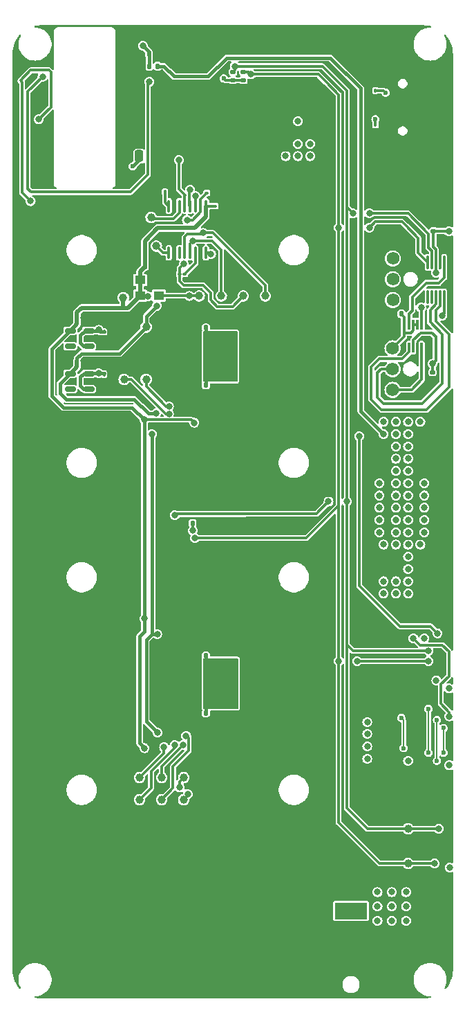
<source format=gbr>
%TF.GenerationSoftware,KiCad,Pcbnew,8.0.4*%
%TF.CreationDate,2024-10-26T18:49:35+02:00*%
%TF.ProjectId,BitForgeNano,42697446-6f72-4676-954e-616e6f2e6b69,rev?*%
%TF.SameCoordinates,Original*%
%TF.FileFunction,Copper,L6,Bot*%
%TF.FilePolarity,Positive*%
%FSLAX46Y46*%
G04 Gerber Fmt 4.6, Leading zero omitted, Abs format (unit mm)*
G04 Created by KiCad (PCBNEW 8.0.4) date 2024-10-26 18:49:35*
%MOMM*%
%LPD*%
G01*
G04 APERTURE LIST*
G04 Aperture macros list*
%AMRoundRect*
0 Rectangle with rounded corners*
0 $1 Rounding radius*
0 $2 $3 $4 $5 $6 $7 $8 $9 X,Y pos of 4 corners*
0 Add a 4 corners polygon primitive as box body*
4,1,4,$2,$3,$4,$5,$6,$7,$8,$9,$2,$3,0*
0 Add four circle primitives for the rounded corners*
1,1,$1+$1,$2,$3*
1,1,$1+$1,$4,$5*
1,1,$1+$1,$6,$7*
1,1,$1+$1,$8,$9*
0 Add four rect primitives between the rounded corners*
20,1,$1+$1,$2,$3,$4,$5,0*
20,1,$1+$1,$4,$5,$6,$7,0*
20,1,$1+$1,$6,$7,$8,$9,0*
20,1,$1+$1,$8,$9,$2,$3,0*%
G04 Aperture macros list end*
%TA.AperFunction,ComponentPad*%
%ADD10O,2.100000X1.000000*%
%TD*%
%TA.AperFunction,ComponentPad*%
%ADD11O,1.800000X1.000000*%
%TD*%
%TA.AperFunction,ComponentPad*%
%ADD12R,4.000000X2.000000*%
%TD*%
%TA.AperFunction,ComponentPad*%
%ADD13O,2.000000X3.500000*%
%TD*%
%TA.AperFunction,ComponentPad*%
%ADD14O,3.300000X2.000000*%
%TD*%
%TA.AperFunction,ComponentPad*%
%ADD15C,1.574800*%
%TD*%
%TA.AperFunction,ComponentPad*%
%ADD16C,0.400000*%
%TD*%
%TA.AperFunction,SMDPad,CuDef*%
%ADD17C,1.000000*%
%TD*%
%TA.AperFunction,SMDPad,CuDef*%
%ADD18RoundRect,0.100000X0.130000X0.100000X-0.130000X0.100000X-0.130000X-0.100000X0.130000X-0.100000X0*%
%TD*%
%TA.AperFunction,SMDPad,CuDef*%
%ADD19RoundRect,0.135000X0.185000X-0.135000X0.185000X0.135000X-0.185000X0.135000X-0.185000X-0.135000X0*%
%TD*%
%TA.AperFunction,SMDPad,CuDef*%
%ADD20RoundRect,0.250000X-0.325000X-1.100000X0.325000X-1.100000X0.325000X1.100000X-0.325000X1.100000X0*%
%TD*%
%TA.AperFunction,SMDPad,CuDef*%
%ADD21RoundRect,0.140000X-0.140000X-0.170000X0.140000X-0.170000X0.140000X0.170000X-0.140000X0.170000X0*%
%TD*%
%TA.AperFunction,SMDPad,CuDef*%
%ADD22RoundRect,0.250000X-0.250000X-0.475000X0.250000X-0.475000X0.250000X0.475000X-0.250000X0.475000X0*%
%TD*%
%TA.AperFunction,SMDPad,CuDef*%
%ADD23RoundRect,0.150000X-0.512500X-0.150000X0.512500X-0.150000X0.512500X0.150000X-0.512500X0.150000X0*%
%TD*%
%TA.AperFunction,SMDPad,CuDef*%
%ADD24RoundRect,0.087500X-0.087500X0.725000X-0.087500X-0.725000X0.087500X-0.725000X0.087500X0.725000X0*%
%TD*%
%TA.AperFunction,SMDPad,CuDef*%
%ADD25RoundRect,0.140000X0.170000X-0.140000X0.170000X0.140000X-0.170000X0.140000X-0.170000X-0.140000X0*%
%TD*%
%TA.AperFunction,SMDPad,CuDef*%
%ADD26RoundRect,0.135000X0.135000X0.185000X-0.135000X0.185000X-0.135000X-0.185000X0.135000X-0.185000X0*%
%TD*%
%TA.AperFunction,SMDPad,CuDef*%
%ADD27RoundRect,0.100000X0.100000X-0.130000X0.100000X0.130000X-0.100000X0.130000X-0.100000X-0.130000X0*%
%TD*%
%TA.AperFunction,SMDPad,CuDef*%
%ADD28RoundRect,0.087500X-0.087500X0.537500X-0.087500X-0.537500X0.087500X-0.537500X0.087500X0.537500X0*%
%TD*%
%TA.AperFunction,SMDPad,CuDef*%
%ADD29RoundRect,0.100000X-0.130000X-0.100000X0.130000X-0.100000X0.130000X0.100000X-0.130000X0.100000X0*%
%TD*%
%TA.AperFunction,SMDPad,CuDef*%
%ADD30RoundRect,0.140000X-0.170000X0.140000X-0.170000X-0.140000X0.170000X-0.140000X0.170000X0.140000X0*%
%TD*%
%TA.AperFunction,SMDPad,CuDef*%
%ADD31RoundRect,0.100000X-0.100000X0.130000X-0.100000X-0.130000X0.100000X-0.130000X0.100000X0.130000X0*%
%TD*%
%TA.AperFunction,SMDPad,CuDef*%
%ADD32R,1.300000X1.100000*%
%TD*%
%TA.AperFunction,SMDPad,CuDef*%
%ADD33RoundRect,0.100000X0.100000X-0.637500X0.100000X0.637500X-0.100000X0.637500X-0.100000X-0.637500X0*%
%TD*%
%TA.AperFunction,SMDPad,CuDef*%
%ADD34RoundRect,0.135000X-0.185000X0.135000X-0.185000X-0.135000X0.185000X-0.135000X0.185000X0.135000X0*%
%TD*%
%TA.AperFunction,ViaPad*%
%ADD35C,0.800000*%
%TD*%
%TA.AperFunction,ViaPad*%
%ADD36C,0.600000*%
%TD*%
%TA.AperFunction,Conductor*%
%ADD37C,0.300000*%
%TD*%
%TA.AperFunction,Conductor*%
%ADD38C,0.500000*%
%TD*%
%TA.AperFunction,Conductor*%
%ADD39C,0.400000*%
%TD*%
%TA.AperFunction,Conductor*%
%ADD40C,0.350000*%
%TD*%
%TA.AperFunction,Conductor*%
%ADD41C,0.200000*%
%TD*%
G04 APERTURE END LIST*
D10*
%TO.P,J5,S1,SHIELD*%
%TO.N,GND*%
X92830000Y-60845000D03*
D11*
X97010000Y-60845000D03*
D10*
X92830000Y-52205000D03*
D11*
X97010000Y-52205000D03*
%TD*%
D12*
%TO.P,J1,1*%
%TO.N,+5V*%
X87000000Y-154800000D03*
D13*
%TO.P,J1,2*%
%TO.N,GND*%
X82500000Y-161800000D03*
D14*
X87000000Y-160800000D03*
D13*
X91500000Y-161800000D03*
%TD*%
D15*
%TO.P,J8,1,Pin_1*%
%TO.N,GND*%
X92100000Y-83460000D03*
%TO.P,J8,2,Pin_2*%
%TO.N,/5V*%
X92100000Y-86000000D03*
%TO.P,J8,3,Pin_3*%
%TO.N,/Fan/FAN2_TACH*%
X92100000Y-88540000D03*
%TO.P,J8,4,Pin_4*%
%TO.N,/Fan/FAN2_PWM*%
X92100000Y-91080000D03*
%TD*%
D16*
%TO.P,U12,41,PAD*%
%TO.N,GND*%
X94200000Y-126320000D03*
X92800000Y-126320000D03*
X91400000Y-126320000D03*
X95200000Y-127600000D03*
X94200000Y-127600000D03*
X92800000Y-127600000D03*
X91400000Y-127600000D03*
X90400000Y-127600000D03*
X94200000Y-128880000D03*
X92800000Y-128880000D03*
X91400000Y-128880000D03*
%TD*%
D15*
%TO.P,J6,1,Pin_1*%
%TO.N,GND*%
X92138851Y-72479400D03*
%TO.P,J6,2,Pin_2*%
%TO.N,/5V*%
X92138851Y-75019400D03*
%TO.P,J6,3,Pin_3*%
%TO.N,/Fan/FAN1_TACH*%
X92138851Y-77559400D03*
%TO.P,J6,4,Pin_4*%
%TO.N,/Fan/FAN1_PWM*%
X92138851Y-80099400D03*
%TD*%
D17*
%TO.P,TP26,1,1*%
%TO.N,Net-(U9-TEMP_N)*%
X59200000Y-89800000D03*
%TD*%
%TO.P,TP20,1,1*%
%TO.N,Net-(U3-CO)*%
X66500000Y-141200000D03*
%TD*%
D18*
%TO.P,C32,1*%
%TO.N,/Domain/1V2*%
X53430000Y-82300000D03*
%TO.P,C32,2*%
%TO.N,GND*%
X54070000Y-82300000D03*
%TD*%
D19*
%TO.P,R25,1*%
%TO.N,/SCL*%
X72550000Y-52200000D03*
%TO.P,R25,2*%
%TO.N,3V3*%
X72550000Y-53220000D03*
%TD*%
D20*
%TO.P,C41,1*%
%TO.N,VDD*%
X70225000Y-87000000D03*
%TO.P,C41,2*%
%TO.N,GND*%
X67275000Y-87000000D03*
%TD*%
D17*
%TO.P,TP11,1,1*%
%TO.N,/Domain/I_NRSTI*%
X76500000Y-79600000D03*
%TD*%
%TO.P,TP22,1,1*%
%TO.N,Net-(U3-CLKO)*%
X63800000Y-141200000D03*
%TD*%
D21*
%TO.P,C46,1*%
%TO.N,/5V*%
X93180000Y-81800000D03*
%TO.P,C46,2*%
%TO.N,GND*%
X92220000Y-81800000D03*
%TD*%
%TO.P,C40,1*%
%TO.N,VDD*%
X69230000Y-90500000D03*
%TO.P,C40,2*%
%TO.N,GND*%
X68270000Y-90500000D03*
%TD*%
%TO.P,C35,1*%
%TO.N,GND*%
X62700000Y-76000000D03*
%TO.P,C35,2*%
%TO.N,/Domain/1V2*%
X61740000Y-76000000D03*
%TD*%
D17*
%TO.P,TP16,1,1*%
%TO.N,/SDA*%
X94000000Y-149000000D03*
%TD*%
%TO.P,TP12,1,1*%
%TO.N,Net-(U1-B4)*%
X62500000Y-70000000D03*
%TD*%
D22*
%TO.P,C47,1*%
%TO.N,3V3*%
X61050000Y-62500000D03*
%TO.P,C47,2*%
%TO.N,GND*%
X59150000Y-62500000D03*
%TD*%
D23*
%TO.P,U6,1,VIN*%
%TO.N,/5V*%
X54887500Y-89100000D03*
%TO.P,U6,2,GND*%
%TO.N,GND*%
X54887500Y-90050000D03*
%TO.P,U6,3,EN*%
%TO.N,/5V*%
X54887500Y-91000000D03*
%TO.P,U6,4,PG*%
%TO.N,unconnected-(U6-PG-Pad4)*%
X52612500Y-91000000D03*
%TO.P,U6,5,VOUT*%
%TO.N,/Domain/0V8*%
X52612500Y-89100000D03*
%TD*%
D24*
%TO.P,U2,1,SMDATA*%
%TO.N,/SDA*%
X96400000Y-75487500D03*
%TO.P,U2,2,SMCLK*%
%TO.N,/SCL*%
X96900000Y-75487500D03*
%TO.P,U2,3,VDD*%
%TO.N,3V3*%
X97400000Y-75487500D03*
%TO.P,U2,4,GND*%
%TO.N,GND*%
X97900000Y-75487500D03*
%TO.P,U2,5,PWM1*%
%TO.N,/Fan/PWM1*%
X98400000Y-75487500D03*
%TO.P,U2,6,TACH1*%
%TO.N,/Fan/FAN1_TACH*%
X98400000Y-79712500D03*
%TO.P,U2,7,PWM2*%
%TO.N,/Fan/PWM2*%
X97900000Y-79712500D03*
%TO.P,U2,8,TACH2*%
%TO.N,/Fan/FAN2_TACH*%
X97400000Y-79712500D03*
%TO.P,U2,9,CLK*%
%TO.N,unconnected-(U2-CLK-Pad9)*%
X96900000Y-79712500D03*
%TO.P,U2,10,\u002AALERT*%
%TO.N,unconnected-(U2-\u002AALERT-Pad10)*%
X96400000Y-79712500D03*
%TD*%
D17*
%TO.P,TP9,1,1*%
%TO.N,/Domain/CLKI*%
X68400000Y-79600000D03*
%TD*%
%TO.P,TP27,1,1*%
%TO.N,Net-(U9-TEMP_P)*%
X61900000Y-89800000D03*
%TD*%
%TO.P,TP17,1,1*%
%TO.N,/SCL*%
X94000000Y-144750000D03*
%TD*%
D25*
%TO.P,C45,1*%
%TO.N,3V3*%
X97000000Y-88920000D03*
%TO.P,C45,2*%
%TO.N,GND*%
X97000000Y-89880000D03*
%TD*%
D17*
%TO.P,TP25,1,1*%
%TO.N,Net-(U3-TEMP_P)*%
X61100000Y-138500000D03*
%TD*%
D18*
%TO.P,C34,1*%
%TO.N,/Domain/0V8*%
X53430000Y-87550000D03*
%TO.P,C34,2*%
%TO.N,GND*%
X54070000Y-87550000D03*
%TD*%
%TO.P,C50,1*%
%TO.N,3V3*%
X69335000Y-67000000D03*
%TO.P,C50,2*%
%TO.N,GND*%
X69975000Y-67000000D03*
%TD*%
D21*
%TO.P,C39,1*%
%TO.N,VDD*%
X69230000Y-89500000D03*
%TO.P,C39,2*%
%TO.N,GND*%
X68270000Y-89500000D03*
%TD*%
D17*
%TO.P,TP21,1,1*%
%TO.N,Net-(U3-RI)*%
X66500000Y-138500000D03*
%TD*%
D21*
%TO.P,C42,1*%
%TO.N,3V3*%
X67580000Y-107400000D03*
%TO.P,C42,2*%
%TO.N,GND*%
X66620000Y-107400000D03*
%TD*%
%TO.P,C29,1*%
%TO.N,VDD*%
X69230000Y-83500000D03*
%TO.P,C29,2*%
%TO.N,GND*%
X68270000Y-83500000D03*
%TD*%
D26*
%TO.P,R14,1*%
%TO.N,/ESP32/VDD_SAMPLE_0*%
X62290000Y-51500000D03*
%TO.P,R14,2*%
%TO.N,VDD*%
X63310000Y-51500000D03*
%TD*%
D27*
%TO.P,C31,1*%
%TO.N,/5V*%
X56750000Y-83980000D03*
%TO.P,C31,2*%
%TO.N,GND*%
X56750000Y-84620000D03*
%TD*%
D28*
%TO.P,U23,1,B2Y*%
%TO.N,/Fan/FAN2_PWM*%
X95650000Y-85900000D03*
%TO.P,U23,2,GND*%
%TO.N,GND*%
X95150000Y-85900000D03*
%TO.P,U23,3,VCCA*%
%TO.N,3V3*%
X94650000Y-85900000D03*
%TO.P,U23,4,A2*%
%TO.N,/Fan/PWM2*%
X94150000Y-85900000D03*
%TO.P,U23,5,A1*%
%TO.N,/Fan/PWM1*%
X94150000Y-83100000D03*
%TO.P,U23,6,OE*%
%TO.N,/5V*%
X94650000Y-83100000D03*
%TO.P,U23,7,VCCB*%
X95150000Y-83100000D03*
%TO.P,U23,8,B1Y*%
%TO.N,/Fan/FAN1_PWM*%
X95650000Y-83100000D03*
%TD*%
D29*
%TO.P,R27,1*%
%TO.N,Net-(U1-A1)*%
X66620000Y-76900000D03*
%TO.P,R27,2*%
%TO.N,/Domain/I_RO*%
X65980000Y-76900000D03*
%TD*%
D30*
%TO.P,C21,1*%
%TO.N,3V3*%
X97100000Y-71680000D03*
%TO.P,C21,2*%
%TO.N,GND*%
X97100000Y-70720000D03*
%TD*%
D21*
%TO.P,C60,1*%
%TO.N,VDD*%
X69230000Y-124600000D03*
%TO.P,C60,2*%
%TO.N,GND*%
X68270000Y-124600000D03*
%TD*%
D27*
%TO.P,C33,1*%
%TO.N,/5V*%
X56750000Y-89230000D03*
%TO.P,C33,2*%
%TO.N,GND*%
X56750000Y-89870000D03*
%TD*%
D17*
%TO.P,TP18,1,1*%
%TO.N,Net-(U1-DIR4)*%
X63150000Y-73500000D03*
%TD*%
D29*
%TO.P,C15,1*%
%TO.N,GND*%
X70970000Y-68600000D03*
%TO.P,C15,2*%
%TO.N,/Domain/1V2*%
X70330000Y-68600000D03*
%TD*%
D31*
%TO.P,R31,1*%
%TO.N,Net-(U1-OE)*%
X64200000Y-66865000D03*
%TO.P,R31,2*%
%TO.N,GND*%
X64200000Y-66225000D03*
%TD*%
D21*
%TO.P,C59,1*%
%TO.N,VDD*%
X69230000Y-123600000D03*
%TO.P,C59,2*%
%TO.N,GND*%
X68270000Y-123600000D03*
%TD*%
D32*
%TO.P,U11,1,EN*%
%TO.N,/Domain/1V2*%
X61150000Y-77650000D03*
%TO.P,U11,2,GND*%
%TO.N,GND*%
X63450000Y-77650000D03*
%TO.P,U11,3,OUT*%
%TO.N,/Domain/CLKI*%
X63450000Y-79550000D03*
%TO.P,U11,4,VIN*%
%TO.N,/Domain/1V2*%
X61150000Y-79550000D03*
%TD*%
D33*
%TO.P,U1,1,DIR1*%
%TO.N,3V3*%
X69225000Y-74325000D03*
%TO.P,U1,2,DIR2*%
%TO.N,GND*%
X68575000Y-74325000D03*
%TO.P,U1,3,A1*%
%TO.N,Net-(U1-A1)*%
X67925000Y-74325000D03*
%TO.P,U1,4,A2*%
%TO.N,/Domain/I_CI*%
X67275000Y-74325000D03*
%TO.P,U1,5,A3*%
%TO.N,/Domain/I_NRSTI*%
X66625000Y-74325000D03*
%TO.P,U1,6,A4*%
%TO.N,unconnected-(U1-A4-Pad6)*%
X65975000Y-74325000D03*
%TO.P,U1,7,DIR3*%
%TO.N,GND*%
X65325000Y-74325000D03*
%TO.P,U1,8,DIR4*%
%TO.N,Net-(U1-DIR4)*%
X64675000Y-74325000D03*
%TO.P,U1,9,OE*%
%TO.N,Net-(U1-OE)*%
X64675000Y-68600000D03*
%TO.P,U1,10,GND*%
%TO.N,GND*%
X65325000Y-68600000D03*
%TO.P,U1,11,B4*%
%TO.N,Net-(U1-B4)*%
X65975000Y-68600000D03*
%TO.P,U1,12,B3*%
%TO.N,/RST*%
X66625000Y-68600000D03*
%TO.P,U1,13,B2*%
%TO.N,/TX*%
X67275000Y-68600000D03*
%TO.P,U1,14,B1*%
%TO.N,/RX*%
X67925000Y-68600000D03*
%TO.P,U1,15,VCCB*%
%TO.N,3V3*%
X68575000Y-68600000D03*
%TO.P,U1,16,VCCA*%
%TO.N,/Domain/1V2*%
X69225000Y-68600000D03*
%TD*%
D17*
%TO.P,TP8,1,1*%
%TO.N,/Domain/0V8*%
X61900000Y-83400000D03*
%TD*%
%TO.P,TP7,1,1*%
%TO.N,/Domain/1V2*%
X59100000Y-79800000D03*
%TD*%
%TO.P,TP23,1,1*%
%TO.N,Net-(U3-BO)*%
X63800000Y-138500000D03*
%TD*%
%TO.P,TP24,1,1*%
%TO.N,Net-(U3-TEMP_N)*%
X61100000Y-141200000D03*
%TD*%
D27*
%TO.P,R29,1*%
%TO.N,GND*%
X90000000Y-53860000D03*
%TO.P,R29,2*%
%TO.N,Net-(J5-CC2)*%
X90000000Y-54500000D03*
%TD*%
D20*
%TO.P,C64,1*%
%TO.N,VDD*%
X70225000Y-127100000D03*
%TO.P,C64,2*%
%TO.N,GND*%
X67275000Y-127100000D03*
%TD*%
D21*
%TO.P,C58,1*%
%TO.N,VDD*%
X69230000Y-130600000D03*
%TO.P,C58,2*%
%TO.N,GND*%
X68270000Y-130600000D03*
%TD*%
D26*
%TO.P,R22,1*%
%TO.N,GND*%
X61250000Y-50030000D03*
%TO.P,R22,2*%
%TO.N,/ESP32/VDD_SAMPLE_0*%
X62270000Y-50030000D03*
%TD*%
D17*
%TO.P,TP6,1,1*%
%TO.N,/Domain/I_RO*%
X73800000Y-79600000D03*
%TD*%
D31*
%TO.P,R28,1*%
%TO.N,GND*%
X90000000Y-59320000D03*
%TO.P,R28,2*%
%TO.N,Net-(J5-CC1)*%
X90000000Y-58680000D03*
%TD*%
D34*
%TO.P,R26,1*%
%TO.N,3V3*%
X73800000Y-53220000D03*
%TO.P,R26,2*%
%TO.N,/SDA*%
X73800000Y-52200000D03*
%TD*%
D17*
%TO.P,TP10,1,1*%
%TO.N,/Domain/I_CI*%
X71100000Y-79600000D03*
%TD*%
D21*
%TO.P,C61,1*%
%TO.N,VDD*%
X69230000Y-129600000D03*
%TO.P,C61,2*%
%TO.N,GND*%
X68270000Y-129600000D03*
%TD*%
D23*
%TO.P,U5,1,VIN*%
%TO.N,/5V*%
X54887500Y-83850000D03*
%TO.P,U5,2,GND*%
%TO.N,GND*%
X54887500Y-84800000D03*
%TO.P,U5,3,EN*%
%TO.N,/5V*%
X54887500Y-85750000D03*
%TO.P,U5,4,PG*%
%TO.N,unconnected-(U5-PG-Pad4)*%
X52612500Y-85750000D03*
%TO.P,U5,5,VOUT*%
%TO.N,/Domain/1V2*%
X52612500Y-83850000D03*
%TD*%
D21*
%TO.P,C17,1*%
%TO.N,VDD*%
X69230000Y-84500000D03*
%TO.P,C17,2*%
%TO.N,GND*%
X68270000Y-84500000D03*
%TD*%
D35*
%TO.N,GND*%
X87250000Y-130250000D03*
X88500000Y-129250000D03*
X88500000Y-125000000D03*
X88500000Y-128000000D03*
X88500000Y-126500000D03*
X87250000Y-128750000D03*
X87250000Y-127250000D03*
X87250000Y-125750000D03*
X64500000Y-120300000D03*
X64600000Y-58700000D03*
X66000000Y-60100000D03*
X63100000Y-124500000D03*
X65100000Y-84400000D03*
X67100000Y-125700000D03*
X57400000Y-89850000D03*
X65100000Y-89500000D03*
X67100000Y-88300000D03*
X65100000Y-127000000D03*
X65100000Y-129500000D03*
X69306000Y-120300000D03*
X65100000Y-128300000D03*
X64100000Y-127000000D03*
X64100000Y-88300000D03*
X63100000Y-125700000D03*
X71400000Y-97987500D03*
X67100000Y-124500000D03*
X66100000Y-88300000D03*
X67400000Y-55900000D03*
X65100000Y-124500000D03*
X97916431Y-125529246D03*
X66100000Y-87000000D03*
X59400000Y-60500000D03*
X65100000Y-125700000D03*
X67100000Y-89500000D03*
X68100000Y-87000000D03*
X68800000Y-60100000D03*
X94800000Y-87325000D03*
X65100000Y-85700000D03*
X63500000Y-118305000D03*
X59000000Y-64200000D03*
X67100000Y-128300000D03*
X59000000Y-49100000D03*
X90000000Y-60000000D03*
X64600000Y-57300000D03*
X71500000Y-68600000D03*
X67100000Y-85700000D03*
X57400000Y-84620000D03*
X46000000Y-67750000D03*
X66100000Y-89500000D03*
X97900000Y-73400000D03*
X64600000Y-55900000D03*
X63100000Y-85700000D03*
X68100000Y-128300000D03*
X64100000Y-89500000D03*
X63500000Y-76000000D03*
X66000000Y-58700000D03*
X65400000Y-75700000D03*
X68800000Y-58700000D03*
X68250000Y-136850000D03*
X64600000Y-81800000D03*
X81000000Y-65750000D03*
X64100000Y-124500000D03*
X66100000Y-129500000D03*
X70500000Y-138100000D03*
X64500000Y-92100000D03*
X68945000Y-98080000D03*
X63100000Y-88300000D03*
X70300000Y-75750000D03*
X63100000Y-129500000D03*
X68100000Y-125700000D03*
X54800000Y-82300000D03*
X69500000Y-92800000D03*
X64600000Y-60100000D03*
X63100000Y-89500000D03*
X63100000Y-128300000D03*
X66100000Y-128300000D03*
X54750000Y-87550000D03*
X69206000Y-81800000D03*
X64100000Y-84400000D03*
X81400000Y-53900000D03*
X65100000Y-87000000D03*
X67400000Y-58700000D03*
X66000000Y-57300000D03*
X66100000Y-84400000D03*
X68800000Y-57300000D03*
X66100000Y-127000000D03*
X61200000Y-50900000D03*
X64100000Y-85700000D03*
X63100000Y-84400000D03*
X68100000Y-85700000D03*
X66100000Y-125700000D03*
X63100000Y-127000000D03*
X66000000Y-55900000D03*
X67400000Y-60100000D03*
X70500000Y-115855000D03*
X65375000Y-67300000D03*
X64100000Y-129500000D03*
X64100000Y-87000000D03*
X66400000Y-108300000D03*
X67100000Y-84400000D03*
X68100000Y-127000000D03*
X66100000Y-124500000D03*
X67400000Y-57300000D03*
X65100000Y-88300000D03*
X90000000Y-53200000D03*
X64100000Y-125700000D03*
X66100000Y-85700000D03*
X68100000Y-88300000D03*
X67100000Y-129500000D03*
X97100000Y-69900000D03*
X63100000Y-87000000D03*
X64100000Y-128300000D03*
%TO.N,/5V*%
X89000000Y-134700000D03*
X80500000Y-58250000D03*
X56075000Y-83750000D03*
X89000000Y-136200000D03*
X89000000Y-131700000D03*
X56075000Y-89050000D03*
X89000000Y-133150000D03*
%TO.N,VDD*%
X92500000Y-110000000D03*
X72600000Y-84500000D03*
X91000000Y-110000000D03*
X70600000Y-128300000D03*
X96000000Y-104000000D03*
X95500000Y-110000000D03*
X90500000Y-105500000D03*
X90500000Y-108500000D03*
X91000000Y-96500000D03*
X71600000Y-128300000D03*
X69600000Y-128300000D03*
X71600000Y-85680000D03*
X92500000Y-116000000D03*
X94000000Y-110000000D03*
X94000000Y-108500000D03*
X71600000Y-87000000D03*
X70600000Y-124500000D03*
X70600000Y-89500000D03*
X69600000Y-127000000D03*
X90500000Y-107000000D03*
X94000000Y-104000000D03*
X69600000Y-85680000D03*
X96000000Y-102500000D03*
X72600000Y-128300000D03*
X72600000Y-87000000D03*
X94000000Y-99500000D03*
X70600000Y-88300000D03*
X94000000Y-113000000D03*
X92500000Y-108500000D03*
X70600000Y-84400000D03*
X92500000Y-102500000D03*
X70600000Y-85680000D03*
X92500000Y-95000000D03*
X72600000Y-88300000D03*
X72600000Y-85700000D03*
X94000000Y-96500000D03*
X92500000Y-104000000D03*
X96000000Y-107000000D03*
X71600000Y-124500000D03*
X92500000Y-105500000D03*
X92500000Y-114500000D03*
X94000000Y-116000000D03*
X70600000Y-127000000D03*
X72600000Y-89500000D03*
X91000000Y-114500000D03*
X92500000Y-99500000D03*
X91000000Y-95000000D03*
X71600000Y-89500000D03*
X91000000Y-116000000D03*
X94000000Y-95000000D03*
X94000000Y-105500000D03*
X94000000Y-107000000D03*
X72600000Y-129500000D03*
X94000000Y-111500000D03*
X69600000Y-88300000D03*
X70600000Y-129500000D03*
X94000000Y-98000000D03*
X71600000Y-127000000D03*
X72600000Y-125700000D03*
X92500000Y-107000000D03*
X90500000Y-102500000D03*
X92500000Y-101000000D03*
X94000000Y-101000000D03*
X72600000Y-124500000D03*
X71600000Y-125700000D03*
X69600000Y-125700000D03*
X69600000Y-87000000D03*
X96000000Y-105500000D03*
X71600000Y-129500000D03*
X94000000Y-114500000D03*
X92500000Y-98000000D03*
X70600000Y-87000000D03*
X94000000Y-102500000D03*
X96000000Y-108500000D03*
X92500000Y-96500000D03*
X72600000Y-127000000D03*
X99000000Y-127600000D03*
X71600000Y-84400000D03*
X90500000Y-104000000D03*
X95500000Y-95000000D03*
X71600000Y-88300000D03*
X70600000Y-125700000D03*
%TO.N,/Domain/0V8*%
X63280000Y-133000000D03*
X62600000Y-96487500D03*
X63260000Y-120955000D03*
X63100000Y-93987500D03*
X63200000Y-80800000D03*
D36*
%TO.N,Net-(J5-CC1)*%
X90000000Y-58000000D03*
%TO.N,Net-(J5-CC2)*%
X91250000Y-54750000D03*
D35*
%TO.N,/ESP32/IO0*%
X49200000Y-52800000D03*
X62300000Y-53400000D03*
%TO.N,/Domain/1V2*%
X61700000Y-134900000D03*
X62100000Y-79650000D03*
X61670000Y-94737500D03*
X67797488Y-95102512D03*
X61700000Y-119055000D03*
%TO.N,/Power/AGND*%
X99050000Y-137000000D03*
X97457193Y-126607193D03*
X94000000Y-136450000D03*
%TO.N,Net-(U3-RI)*%
X66000000Y-139700000D03*
%TO.N,Net-(U12-BP1V5)*%
X94650000Y-121450000D03*
X99050000Y-131000000D03*
D36*
%TO.N,Net-(U12-EN{slash}UVLO)*%
X93150000Y-131200000D03*
X93450000Y-134900000D03*
D35*
%TO.N,/Domain/I_RO*%
X66500000Y-75700000D03*
%TO.N,/Domain/CLKI*%
X67198000Y-79600000D03*
%TO.N,/TX*%
X67300000Y-66600000D03*
%TO.N,/RX*%
X67917500Y-67400000D03*
%TO.N,/RST*%
X65900000Y-63000000D03*
%TO.N,/Domain/I_CI*%
X67600000Y-72850000D03*
%TO.N,/Domain/I_NRSTI*%
X68900000Y-71900000D03*
D36*
%TO.N,Net-(U12-MSEL1)*%
X96500000Y-135450000D03*
X96500000Y-130100000D03*
D35*
%TO.N,/ESP32/VDD_SAMPLE_0*%
X61500000Y-49000000D03*
%TO.N,/Fan/FAN1_TACH*%
X98200000Y-82000000D03*
%TO.N,/Fan/FAN1_PWM*%
X95600000Y-81000000D03*
D36*
%TO.N,Net-(U12-ADRSEL)*%
X97540000Y-136450000D03*
X97540000Y-131450000D03*
%TO.N,Net-(U12-VSEL)*%
X98330000Y-132432407D03*
X98330000Y-135450000D03*
D35*
%TO.N,/SCL*%
X84250000Y-104750000D03*
X87250000Y-69500000D03*
X96500000Y-123000000D03*
X89250000Y-69500000D03*
X65400000Y-106400000D03*
X86500000Y-104750000D03*
X97750000Y-144750000D03*
X72750000Y-51500000D03*
%TO.N,/SDA*%
X85500000Y-124250000D03*
X85500000Y-71250000D03*
X67875000Y-109212500D03*
X74750000Y-52500000D03*
X89250000Y-71250000D03*
X96500000Y-124250000D03*
X97250000Y-149000000D03*
X87750000Y-124250000D03*
%TO.N,Net-(U3-CO)*%
X67000000Y-140500000D03*
%TO.N,Net-(U3-CLKO)*%
X66800000Y-133400000D03*
%TO.N,Net-(U3-BO)*%
X66400000Y-134500000D03*
%TO.N,Net-(U3-TEMP_N)*%
X65400000Y-134500000D03*
%TO.N,3V3*%
X67600000Y-108300000D03*
X66900000Y-70300000D03*
D36*
X71400000Y-53000000D03*
D35*
X82000000Y-62500000D03*
X48750000Y-58000000D03*
X97000000Y-87900000D03*
X97400000Y-76750000D03*
D36*
X60250000Y-63750000D03*
D35*
X99100000Y-149500000D03*
X80500000Y-61000000D03*
X47750000Y-68000000D03*
X96000000Y-121450000D03*
X69850000Y-74450000D03*
X79000000Y-62500000D03*
X80500000Y-62500000D03*
X82000000Y-61000000D03*
X99000000Y-71700000D03*
%TO.N,Net-(U3-TEMP_P)*%
X64100000Y-134800000D03*
%TO.N,+5V*%
X93750000Y-152500000D03*
X93750000Y-154250000D03*
X90250000Y-152500000D03*
X92000000Y-152500000D03*
X92000000Y-154250000D03*
X90250000Y-156000000D03*
X90250000Y-154250000D03*
X92000000Y-156000000D03*
X93750000Y-156000000D03*
%TO.N,/Power/PGOOD*%
X97600000Y-120850000D03*
X88000000Y-96750000D03*
%TO.N,Net-(U9-TEMP_N)*%
X64700000Y-94037500D03*
%TO.N,Net-(U9-TEMP_P)*%
X64700000Y-93087497D03*
%TD*%
D37*
%TO.N,GND*%
X68575000Y-74325000D02*
X68575000Y-75575000D01*
D38*
X61250000Y-50850000D02*
X61200000Y-50900000D01*
D37*
X66400000Y-108300000D02*
X66400000Y-107620000D01*
D39*
X54887500Y-90050000D02*
X56570000Y-90050000D01*
D38*
X63450000Y-76050000D02*
X63500000Y-76000000D01*
D39*
X68270000Y-130600000D02*
X68270000Y-129670000D01*
D40*
X97100000Y-70720000D02*
X97100000Y-69900000D01*
D39*
X68270000Y-123600000D02*
X68270000Y-124600000D01*
D37*
X65325000Y-74325000D02*
X65400000Y-74400000D01*
D39*
X68300000Y-136800000D02*
X68250000Y-136850000D01*
X54800000Y-82300000D02*
X54070000Y-82300000D01*
X54887500Y-84800000D02*
X56570000Y-84800000D01*
D38*
X90000000Y-59320000D02*
X90000000Y-60000000D01*
D39*
X68270000Y-124600000D02*
X67370000Y-125500000D01*
D38*
X59150000Y-60750000D02*
X59150000Y-62500000D01*
D37*
X65400000Y-74400000D02*
X65400000Y-75700000D01*
D40*
X94800000Y-87325000D02*
X95150000Y-86975000D01*
D38*
X90000000Y-53860000D02*
X90000000Y-53200000D01*
D37*
X66400000Y-107620000D02*
X66620000Y-107400000D01*
D38*
X63450000Y-77650000D02*
X63450000Y-76050000D01*
D37*
X65375000Y-68550000D02*
X65325000Y-68600000D01*
D39*
X54070000Y-87550000D02*
X54750000Y-87550000D01*
D37*
X68750000Y-75750000D02*
X70300000Y-75750000D01*
D39*
X68270000Y-129670000D02*
X67100000Y-128500000D01*
D40*
X95150000Y-86975000D02*
X95150000Y-85900000D01*
D37*
X65220000Y-66620000D02*
X64800000Y-66200000D01*
X64775000Y-66225000D02*
X64200000Y-66225000D01*
X65220000Y-67145000D02*
X65220000Y-66620000D01*
D38*
X59400000Y-60500000D02*
X59150000Y-60750000D01*
D39*
X57380000Y-89870000D02*
X56750000Y-89870000D01*
D37*
X65375000Y-67300000D02*
X65375000Y-68550000D01*
D38*
X68270000Y-83550000D02*
X68270000Y-85330000D01*
X61250000Y-50030000D02*
X61250000Y-50850000D01*
D39*
X57400000Y-84620000D02*
X56750000Y-84620000D01*
D37*
X65220000Y-67145000D02*
X65375000Y-67300000D01*
D38*
X68270000Y-85330000D02*
X68100000Y-85500000D01*
X68270000Y-88670000D02*
X68100000Y-88500000D01*
D37*
X64800000Y-66200000D02*
X64775000Y-66225000D01*
D39*
X68300000Y-132130000D02*
X68270000Y-132100000D01*
D38*
X68270000Y-90600000D02*
X68270000Y-88670000D01*
D39*
X80510000Y-54500000D02*
X80800000Y-54500000D01*
D37*
X71020000Y-68600000D02*
X71500000Y-68600000D01*
D39*
X56570000Y-84800000D02*
X56750000Y-84620000D01*
X57400000Y-89850000D02*
X57380000Y-89870000D01*
D37*
X71500000Y-68600000D02*
X71500000Y-68525000D01*
D39*
X80800000Y-54500000D02*
X81400000Y-53900000D01*
D37*
X71500000Y-68525000D02*
X69975000Y-67000000D01*
D39*
X56570000Y-90050000D02*
X56750000Y-89870000D01*
X67370000Y-125500000D02*
X67100000Y-125500000D01*
D37*
X68575000Y-75575000D02*
X68750000Y-75750000D01*
D38*
X62700000Y-76000000D02*
X63500000Y-76000000D01*
D40*
X97900000Y-75487500D02*
X97900000Y-73400000D01*
D39*
X68300000Y-136800000D02*
X68300000Y-132130000D01*
D40*
%TO.N,/5V*%
X93180000Y-81800000D02*
X93180000Y-81880000D01*
D39*
X53825000Y-84418026D02*
X53825000Y-85349999D01*
X56095000Y-89070000D02*
X56075000Y-89050000D01*
X54393026Y-83850000D02*
X53825000Y-84418026D01*
X53825000Y-90599999D02*
X53825000Y-89500001D01*
D40*
X93500000Y-84600000D02*
X93500000Y-84100000D01*
D39*
X56750000Y-89070000D02*
X56095000Y-89070000D01*
D40*
X95150000Y-83100000D02*
X94650000Y-83100000D01*
D39*
X54887500Y-83850000D02*
X54393026Y-83850000D01*
D40*
X94360788Y-84100000D02*
X94650000Y-83810788D01*
D39*
X54225001Y-91000000D02*
X53825000Y-90599999D01*
X56305000Y-83980000D02*
X56750000Y-83980000D01*
X56075000Y-89050000D02*
X56055000Y-89070000D01*
D40*
X93500000Y-82200000D02*
X93500000Y-84600000D01*
D39*
X53825000Y-85349999D02*
X54225001Y-85750000D01*
D40*
X94650000Y-83810788D02*
X94650000Y-83100000D01*
X93500000Y-84600000D02*
X92100000Y-86000000D01*
D39*
X53825000Y-89500001D02*
X54225001Y-89100000D01*
X54225001Y-85750000D02*
X54887500Y-85750000D01*
X54917500Y-89070000D02*
X54887500Y-89100000D01*
X54225001Y-89100000D02*
X54887500Y-89100000D01*
X56075000Y-83750000D02*
X56305000Y-83980000D01*
X55975000Y-83850000D02*
X54887500Y-83850000D01*
X54887500Y-91000000D02*
X54225001Y-91000000D01*
X56075000Y-83750000D02*
X55975000Y-83850000D01*
D40*
X93500000Y-84100000D02*
X94360788Y-84100000D01*
X93180000Y-81880000D02*
X93500000Y-82200000D01*
D39*
X56055000Y-89070000D02*
X54917500Y-89070000D01*
%TO.N,VDD*%
X69230000Y-83550000D02*
X69230000Y-85310000D01*
X88200000Y-93700000D02*
X91000000Y-96500000D01*
X84500000Y-50500000D02*
X88200000Y-54200000D01*
X69230000Y-88670000D02*
X69600000Y-88300000D01*
X71750000Y-50500000D02*
X84500000Y-50500000D01*
X69230000Y-85310000D02*
X69600000Y-85680000D01*
X69230000Y-90600000D02*
X69230000Y-88670000D01*
X64100000Y-51500000D02*
X65350000Y-52750000D01*
X63310000Y-51500000D02*
X64100000Y-51500000D01*
X69230000Y-123600000D02*
X69230000Y-125330000D01*
X88200000Y-54200000D02*
X88200000Y-93700000D01*
X69230000Y-128670000D02*
X69600000Y-128300000D01*
X69230000Y-130600000D02*
X69230000Y-128670000D01*
X69600000Y-125700000D02*
X69600000Y-125500000D01*
X65350000Y-52750000D02*
X69500000Y-52750000D01*
X69230000Y-125330000D02*
X69600000Y-125700000D01*
X69500000Y-52750000D02*
X71750000Y-50500000D01*
%TO.N,/Domain/0V8*%
X60450000Y-92250000D02*
X52173658Y-92250000D01*
D38*
X53430000Y-88282500D02*
X52612500Y-89100000D01*
D39*
X61900000Y-131620000D02*
X61900000Y-121655000D01*
X61900000Y-82250000D02*
X61900000Y-83400000D01*
X63280000Y-133000000D02*
X61900000Y-131620000D01*
X52612500Y-89100000D02*
X52450000Y-89100000D01*
X62187500Y-93987500D02*
X60450000Y-92250000D01*
X63200000Y-80800000D02*
X61900000Y-82100000D01*
D38*
X53430000Y-87550000D02*
X53430000Y-88282500D01*
D39*
X62600000Y-116200000D02*
X62600000Y-96487500D01*
X53430000Y-87170000D02*
X53430000Y-87550000D01*
X52123658Y-92250000D02*
X51350000Y-91476342D01*
X51350000Y-90312500D02*
X52562500Y-89100000D01*
X62600000Y-120955000D02*
X62600000Y-114755000D01*
X58650000Y-86650000D02*
X53950000Y-86650000D01*
X61900000Y-121655000D02*
X62600000Y-120955000D01*
X63100000Y-93987500D02*
X62187500Y-93987500D01*
X61900000Y-83400000D02*
X58650000Y-86650000D01*
X51350000Y-91476342D02*
X51350000Y-90312500D01*
X61900000Y-82100000D02*
X61900000Y-82250000D01*
X53950000Y-86650000D02*
X53430000Y-87170000D01*
X62600000Y-120955000D02*
X63260000Y-120955000D01*
D37*
%TO.N,Net-(J5-CC1)*%
X90000000Y-58000000D02*
X90000000Y-58680000D01*
%TO.N,Net-(J5-CC2)*%
X91000000Y-54500000D02*
X91250000Y-54750000D01*
X90000000Y-54500000D02*
X91000000Y-54500000D01*
%TO.N,/ESP32/IO0*%
X62100000Y-53600000D02*
X62100000Y-64763604D01*
X62100000Y-64763604D02*
X59963604Y-66900000D01*
X47400000Y-66500000D02*
X47400000Y-54600000D01*
X59963604Y-66900000D02*
X47800000Y-66900000D01*
X47800000Y-66900000D02*
X47400000Y-66500000D01*
X47400000Y-54600000D02*
X49200000Y-52800000D01*
X62300000Y-53400000D02*
X62100000Y-53600000D01*
%TO.N,/Domain/1V2*%
X70380000Y-68600000D02*
X69225000Y-68600000D01*
X67432476Y-94737500D02*
X61670000Y-94737500D01*
D38*
X67850000Y-71300000D02*
X69225000Y-69925000D01*
D39*
X61670000Y-94737500D02*
X60182500Y-93250000D01*
X61250000Y-79650000D02*
X62100000Y-79650000D01*
D38*
X61740000Y-72860000D02*
X63300000Y-71300000D01*
X54000000Y-81050000D02*
X53430000Y-81620000D01*
D39*
X61100000Y-134300000D02*
X61700000Y-134900000D01*
D38*
X61150000Y-76590000D02*
X61740000Y-76000000D01*
D39*
X51750000Y-93250000D02*
X50350000Y-91850000D01*
D37*
X67797488Y-95102512D02*
X67432476Y-94737500D01*
D39*
X61150000Y-79550000D02*
X61250000Y-79650000D01*
D37*
X61670000Y-119025000D02*
X61700000Y-119055000D01*
D38*
X61150000Y-79550000D02*
X61150000Y-77650000D01*
X69225000Y-69925000D02*
X69225000Y-68600000D01*
D39*
X61670000Y-120470000D02*
X61670000Y-94737500D01*
D38*
X59100000Y-81050000D02*
X54000000Y-81050000D01*
X59100000Y-81050000D02*
X59100000Y-79800000D01*
X63300000Y-71300000D02*
X67850000Y-71300000D01*
X61150000Y-77650000D02*
X61150000Y-76590000D01*
X53430000Y-83032500D02*
X52612500Y-83850000D01*
X59650000Y-81050000D02*
X59100000Y-81050000D01*
X61150000Y-79550000D02*
X59650000Y-81050000D01*
D39*
X50350000Y-86062500D02*
X52562500Y-83850000D01*
X61100000Y-121200000D02*
X61100000Y-134300000D01*
D38*
X61740000Y-76000000D02*
X61740000Y-72860000D01*
D39*
X61700000Y-120600000D02*
X61100000Y-121200000D01*
X50350000Y-91850000D02*
X50350000Y-86062500D01*
D38*
X53430000Y-81620000D02*
X53430000Y-83032500D01*
D39*
X60182500Y-93250000D02*
X51800000Y-93250000D01*
D37*
%TO.N,Net-(U3-RI)*%
X66000000Y-139700000D02*
X66000000Y-139000000D01*
X66000000Y-139000000D02*
X66500000Y-138500000D01*
%TO.N,Net-(U12-BP1V5)*%
X98000000Y-129450000D02*
X99050000Y-130500000D01*
X94650000Y-121450000D02*
X95500000Y-122300000D01*
X99000000Y-126100000D02*
X98000000Y-127100000D01*
X99050000Y-130500000D02*
X99050000Y-131000000D01*
X98200000Y-122300000D02*
X99000000Y-123100000D01*
X98000000Y-127100000D02*
X98000000Y-129450000D01*
X95500000Y-122300000D02*
X98200000Y-122300000D01*
X99000000Y-123100000D02*
X99000000Y-126100000D01*
D41*
%TO.N,Net-(U12-EN{slash}UVLO)*%
X93150000Y-131200000D02*
X93450000Y-131500000D01*
X93450000Y-131500000D02*
X93450000Y-134900000D01*
D37*
%TO.N,/Domain/I_RO*%
X66500000Y-78300000D02*
X66000000Y-77800000D01*
X67000000Y-78300000D02*
X66500000Y-78300000D01*
X72500000Y-80900000D02*
X72400000Y-80900000D01*
X68900000Y-78300000D02*
X67000000Y-78300000D01*
X69800000Y-79200000D02*
X68900000Y-78300000D01*
X72400000Y-80900000D02*
X70600000Y-80900000D01*
X66000000Y-77800000D02*
X66000000Y-76200000D01*
X73800000Y-79600000D02*
X72500000Y-80900000D01*
X69800000Y-80100000D02*
X69800000Y-79200000D01*
X70600000Y-80900000D02*
X69800000Y-80100000D01*
X66000000Y-76200000D02*
X66500000Y-75700000D01*
%TO.N,/Domain/CLKI*%
X66850000Y-79550000D02*
X63450000Y-79550000D01*
X66900000Y-79600000D02*
X66850000Y-79550000D01*
X66900000Y-79600000D02*
X68400000Y-79600000D01*
%TO.N,/TX*%
X67217500Y-66682500D02*
X67217500Y-68542500D01*
X67217500Y-68542500D02*
X67275000Y-68600000D01*
X67300000Y-66600000D02*
X67217500Y-66682500D01*
%TO.N,/RX*%
X67917500Y-67400000D02*
X67952500Y-67435000D01*
X67917500Y-68592500D02*
X67925000Y-68600000D01*
X67917500Y-67400000D02*
X67917500Y-68592500D01*
%TO.N,/RST*%
X66625000Y-67275000D02*
X66625000Y-68600000D01*
X65900000Y-66500000D02*
X65900000Y-63000000D01*
X66650000Y-67250000D02*
X65900000Y-66500000D01*
X66650000Y-67250000D02*
X66625000Y-67275000D01*
%TO.N,/Domain/I_CI*%
X67600000Y-72850000D02*
X70000000Y-72850000D01*
X67275000Y-73175000D02*
X67275000Y-74325000D01*
X70000000Y-72850000D02*
X71100000Y-73950000D01*
X67600000Y-72850000D02*
X67275000Y-73175000D01*
X71100000Y-73950000D02*
X71100000Y-79600000D01*
%TO.N,/Domain/I_NRSTI*%
X66625000Y-72375000D02*
X66950000Y-72050000D01*
X68750000Y-72050000D02*
X68900000Y-71900000D01*
X68900000Y-71900000D02*
X70100000Y-71900000D01*
X70100000Y-71900000D02*
X76500000Y-78300000D01*
X66625000Y-74325000D02*
X66625000Y-72375000D01*
X66950000Y-72050000D02*
X68750000Y-72050000D01*
X76500000Y-78300000D02*
X76500000Y-79600000D01*
D41*
%TO.N,Net-(U12-MSEL1)*%
X96500000Y-135450000D02*
X96500000Y-130100000D01*
D39*
%TO.N,/ESP32/VDD_SAMPLE_0*%
X62290000Y-51500000D02*
X62270000Y-51480000D01*
X61500000Y-49000000D02*
X62270000Y-49770000D01*
X62270000Y-51480000D02*
X62270000Y-50030000D01*
X62270000Y-49770000D02*
X62270000Y-50030000D01*
D40*
%TO.N,/Fan/FAN1_TACH*%
X98200000Y-82000000D02*
X98400000Y-81800000D01*
X98400000Y-81800000D02*
X98400000Y-79712500D01*
%TO.N,/Fan/FAN1_PWM*%
X95650000Y-83100000D02*
X95650000Y-80950000D01*
X95650000Y-80950000D02*
X95600000Y-81000000D01*
%TO.N,/Fan/FAN2_TACH*%
X97400000Y-80610788D02*
X96700000Y-81310788D01*
X90250000Y-92000000D02*
X90250000Y-89000000D01*
X97400000Y-79712500D02*
X97400000Y-80610788D01*
X98200000Y-90300000D02*
X95750000Y-92750000D01*
X95750000Y-92750000D02*
X91000000Y-92750000D01*
X96700000Y-81310788D02*
X96700000Y-82800000D01*
X90250000Y-89000000D02*
X90710000Y-88540000D01*
X96700000Y-82800000D02*
X98200000Y-84300000D01*
X98200000Y-84300000D02*
X98200000Y-90300000D01*
X91000000Y-92750000D02*
X90250000Y-92000000D01*
X90710000Y-88540000D02*
X92100000Y-88540000D01*
%TO.N,/Fan/FAN2_PWM*%
X95650000Y-89850000D02*
X94420000Y-91080000D01*
X95650000Y-85900000D02*
X95650000Y-89850000D01*
X94420000Y-91080000D02*
X92100000Y-91080000D01*
D41*
%TO.N,Net-(U12-ADRSEL)*%
X97540000Y-136450000D02*
X97540000Y-131450000D01*
%TO.N,Net-(U12-VSEL)*%
X98330000Y-135450000D02*
X98330000Y-132432407D01*
D37*
%TO.N,/SCL*%
X96490000Y-73687057D02*
X96490000Y-71990000D01*
X87250000Y-69500000D02*
X86500000Y-68750000D01*
X96490000Y-71990000D02*
X94000000Y-69500000D01*
X87250000Y-123000000D02*
X86500000Y-122250000D01*
D40*
X65537500Y-106262500D02*
X72325000Y-106262500D01*
D37*
X72750000Y-51500000D02*
X72750000Y-52000000D01*
D40*
X65400000Y-106400000D02*
X65537500Y-106262500D01*
D37*
X72750000Y-52000000D02*
X72550000Y-52200000D01*
X94000000Y-69500000D02*
X89250000Y-69500000D01*
X84250000Y-104750000D02*
X82750000Y-106250000D01*
X96900000Y-75487500D02*
X96900000Y-74097057D01*
D40*
X72325000Y-106262500D02*
X74025000Y-106262500D01*
D37*
X86500000Y-142250000D02*
X89000000Y-144750000D01*
X86500000Y-122250000D02*
X86500000Y-142250000D01*
X86500000Y-104750000D02*
X86500000Y-68750000D01*
X89000000Y-144750000D02*
X97750000Y-144750000D01*
X82750000Y-106250000D02*
X74000000Y-106250000D01*
X83500000Y-51500000D02*
X86500000Y-54500000D01*
X96900000Y-74097057D02*
X96490000Y-73687057D01*
X86500000Y-54500000D02*
X86500000Y-68750000D01*
X96500000Y-123000000D02*
X87250000Y-123000000D01*
X72750000Y-51500000D02*
X83500000Y-51500000D01*
X86500000Y-104750000D02*
X86500000Y-122250000D01*
%TO.N,/SDA*%
X95250000Y-73750000D02*
X95250000Y-72500000D01*
X96400000Y-75487500D02*
X95250000Y-74337500D01*
X84000000Y-53500000D02*
X85500000Y-55000000D01*
X90000000Y-70500000D02*
X89250000Y-71250000D01*
X95250000Y-74337500D02*
X95250000Y-73750000D01*
X85500000Y-144000000D02*
X90500000Y-149000000D01*
X90500000Y-149000000D02*
X97250000Y-149000000D01*
X96500000Y-124250000D02*
X87750000Y-124250000D01*
X85500000Y-55000000D02*
X85500000Y-57000000D01*
X74750000Y-52500000D02*
X74450000Y-52200000D01*
X85500000Y-71250000D02*
X85500000Y-108500000D01*
X85500000Y-57000000D02*
X85500000Y-71250000D01*
X91000000Y-70500000D02*
X90000000Y-70500000D01*
X93750000Y-71000000D02*
X93250000Y-70500000D01*
X85500000Y-124250000D02*
X85500000Y-144000000D01*
X85500000Y-105250000D02*
X85500000Y-108500000D01*
X93250000Y-70500000D02*
X91000000Y-70500000D01*
X81537500Y-109212500D02*
X85500000Y-105250000D01*
X83000000Y-52500000D02*
X84000000Y-53500000D01*
X74750000Y-52500000D02*
X83000000Y-52500000D01*
X95250000Y-72500000D02*
X93750000Y-71000000D01*
X67875000Y-109212500D02*
X81537500Y-109212500D01*
X85500000Y-108500000D02*
X85500000Y-124250000D01*
X74450000Y-52200000D02*
X73800000Y-52200000D01*
%TO.N,Net-(U3-CO)*%
X67000000Y-140500000D02*
X67000000Y-140700000D01*
X67000000Y-140700000D02*
X66500000Y-141200000D01*
%TO.N,Net-(U3-CLKO)*%
X65200000Y-139800000D02*
X63800000Y-141200000D01*
X66800000Y-133400000D02*
X67100000Y-133700000D01*
X67100000Y-135200000D02*
X65200000Y-137100000D01*
X65200000Y-137100000D02*
X65200000Y-139800000D01*
X67100000Y-133700000D02*
X67100000Y-135200000D01*
D40*
%TO.N,/Fan/PWM2*%
X94150000Y-86450000D02*
X94150000Y-85900000D01*
X97900000Y-80817895D02*
X97400000Y-81317895D01*
X96250000Y-93500000D02*
X90750000Y-93500000D01*
X90450000Y-87300000D02*
X93300000Y-87300000D01*
X90750000Y-93500000D02*
X89500000Y-92250000D01*
X97400000Y-81317895D02*
X97400000Y-82700000D01*
X93300000Y-87300000D02*
X94150000Y-86450000D01*
X89500000Y-92250000D02*
X89500000Y-88250000D01*
X89500000Y-88250000D02*
X90450000Y-87300000D01*
X97900000Y-79712500D02*
X97900000Y-80817895D01*
X99000000Y-90750000D02*
X96250000Y-93500000D01*
X99000000Y-84300000D02*
X99000000Y-90750000D01*
X97400000Y-82700000D02*
X99000000Y-84300000D01*
%TO.N,/Fan/PWM1*%
X97750000Y-78000000D02*
X96250000Y-78000000D01*
X94150000Y-81750000D02*
X94500000Y-81400000D01*
X98400000Y-77350000D02*
X97750000Y-78000000D01*
X94150000Y-83100000D02*
X94150000Y-81750000D01*
X94500000Y-79750000D02*
X94500000Y-81400000D01*
X98400000Y-75487500D02*
X98400000Y-77350000D01*
X96250000Y-78000000D02*
X94500000Y-79750000D01*
D37*
%TO.N,Net-(U3-BO)*%
X63800000Y-137100000D02*
X63800000Y-138500000D01*
X66400000Y-134500000D02*
X63800000Y-137100000D01*
%TO.N,Net-(U3-TEMP_N)*%
X62500000Y-139800000D02*
X61100000Y-141200000D01*
X65400000Y-134500000D02*
X65400000Y-134836396D01*
X65400000Y-134836396D02*
X62500000Y-137736396D01*
X62500000Y-137736396D02*
X62500000Y-139800000D01*
%TO.N,3V3*%
X67612499Y-70300000D02*
X66900000Y-70300000D01*
X68575000Y-68600000D02*
X68575000Y-67760000D01*
D40*
X94650000Y-85900000D02*
X94650000Y-84982106D01*
D37*
X68575000Y-69337499D02*
X67612499Y-70300000D01*
X46700000Y-53450000D02*
X46700000Y-66950000D01*
D39*
X60250000Y-63750000D02*
X61050000Y-62950000D01*
D37*
X47750000Y-52000000D02*
X46500000Y-53250000D01*
D40*
X97400000Y-84600000D02*
X97400000Y-87500000D01*
D37*
X50250000Y-56500000D02*
X50250000Y-52250000D01*
X50000000Y-52000000D02*
X47750000Y-52000000D01*
D40*
X96900000Y-84100000D02*
X97400000Y-84600000D01*
D37*
X69850000Y-74450000D02*
X69725000Y-74325000D01*
D40*
X97100000Y-71680000D02*
X98980000Y-71680000D01*
X94650000Y-84982106D02*
X95532106Y-84100000D01*
D37*
X73800000Y-53220000D02*
X71620000Y-53220000D01*
D40*
X97400000Y-76750000D02*
X97400000Y-75487500D01*
D37*
X67600000Y-108300000D02*
X67600000Y-107420000D01*
D40*
X97400000Y-87500000D02*
X97000000Y-87900000D01*
D37*
X68575000Y-67760000D02*
X69335000Y-67000000D01*
X50250000Y-52250000D02*
X50000000Y-52000000D01*
D40*
X98980000Y-71680000D02*
X99000000Y-71700000D01*
D37*
X46500000Y-53250000D02*
X46700000Y-53450000D01*
D40*
X97400000Y-75487500D02*
X97400000Y-73925305D01*
D37*
X71620000Y-53220000D02*
X71400000Y-53000000D01*
X67600000Y-107420000D02*
X67580000Y-107400000D01*
D40*
X97400000Y-73925305D02*
X97100000Y-73625305D01*
X95532106Y-84100000D02*
X96900000Y-84100000D01*
D37*
X48750000Y-58000000D02*
X50250000Y-56500000D01*
D40*
X97000000Y-88920000D02*
X97000000Y-87900000D01*
X97100000Y-73625305D02*
X97100000Y-71680000D01*
D37*
X68575000Y-68600000D02*
X68575000Y-69337499D01*
X69725000Y-74325000D02*
X69225000Y-74325000D01*
X46700000Y-66950000D02*
X47750000Y-68000000D01*
D39*
X61050000Y-62950000D02*
X61050000Y-62500000D01*
D37*
%TO.N,Net-(U3-TEMP_P)*%
X64100000Y-134800000D02*
X64100000Y-135500000D01*
X64100000Y-135500000D02*
X61100000Y-138500000D01*
%TO.N,Net-(U1-A1)*%
X67925000Y-75595000D02*
X66620000Y-76900000D01*
X67925000Y-74325000D02*
X67925000Y-75595000D01*
%TO.N,Net-(U1-OE)*%
X64200000Y-68125000D02*
X64675000Y-68600000D01*
X64200000Y-66865000D02*
X64200000Y-68125000D01*
%TO.N,Net-(U1-B4)*%
X62650000Y-70150000D02*
X62500000Y-70000000D01*
X65975000Y-68600000D02*
X65975000Y-69425000D01*
X65250000Y-70150000D02*
X62650000Y-70150000D01*
X65975000Y-69425000D02*
X65250000Y-70150000D01*
%TO.N,/Power/PGOOD*%
X88000000Y-96750000D02*
X88000000Y-115000000D01*
X96750000Y-120000000D02*
X97600000Y-120850000D01*
X88000000Y-115000000D02*
X93000000Y-120000000D01*
X93000000Y-120000000D02*
X96750000Y-120000000D01*
%TO.N,Net-(U1-DIR4)*%
X64675000Y-74325000D02*
X63975000Y-74325000D01*
X63975000Y-74325000D02*
X63150000Y-73500000D01*
%TO.N,Net-(U9-TEMP_N)*%
X64700000Y-94037500D02*
X64337500Y-94037500D01*
X60100000Y-89800000D02*
X59200000Y-89800000D01*
X64337500Y-94037500D02*
X60100000Y-89800000D01*
%TO.N,Net-(U9-TEMP_P)*%
X64337497Y-93087497D02*
X61900000Y-90650000D01*
X61900000Y-90650000D02*
X61900000Y-89800000D01*
X64700000Y-93087497D02*
X64337497Y-93087497D01*
%TD*%
%TA.AperFunction,Conductor*%
%TO.N,VDD*%
G36*
X73143039Y-123919685D02*
G01*
X73188794Y-123972489D01*
X73200000Y-124024000D01*
X73200000Y-129976000D01*
X73180315Y-130043039D01*
X73127511Y-130088794D01*
X73076000Y-130100000D01*
X69024000Y-130100000D01*
X68956961Y-130080315D01*
X68911206Y-130027511D01*
X68900000Y-129976000D01*
X68900000Y-124024000D01*
X68919685Y-123956961D01*
X68972489Y-123911206D01*
X69024000Y-123900000D01*
X73076000Y-123900000D01*
X73143039Y-123919685D01*
G37*
%TD.AperFunction*%
%TD*%
%TA.AperFunction,Conductor*%
%TO.N,VDD*%
G36*
X73043039Y-83919685D02*
G01*
X73088794Y-83972489D01*
X73100000Y-84024000D01*
X73100000Y-89976000D01*
X73080315Y-90043039D01*
X73027511Y-90088794D01*
X72976000Y-90100000D01*
X69024000Y-90100000D01*
X68956961Y-90080315D01*
X68911206Y-90027511D01*
X68900000Y-89976000D01*
X68900000Y-84024000D01*
X68919685Y-83956961D01*
X68972489Y-83911206D01*
X69024000Y-83900000D01*
X72976000Y-83900000D01*
X73043039Y-83919685D01*
G37*
%TD.AperFunction*%
%TD*%
%TA.AperFunction,Conductor*%
%TO.N,GND*%
G36*
X62573719Y-80129641D02*
G01*
X62609109Y-80173344D01*
X62611133Y-80178232D01*
X62649260Y-80235291D01*
X62655448Y-80244552D01*
X62655451Y-80244554D01*
X62708928Y-80280287D01*
X62746807Y-80328337D01*
X62749209Y-80389476D01*
X62732468Y-80422869D01*
X62675462Y-80497160D01*
X62675462Y-80497161D01*
X62614957Y-80643233D01*
X62614955Y-80643241D01*
X62593471Y-80806433D01*
X62591742Y-80806205D01*
X62575411Y-80856471D01*
X62565322Y-80868284D01*
X61579517Y-81854090D01*
X61579516Y-81854091D01*
X61526795Y-81945406D01*
X61509514Y-82009900D01*
X61499500Y-82047273D01*
X61499500Y-82774398D01*
X61480593Y-82832589D01*
X61466151Y-82848498D01*
X61449693Y-82863079D01*
X61371818Y-82932069D01*
X61371816Y-82932072D01*
X61327671Y-82996027D01*
X61275182Y-83072070D01*
X61214860Y-83231128D01*
X61209733Y-83273346D01*
X61194355Y-83399997D01*
X61194355Y-83400002D01*
X61203621Y-83476322D01*
X61191865Y-83536367D01*
X61175347Y-83558258D01*
X58513103Y-86220504D01*
X58458586Y-86248281D01*
X58443099Y-86249500D01*
X55777876Y-86249500D01*
X55719685Y-86230593D01*
X55683721Y-86181093D01*
X55683721Y-86119907D01*
X55688935Y-86107019D01*
X55689196Y-86106484D01*
X55689198Y-86106483D01*
X55740573Y-86001393D01*
X55750500Y-85933260D01*
X55750500Y-85566740D01*
X55740573Y-85498607D01*
X55734151Y-85485471D01*
X55693700Y-85402726D01*
X55689198Y-85393517D01*
X55606483Y-85310802D01*
X55606481Y-85310801D01*
X55501395Y-85259427D01*
X55474139Y-85255456D01*
X55433260Y-85249500D01*
X54341740Y-85249500D01*
X54341733Y-85249500D01*
X54339466Y-85249664D01*
X54338801Y-85249500D01*
X54338158Y-85249500D01*
X54338158Y-85249341D01*
X54280063Y-85235004D01*
X54262320Y-85220926D01*
X54254496Y-85213102D01*
X54226719Y-85158585D01*
X54225500Y-85143098D01*
X54225500Y-84624927D01*
X54244407Y-84566736D01*
X54254496Y-84554923D01*
X54429923Y-84379496D01*
X54484440Y-84351719D01*
X54499927Y-84350500D01*
X55433257Y-84350500D01*
X55433260Y-84350500D01*
X55501393Y-84340573D01*
X55606483Y-84289198D01*
X55616186Y-84279494D01*
X55670701Y-84251719D01*
X55686188Y-84250500D01*
X55707228Y-84250500D01*
X55765419Y-84269407D01*
X55767494Y-84270957D01*
X55772157Y-84274535D01*
X55772161Y-84274537D01*
X55914467Y-84333482D01*
X55918238Y-84335044D01*
X56075000Y-84355682D01*
X56112236Y-84350779D01*
X56150776Y-84353304D01*
X56252273Y-84380500D01*
X56357727Y-84380500D01*
X56497783Y-84380500D01*
X56537770Y-84388935D01*
X56550641Y-84394618D01*
X56580009Y-84407585D01*
X56605135Y-84410500D01*
X56894864Y-84410499D01*
X56919991Y-84407585D01*
X57022765Y-84362206D01*
X57102206Y-84282765D01*
X57147585Y-84179991D01*
X57150500Y-84154865D01*
X57150500Y-83980316D01*
X57150500Y-83927273D01*
X57150500Y-83919299D01*
X57150499Y-83919285D01*
X57150499Y-83805139D01*
X57150499Y-83805136D01*
X57147585Y-83780009D01*
X57102206Y-83677235D01*
X57022765Y-83597794D01*
X56919991Y-83552415D01*
X56919990Y-83552414D01*
X56919988Y-83552414D01*
X56894869Y-83549500D01*
X56894865Y-83549500D01*
X56708077Y-83549500D01*
X56649886Y-83530593D01*
X56616613Y-83488386D01*
X56599536Y-83447160D01*
X56599535Y-83447157D01*
X56503286Y-83321723D01*
X56503285Y-83321722D01*
X56503282Y-83321718D01*
X56503277Y-83321714D01*
X56503276Y-83321713D01*
X56397453Y-83240513D01*
X56377841Y-83225464D01*
X56377840Y-83225463D01*
X56377838Y-83225462D01*
X56231766Y-83164957D01*
X56231758Y-83164955D01*
X56075001Y-83144318D01*
X56074999Y-83144318D01*
X55918241Y-83164955D01*
X55918233Y-83164957D01*
X55772161Y-83225462D01*
X55772160Y-83225462D01*
X55646723Y-83321713D01*
X55646714Y-83321722D01*
X55635317Y-83336575D01*
X55584891Y-83371229D01*
X55523727Y-83369625D01*
X55513297Y-83365246D01*
X55501395Y-83359427D01*
X55474139Y-83355456D01*
X55433260Y-83349500D01*
X54341740Y-83349500D01*
X54307673Y-83354463D01*
X54273604Y-83359427D01*
X54168518Y-83410801D01*
X54085801Y-83493518D01*
X54034426Y-83598609D01*
X54031726Y-83617139D01*
X54004625Y-83671995D01*
X54003765Y-83672865D01*
X53644504Y-84032128D01*
X53589987Y-84059906D01*
X53529555Y-84050335D01*
X53486290Y-84007070D01*
X53475500Y-83962125D01*
X53475500Y-83665109D01*
X53494407Y-83606918D01*
X53504497Y-83595105D01*
X53550102Y-83549500D01*
X53790490Y-83309114D01*
X53849799Y-83206386D01*
X53860900Y-83164956D01*
X53880500Y-83091809D01*
X53880500Y-81847610D01*
X53899407Y-81789419D01*
X53909497Y-81777606D01*
X54157608Y-81529496D01*
X54212124Y-81501719D01*
X54227611Y-81500500D01*
X59709308Y-81500500D01*
X59709309Y-81500500D01*
X59802744Y-81475464D01*
X59823887Y-81469799D01*
X59926614Y-81410489D01*
X61007607Y-80329496D01*
X61062124Y-80301719D01*
X61077611Y-80300500D01*
X61819747Y-80300500D01*
X61819748Y-80300500D01*
X61878231Y-80288867D01*
X61925243Y-80257453D01*
X61984127Y-80240845D01*
X61993153Y-80241614D01*
X62100000Y-80255682D01*
X62256762Y-80235044D01*
X62402841Y-80174536D01*
X62457378Y-80132687D01*
X62515053Y-80112264D01*
X62573719Y-80129641D01*
G37*
%TD.AperFunction*%
%TA.AperFunction,Conductor*%
G36*
X95914419Y-46500519D02*
G01*
X95914423Y-46500521D01*
X95934111Y-46500521D01*
X95997567Y-46500521D01*
X96002424Y-46500640D01*
X96031046Y-46502046D01*
X96338175Y-46517134D01*
X96347817Y-46518084D01*
X96677915Y-46567050D01*
X96687417Y-46568939D01*
X96732894Y-46580331D01*
X96784747Y-46612812D01*
X96807604Y-46669567D01*
X96792737Y-46728919D01*
X96745823Y-46768196D01*
X96703382Y-46774927D01*
X96703382Y-46774991D01*
X96702981Y-46774991D01*
X96702086Y-46775133D01*
X96700009Y-46774991D01*
X96699997Y-46774991D01*
X96424266Y-46793851D01*
X96424257Y-46793853D01*
X96153666Y-46850082D01*
X96153664Y-46850082D01*
X96153662Y-46850083D01*
X96050686Y-46886680D01*
X95893239Y-46942637D01*
X95647844Y-47069790D01*
X95422054Y-47229170D01*
X95422048Y-47229175D01*
X95220053Y-47417825D01*
X95220052Y-47417826D01*
X95045640Y-47632207D01*
X95045630Y-47632221D01*
X94902035Y-47868352D01*
X94902029Y-47868363D01*
X94791924Y-48121854D01*
X94791922Y-48121857D01*
X94791922Y-48121860D01*
X94758219Y-48242148D01*
X94729067Y-48346194D01*
X94717355Y-48387993D01*
X94679721Y-48661800D01*
X94679721Y-48799991D01*
X94679721Y-48938182D01*
X94717355Y-49211989D01*
X94791922Y-49478122D01*
X94791923Y-49478125D01*
X94791924Y-49478127D01*
X94902029Y-49731618D01*
X94902035Y-49731629D01*
X95045630Y-49967760D01*
X95045640Y-49967774D01*
X95217907Y-50179519D01*
X95220057Y-50182161D01*
X95422047Y-50370806D01*
X95422053Y-50370810D01*
X95422054Y-50370811D01*
X95647844Y-50530191D01*
X95697779Y-50556065D01*
X95893238Y-50657344D01*
X96153662Y-50749899D01*
X96424263Y-50806130D01*
X96562131Y-50815560D01*
X96699997Y-50824991D01*
X96700000Y-50824991D01*
X96700003Y-50824991D01*
X96818173Y-50816907D01*
X96975737Y-50806130D01*
X97246338Y-50749899D01*
X97506762Y-50657344D01*
X97752157Y-50530190D01*
X97977953Y-50370806D01*
X98179943Y-50182161D01*
X98354364Y-49967769D01*
X98497968Y-49731623D01*
X98608078Y-49478122D01*
X98682645Y-49211989D01*
X98720279Y-48938182D01*
X98720279Y-48661800D01*
X98682645Y-48387993D01*
X98608078Y-48121860D01*
X98520364Y-47919920D01*
X98497970Y-47868363D01*
X98497963Y-47868352D01*
X98452147Y-47793011D01*
X98438068Y-47733469D01*
X98461676Y-47677021D01*
X98513954Y-47645230D01*
X98574934Y-47650239D01*
X98610087Y-47675086D01*
X98701880Y-47776365D01*
X98708034Y-47783864D01*
X98906822Y-48051901D01*
X98912219Y-48059979D01*
X98949321Y-48121880D01*
X99041766Y-48276117D01*
X99083769Y-48346194D01*
X99088346Y-48354757D01*
X99104075Y-48388013D01*
X99231023Y-48656423D01*
X99234741Y-48665399D01*
X99347159Y-48979592D01*
X99349979Y-48988889D01*
X99431057Y-49312578D01*
X99432953Y-49322107D01*
X99481916Y-49652199D01*
X99482868Y-49661868D01*
X99486296Y-49731643D01*
X99499381Y-49998033D01*
X99499500Y-50002869D01*
X99499500Y-71125613D01*
X99480593Y-71183804D01*
X99431093Y-71219768D01*
X99369907Y-71219768D01*
X99340234Y-71204156D01*
X99302838Y-71175462D01*
X99156766Y-71114957D01*
X99156758Y-71114955D01*
X99000001Y-71094318D01*
X98999999Y-71094318D01*
X98843241Y-71114955D01*
X98843233Y-71114957D01*
X98697161Y-71175462D01*
X98697160Y-71175462D01*
X98571723Y-71271713D01*
X98567933Y-71275504D01*
X98513416Y-71303281D01*
X98497929Y-71304500D01*
X97557047Y-71304500D01*
X97498856Y-71285593D01*
X97487049Y-71275509D01*
X97468316Y-71256776D01*
X97468314Y-71256775D01*
X97468313Y-71256774D01*
X97359489Y-71206029D01*
X97359488Y-71206028D01*
X97342958Y-71203852D01*
X97309901Y-71199500D01*
X97309899Y-71199500D01*
X96890103Y-71199500D01*
X96890092Y-71199501D01*
X96840513Y-71206027D01*
X96840511Y-71206027D01*
X96731686Y-71256774D01*
X96646774Y-71341686D01*
X96608131Y-71424557D01*
X96566403Y-71469305D01*
X96506341Y-71480979D01*
X96450889Y-71455121D01*
X96448403Y-71452721D01*
X95426152Y-70430470D01*
X94215212Y-69219530D01*
X94135288Y-69173386D01*
X94046144Y-69149500D01*
X94046142Y-69149500D01*
X89786787Y-69149500D01*
X89728596Y-69130593D01*
X89708245Y-69110767D01*
X89678285Y-69071722D01*
X89678282Y-69071718D01*
X89678277Y-69071714D01*
X89678276Y-69071713D01*
X89607104Y-69017101D01*
X89552841Y-68975464D01*
X89552840Y-68975463D01*
X89552838Y-68975462D01*
X89406766Y-68914957D01*
X89406758Y-68914955D01*
X89250001Y-68894318D01*
X89249999Y-68894318D01*
X89093241Y-68914955D01*
X89093233Y-68914957D01*
X88947161Y-68975462D01*
X88947160Y-68975462D01*
X88821723Y-69071713D01*
X88821717Y-69071719D01*
X88778042Y-69128638D01*
X88727617Y-69163293D01*
X88666453Y-69161691D01*
X88617911Y-69124444D01*
X88600500Y-69068370D01*
X88600500Y-59339234D01*
X92754500Y-59339234D01*
X92754500Y-59490766D01*
X92789086Y-59619847D01*
X92793720Y-59637139D01*
X92869481Y-59768360D01*
X92869483Y-59768362D01*
X92869485Y-59768365D01*
X92976635Y-59875515D01*
X92976637Y-59875516D01*
X92976639Y-59875518D01*
X93107861Y-59951279D01*
X93107859Y-59951279D01*
X93107863Y-59951280D01*
X93107865Y-59951281D01*
X93254234Y-59990500D01*
X93254236Y-59990500D01*
X93405764Y-59990500D01*
X93405766Y-59990500D01*
X93552135Y-59951281D01*
X93552137Y-59951279D01*
X93552139Y-59951279D01*
X93683360Y-59875518D01*
X93683360Y-59875517D01*
X93683365Y-59875515D01*
X93790515Y-59768365D01*
X93866281Y-59637135D01*
X93905500Y-59490766D01*
X93905500Y-59339234D01*
X93866281Y-59192865D01*
X93866279Y-59192862D01*
X93866279Y-59192860D01*
X93790518Y-59061639D01*
X93790516Y-59061637D01*
X93790515Y-59061635D01*
X93683365Y-58954485D01*
X93683362Y-58954483D01*
X93683360Y-58954481D01*
X93552138Y-58878720D01*
X93552140Y-58878720D01*
X93495347Y-58863503D01*
X93405766Y-58839500D01*
X93254234Y-58839500D01*
X93164652Y-58863503D01*
X93107860Y-58878720D01*
X92976639Y-58954481D01*
X92869481Y-59061639D01*
X92793720Y-59192860D01*
X92793719Y-59192865D01*
X92754500Y-59339234D01*
X88600500Y-59339234D01*
X88600500Y-57999997D01*
X89494353Y-57999997D01*
X89494353Y-58000002D01*
X89514834Y-58142456D01*
X89574623Y-58273373D01*
X89612384Y-58316952D01*
X89636202Y-58373311D01*
X89628130Y-58421769D01*
X89625255Y-58428282D01*
X89602414Y-58480011D01*
X89599500Y-58505130D01*
X89599500Y-58854859D01*
X89599501Y-58854864D01*
X89602414Y-58879990D01*
X89627756Y-58937385D01*
X89647794Y-58982765D01*
X89727235Y-59062206D01*
X89830009Y-59107585D01*
X89855135Y-59110500D01*
X90144864Y-59110499D01*
X90169991Y-59107585D01*
X90272765Y-59062206D01*
X90352206Y-58982765D01*
X90397585Y-58879991D01*
X90400500Y-58854865D01*
X90400499Y-58505136D01*
X90397585Y-58480009D01*
X90371869Y-58421769D01*
X90365662Y-58360900D01*
X90387614Y-58316953D01*
X90425377Y-58273373D01*
X90485165Y-58142457D01*
X90505647Y-58000000D01*
X90485165Y-57857543D01*
X90425377Y-57726627D01*
X90331128Y-57617857D01*
X90331127Y-57617856D01*
X90331126Y-57617855D01*
X90210057Y-57540049D01*
X90210054Y-57540047D01*
X90210053Y-57540047D01*
X90210050Y-57540046D01*
X90071964Y-57499500D01*
X90071961Y-57499500D01*
X89928039Y-57499500D01*
X89928035Y-57499500D01*
X89789949Y-57540046D01*
X89789942Y-57540049D01*
X89668873Y-57617855D01*
X89574622Y-57726628D01*
X89514834Y-57857543D01*
X89494353Y-57999997D01*
X88600500Y-57999997D01*
X88600500Y-54325130D01*
X89599500Y-54325130D01*
X89599500Y-54674859D01*
X89599501Y-54674864D01*
X89602414Y-54699990D01*
X89614781Y-54727997D01*
X89647794Y-54802765D01*
X89727235Y-54882206D01*
X89830009Y-54927585D01*
X89855135Y-54930500D01*
X90144864Y-54930499D01*
X90169991Y-54927585D01*
X90272765Y-54882206D01*
X90275476Y-54879494D01*
X90329991Y-54851719D01*
X90345478Y-54850500D01*
X90682051Y-54850500D01*
X90740242Y-54869407D01*
X90772103Y-54908371D01*
X90824623Y-55023373D01*
X90918872Y-55132143D01*
X90918873Y-55132144D01*
X90978871Y-55170702D01*
X91039947Y-55209953D01*
X91146403Y-55241211D01*
X91178035Y-55250499D01*
X91178036Y-55250499D01*
X91178039Y-55250500D01*
X91178041Y-55250500D01*
X91321959Y-55250500D01*
X91321961Y-55250500D01*
X91460053Y-55209953D01*
X91581128Y-55132143D01*
X91675377Y-55023373D01*
X91735165Y-54892457D01*
X91750645Y-54784788D01*
X91755647Y-54750002D01*
X91755647Y-54749997D01*
X91735165Y-54607543D01*
X91675377Y-54476628D01*
X91675377Y-54476627D01*
X91581128Y-54367857D01*
X91581127Y-54367856D01*
X91581126Y-54367855D01*
X91460057Y-54290049D01*
X91460054Y-54290047D01*
X91460053Y-54290047D01*
X91460050Y-54290046D01*
X91321964Y-54249500D01*
X91321961Y-54249500D01*
X91286189Y-54249500D01*
X91227998Y-54230593D01*
X91216191Y-54220509D01*
X91215212Y-54219530D01*
X91135288Y-54173386D01*
X91135285Y-54173385D01*
X91127432Y-54171280D01*
X91127432Y-54171281D01*
X91046144Y-54149500D01*
X91046142Y-54149500D01*
X90345478Y-54149500D01*
X90287287Y-54130593D01*
X90275480Y-54120509D01*
X90272765Y-54117794D01*
X90169991Y-54072415D01*
X90169990Y-54072414D01*
X90169988Y-54072414D01*
X90144868Y-54069500D01*
X89855140Y-54069500D01*
X89855135Y-54069501D01*
X89830009Y-54072414D01*
X89727235Y-54117794D01*
X89647794Y-54197235D01*
X89602414Y-54300011D01*
X89599500Y-54325130D01*
X88600500Y-54325130D01*
X88600500Y-54147274D01*
X88600500Y-54147273D01*
X88573207Y-54045413D01*
X88573207Y-54045412D01*
X88573207Y-54045411D01*
X88520483Y-53954091D01*
X88520481Y-53954089D01*
X88520480Y-53954087D01*
X88125627Y-53559234D01*
X92754500Y-53559234D01*
X92754500Y-53710766D01*
X92785986Y-53828276D01*
X92793720Y-53857139D01*
X92869481Y-53988360D01*
X92869483Y-53988362D01*
X92869485Y-53988365D01*
X92976635Y-54095515D01*
X92976637Y-54095516D01*
X92976639Y-54095518D01*
X93107861Y-54171279D01*
X93107859Y-54171279D01*
X93107863Y-54171280D01*
X93107865Y-54171281D01*
X93254234Y-54210500D01*
X93254236Y-54210500D01*
X93405764Y-54210500D01*
X93405766Y-54210500D01*
X93552135Y-54171281D01*
X93552137Y-54171279D01*
X93552139Y-54171279D01*
X93683360Y-54095518D01*
X93683360Y-54095517D01*
X93683365Y-54095515D01*
X93790515Y-53988365D01*
X93791957Y-53985868D01*
X93866279Y-53857139D01*
X93866279Y-53857137D01*
X93866281Y-53857135D01*
X93905500Y-53710766D01*
X93905500Y-53559234D01*
X93866281Y-53412865D01*
X93866279Y-53412862D01*
X93866279Y-53412860D01*
X93790518Y-53281639D01*
X93790516Y-53281637D01*
X93790515Y-53281635D01*
X93683365Y-53174485D01*
X93683362Y-53174483D01*
X93683360Y-53174481D01*
X93552138Y-53098720D01*
X93552140Y-53098720D01*
X93456690Y-53073145D01*
X93405766Y-53059500D01*
X93254234Y-53059500D01*
X93203310Y-53073145D01*
X93107860Y-53098720D01*
X92976639Y-53174481D01*
X92869481Y-53281639D01*
X92793720Y-53412860D01*
X92781103Y-53459950D01*
X92754500Y-53559234D01*
X88125627Y-53559234D01*
X84745913Y-50179520D01*
X84745910Y-50179518D01*
X84745908Y-50179516D01*
X84654591Y-50126794D01*
X84654593Y-50126794D01*
X84615070Y-50116204D01*
X84552727Y-50099500D01*
X84552725Y-50099500D01*
X71808806Y-50099500D01*
X71808790Y-50099499D01*
X71802727Y-50099499D01*
X71697274Y-50099499D01*
X71595413Y-50126793D01*
X71595411Y-50126793D01*
X71595407Y-50126795D01*
X71504087Y-50179519D01*
X71429519Y-50254086D01*
X71429520Y-50254087D01*
X69363103Y-52320504D01*
X69308586Y-52348281D01*
X69293099Y-52349500D01*
X65556901Y-52349500D01*
X65498710Y-52330593D01*
X65486897Y-52320504D01*
X64917659Y-51751266D01*
X64345913Y-51179520D01*
X64345910Y-51179518D01*
X64345909Y-51179517D01*
X64345908Y-51179516D01*
X64254591Y-51126794D01*
X64254593Y-51126794D01*
X64210661Y-51115023D01*
X64152727Y-51099500D01*
X64152725Y-51099500D01*
X63744977Y-51099500D01*
X63686786Y-51080593D01*
X63674974Y-51070504D01*
X63640404Y-51035935D01*
X63640401Y-51035933D01*
X63533175Y-50985932D01*
X63500601Y-50981644D01*
X63484316Y-50979500D01*
X63135684Y-50979500D01*
X63119398Y-50981644D01*
X63086825Y-50985932D01*
X63086824Y-50985932D01*
X62979598Y-51035933D01*
X62895933Y-51119598D01*
X62889724Y-51132915D01*
X62847995Y-51177663D01*
X62787934Y-51189337D01*
X62732482Y-51163478D01*
X62710276Y-51132915D01*
X62704065Y-51119596D01*
X62704063Y-51119594D01*
X62699493Y-51115023D01*
X62671718Y-51060505D01*
X62670500Y-51045023D01*
X62670500Y-50460991D01*
X62683520Y-50419706D01*
X62680405Y-50418254D01*
X62734067Y-50303175D01*
X62734068Y-50303173D01*
X62740500Y-50254316D01*
X62740500Y-49805684D01*
X62734068Y-49756827D01*
X62722327Y-49731649D01*
X62684066Y-49649598D01*
X62684064Y-49649595D01*
X62643303Y-49608833D01*
X62627571Y-49588330D01*
X62590480Y-49524087D01*
X62515913Y-49449519D01*
X62515913Y-49449520D01*
X62134678Y-49068285D01*
X62106901Y-49013768D01*
X62106018Y-49002554D01*
X62097546Y-48938202D01*
X62085044Y-48843238D01*
X62067139Y-48800011D01*
X62024537Y-48697161D01*
X62024537Y-48697160D01*
X61928286Y-48571723D01*
X61928285Y-48571722D01*
X61928282Y-48571718D01*
X61928277Y-48571714D01*
X61928276Y-48571713D01*
X61802838Y-48475462D01*
X61656766Y-48414957D01*
X61656758Y-48414955D01*
X61500001Y-48394318D01*
X61499999Y-48394318D01*
X61343241Y-48414955D01*
X61343233Y-48414957D01*
X61197161Y-48475462D01*
X61197160Y-48475462D01*
X61071723Y-48571713D01*
X61071713Y-48571723D01*
X60975462Y-48697160D01*
X60975462Y-48697161D01*
X60914957Y-48843233D01*
X60914955Y-48843241D01*
X60894318Y-48999999D01*
X60894318Y-49000000D01*
X60914955Y-49156758D01*
X60914957Y-49156766D01*
X60975462Y-49302838D01*
X60975462Y-49302839D01*
X61059249Y-49412032D01*
X61071718Y-49428282D01*
X61197159Y-49524536D01*
X61343238Y-49585044D01*
X61500000Y-49605682D01*
X61506433Y-49606529D01*
X61506205Y-49608256D01*
X61556472Y-49624589D01*
X61568285Y-49634678D01*
X61770504Y-49836897D01*
X61798281Y-49891414D01*
X61799500Y-49906901D01*
X61799500Y-50254314D01*
X61805932Y-50303174D01*
X61805932Y-50303175D01*
X61859595Y-50418254D01*
X61856479Y-50419706D01*
X61869500Y-50460991D01*
X61869500Y-51111447D01*
X61860224Y-51153287D01*
X61825933Y-51226822D01*
X61825932Y-51226823D01*
X61819500Y-51275685D01*
X61819500Y-51724314D01*
X61825932Y-51773174D01*
X61825932Y-51773175D01*
X61875933Y-51880401D01*
X61875934Y-51880402D01*
X61875935Y-51880404D01*
X61959596Y-51964065D01*
X61959597Y-51964065D01*
X61959598Y-51964066D01*
X62066824Y-52014067D01*
X62066825Y-52014067D01*
X62066827Y-52014068D01*
X62115684Y-52020500D01*
X62115685Y-52020500D01*
X62464314Y-52020500D01*
X62464316Y-52020500D01*
X62513173Y-52014068D01*
X62620404Y-51964065D01*
X62704065Y-51880404D01*
X62710275Y-51867085D01*
X62752003Y-51822337D01*
X62812064Y-51810662D01*
X62867517Y-51836519D01*
X62889724Y-51867084D01*
X62895935Y-51880404D01*
X62979596Y-51964065D01*
X62979597Y-51964065D01*
X62979598Y-51964066D01*
X63086824Y-52014067D01*
X63086825Y-52014067D01*
X63086827Y-52014068D01*
X63135684Y-52020500D01*
X63135685Y-52020500D01*
X63484314Y-52020500D01*
X63484316Y-52020500D01*
X63533173Y-52014068D01*
X63640404Y-51964065D01*
X63657689Y-51946780D01*
X63674974Y-51929496D01*
X63729491Y-51901719D01*
X63744977Y-51900500D01*
X63893099Y-51900500D01*
X63951290Y-51919407D01*
X63963103Y-51929496D01*
X65104087Y-53070480D01*
X65104089Y-53070481D01*
X65104090Y-53070482D01*
X65104091Y-53070483D01*
X65195408Y-53123205D01*
X65195406Y-53123205D01*
X65195410Y-53123206D01*
X65195412Y-53123207D01*
X65297273Y-53150500D01*
X65297275Y-53150500D01*
X69552725Y-53150500D01*
X69552727Y-53150500D01*
X69654588Y-53123207D01*
X69654590Y-53123205D01*
X69654592Y-53123205D01*
X69745908Y-53070483D01*
X69745908Y-53070482D01*
X69745913Y-53070480D01*
X71886896Y-50929495D01*
X71941413Y-50901719D01*
X71956900Y-50900500D01*
X72253929Y-50900500D01*
X72312120Y-50919407D01*
X72348084Y-50968907D01*
X72348084Y-51030093D01*
X72323933Y-51069504D01*
X72321713Y-51071723D01*
X72225462Y-51197160D01*
X72225462Y-51197161D01*
X72164957Y-51343233D01*
X72164955Y-51343241D01*
X72144318Y-51499999D01*
X72144318Y-51500000D01*
X72164955Y-51656759D01*
X72178835Y-51690269D01*
X72183634Y-51751266D01*
X72157374Y-51798156D01*
X72085935Y-51869595D01*
X72085933Y-51869598D01*
X72035932Y-51976824D01*
X72035932Y-51976825D01*
X72031644Y-52009398D01*
X72030183Y-52020500D01*
X72029500Y-52025685D01*
X72029500Y-52374314D01*
X72035932Y-52423174D01*
X72035932Y-52423175D01*
X72085933Y-52530401D01*
X72085934Y-52530402D01*
X72085935Y-52530404D01*
X72169596Y-52614065D01*
X72169597Y-52614065D01*
X72169598Y-52614066D01*
X72182915Y-52620276D01*
X72227663Y-52662005D01*
X72239337Y-52722066D01*
X72213478Y-52777518D01*
X72182915Y-52799724D01*
X72169596Y-52805934D01*
X72135026Y-52840504D01*
X72080509Y-52868281D01*
X72065023Y-52869500D01*
X71954249Y-52869500D01*
X71896058Y-52850593D01*
X71864196Y-52811627D01*
X71825377Y-52726628D01*
X71825377Y-52726627D01*
X71731128Y-52617857D01*
X71731127Y-52617856D01*
X71731126Y-52617855D01*
X71610057Y-52540049D01*
X71610054Y-52540047D01*
X71610053Y-52540047D01*
X71610050Y-52540046D01*
X71471964Y-52499500D01*
X71471961Y-52499500D01*
X71328039Y-52499500D01*
X71328035Y-52499500D01*
X71189949Y-52540046D01*
X71189942Y-52540049D01*
X71068873Y-52617855D01*
X70974622Y-52726628D01*
X70914834Y-52857543D01*
X70894353Y-52999997D01*
X70894353Y-53000002D01*
X70914834Y-53142456D01*
X70960862Y-53243241D01*
X70974623Y-53273373D01*
X71018956Y-53324536D01*
X71068873Y-53382144D01*
X71189942Y-53459950D01*
X71189947Y-53459953D01*
X71296403Y-53491211D01*
X71328035Y-53500499D01*
X71328036Y-53500499D01*
X71328039Y-53500500D01*
X71378312Y-53500500D01*
X71427811Y-53513763D01*
X71456746Y-53530468D01*
X71456752Y-53530471D01*
X71484708Y-53546612D01*
X71484709Y-53546612D01*
X71484712Y-53546614D01*
X71573856Y-53570500D01*
X72065023Y-53570500D01*
X72123214Y-53589407D01*
X72135026Y-53599496D01*
X72169595Y-53634064D01*
X72169598Y-53634066D01*
X72276824Y-53684067D01*
X72276825Y-53684067D01*
X72276827Y-53684068D01*
X72325684Y-53690500D01*
X72325685Y-53690500D01*
X72774314Y-53690500D01*
X72774316Y-53690500D01*
X72823173Y-53684068D01*
X72930404Y-53634065D01*
X72947689Y-53616780D01*
X72964974Y-53599496D01*
X73019491Y-53571719D01*
X73034977Y-53570500D01*
X73315023Y-53570500D01*
X73373214Y-53589407D01*
X73385026Y-53599496D01*
X73419595Y-53634064D01*
X73419598Y-53634066D01*
X73526824Y-53684067D01*
X73526825Y-53684067D01*
X73526827Y-53684068D01*
X73575684Y-53690500D01*
X73575685Y-53690500D01*
X74024314Y-53690500D01*
X74024316Y-53690500D01*
X74073173Y-53684068D01*
X74180404Y-53634065D01*
X74264065Y-53550404D01*
X74314068Y-53443173D01*
X74320500Y-53394316D01*
X74320500Y-53120236D01*
X74339407Y-53062045D01*
X74388907Y-53026081D01*
X74450093Y-53026081D01*
X74457382Y-53028770D01*
X74593238Y-53085044D01*
X74697118Y-53098720D01*
X74749999Y-53105682D01*
X74750000Y-53105682D01*
X74750001Y-53105682D01*
X74781352Y-53101554D01*
X74906762Y-53085044D01*
X75052841Y-53024536D01*
X75178282Y-52928282D01*
X75208245Y-52889232D01*
X75258669Y-52854577D01*
X75286787Y-52850500D01*
X82813810Y-52850500D01*
X82872001Y-52869407D01*
X82883814Y-52879496D01*
X83719530Y-53715212D01*
X84426268Y-54421950D01*
X85120504Y-55116185D01*
X85148281Y-55170702D01*
X85149500Y-55186189D01*
X85149500Y-70713211D01*
X85130593Y-70771402D01*
X85110768Y-70791752D01*
X85071721Y-70821714D01*
X85071718Y-70821716D01*
X84975462Y-70947160D01*
X84975462Y-70947161D01*
X84914957Y-71093233D01*
X84914955Y-71093241D01*
X84894318Y-71249999D01*
X84894318Y-71250000D01*
X84914955Y-71406758D01*
X84914957Y-71406766D01*
X84975462Y-71552838D01*
X84975462Y-71552839D01*
X85031258Y-71625554D01*
X85071718Y-71678282D01*
X85071722Y-71678285D01*
X85110767Y-71708245D01*
X85145423Y-71758669D01*
X85149500Y-71786787D01*
X85149500Y-105063810D01*
X85130593Y-105122001D01*
X85120504Y-105133814D01*
X81421314Y-108833004D01*
X81366797Y-108860781D01*
X81351310Y-108862000D01*
X68411787Y-108862000D01*
X68353596Y-108843093D01*
X68333245Y-108823267D01*
X68317569Y-108802838D01*
X68303282Y-108784218D01*
X68303277Y-108784214D01*
X68303276Y-108784213D01*
X68172693Y-108684014D01*
X68174242Y-108681994D01*
X68140603Y-108644609D01*
X68134229Y-108583756D01*
X68139594Y-108566487D01*
X68185044Y-108456762D01*
X68205682Y-108300000D01*
X68185044Y-108143238D01*
X68185042Y-108143233D01*
X68124537Y-107997161D01*
X68124537Y-107997160D01*
X68028286Y-107871723D01*
X68028285Y-107871722D01*
X68028282Y-107871718D01*
X68028277Y-107871714D01*
X68027325Y-107870762D01*
X68026883Y-107869894D01*
X68024332Y-107866570D01*
X68024948Y-107866097D01*
X67999548Y-107816245D01*
X68007604Y-107758922D01*
X68053972Y-107659487D01*
X68060500Y-107609901D01*
X68060499Y-107190100D01*
X68053972Y-107140513D01*
X68053972Y-107140511D01*
X68003225Y-107031686D01*
X68003224Y-107031685D01*
X68003224Y-107031684D01*
X67918316Y-106946776D01*
X67918314Y-106946775D01*
X67918313Y-106946774D01*
X67809489Y-106896029D01*
X67809488Y-106896028D01*
X67792958Y-106893852D01*
X67759901Y-106889500D01*
X67759899Y-106889500D01*
X67400104Y-106889500D01*
X67400092Y-106889501D01*
X67350513Y-106896027D01*
X67350511Y-106896027D01*
X67241686Y-106946774D01*
X67156774Y-107031686D01*
X67106029Y-107140510D01*
X67106028Y-107140511D01*
X67099500Y-107190100D01*
X67099500Y-107609896D01*
X67099501Y-107609907D01*
X67106027Y-107659486D01*
X67106027Y-107659488D01*
X67156773Y-107768312D01*
X67160128Y-107773103D01*
X67178015Y-107831615D01*
X67158093Y-107889467D01*
X67157573Y-107890152D01*
X67075461Y-107997163D01*
X67014957Y-108143233D01*
X67014955Y-108143241D01*
X66994318Y-108299999D01*
X66994318Y-108300000D01*
X67014955Y-108456758D01*
X67014957Y-108456766D01*
X67075462Y-108602838D01*
X67075462Y-108602839D01*
X67116842Y-108656766D01*
X67171718Y-108728282D01*
X67268885Y-108802841D01*
X67302307Y-108828486D01*
X67300753Y-108830510D01*
X67334381Y-108867855D01*
X67340780Y-108928705D01*
X67335406Y-108946012D01*
X67289957Y-109055735D01*
X67289955Y-109055741D01*
X67269318Y-109212499D01*
X67269318Y-109212500D01*
X67289955Y-109369258D01*
X67289957Y-109369266D01*
X67350462Y-109515338D01*
X67350462Y-109515339D01*
X67446713Y-109640776D01*
X67446718Y-109640782D01*
X67572159Y-109737036D01*
X67718238Y-109797544D01*
X67835809Y-109813022D01*
X67874999Y-109818182D01*
X67875000Y-109818182D01*
X67875001Y-109818182D01*
X67906352Y-109814054D01*
X68031762Y-109797544D01*
X68177841Y-109737036D01*
X68303282Y-109640782D01*
X68333245Y-109601732D01*
X68383669Y-109567077D01*
X68411787Y-109563000D01*
X81583642Y-109563000D01*
X81583644Y-109563000D01*
X81672788Y-109539114D01*
X81752712Y-109492970D01*
X84980496Y-106265184D01*
X85035013Y-106237408D01*
X85095445Y-106246979D01*
X85138710Y-106290244D01*
X85149500Y-106335189D01*
X85149500Y-123713211D01*
X85130593Y-123771402D01*
X85110768Y-123791752D01*
X85071721Y-123821714D01*
X85071718Y-123821716D01*
X84975462Y-123947160D01*
X84975462Y-123947161D01*
X84914957Y-124093233D01*
X84914955Y-124093241D01*
X84894318Y-124249999D01*
X84894318Y-124250000D01*
X84914955Y-124406758D01*
X84914957Y-124406766D01*
X84975462Y-124552838D01*
X84975462Y-124552839D01*
X85071713Y-124678276D01*
X85071718Y-124678282D01*
X85071722Y-124678285D01*
X85110767Y-124708245D01*
X85145423Y-124758669D01*
X85149500Y-124786787D01*
X85149500Y-144046144D01*
X85173386Y-144135288D01*
X85219530Y-144215212D01*
X90284788Y-149280470D01*
X90364712Y-149326614D01*
X90453856Y-149350500D01*
X93338802Y-149350500D01*
X93396993Y-149369407D01*
X93420277Y-149393261D01*
X93471817Y-149467929D01*
X93599148Y-149580734D01*
X93749775Y-149659790D01*
X93914944Y-149700500D01*
X93914947Y-149700500D01*
X94085053Y-149700500D01*
X94085056Y-149700500D01*
X94250225Y-149659790D01*
X94400852Y-149580734D01*
X94528183Y-149467929D01*
X94579723Y-149393261D01*
X94628340Y-149356112D01*
X94661198Y-149350500D01*
X96713213Y-149350500D01*
X96771404Y-149369407D01*
X96791754Y-149389232D01*
X96821718Y-149428282D01*
X96947159Y-149524536D01*
X97093238Y-149585044D01*
X97210809Y-149600522D01*
X97249999Y-149605682D01*
X97250000Y-149605682D01*
X97250001Y-149605682D01*
X97281352Y-149601554D01*
X97406762Y-149585044D01*
X97552841Y-149524536D01*
X97678282Y-149428282D01*
X97774536Y-149302841D01*
X97835044Y-149156762D01*
X97855682Y-149000000D01*
X97835044Y-148843238D01*
X97774537Y-148697161D01*
X97774537Y-148697160D01*
X97678286Y-148571723D01*
X97678285Y-148571722D01*
X97678282Y-148571718D01*
X97678277Y-148571714D01*
X97678276Y-148571713D01*
X97552838Y-148475462D01*
X97406766Y-148414957D01*
X97406758Y-148414955D01*
X97250001Y-148394318D01*
X97249999Y-148394318D01*
X97093241Y-148414955D01*
X97093233Y-148414957D01*
X96947161Y-148475462D01*
X96947160Y-148475462D01*
X96821723Y-148571713D01*
X96821714Y-148571722D01*
X96791755Y-148610767D01*
X96741331Y-148645423D01*
X96713213Y-148649500D01*
X94661198Y-148649500D01*
X94603007Y-148630593D01*
X94579723Y-148606739D01*
X94555552Y-148571722D01*
X94528183Y-148532071D01*
X94400852Y-148419266D01*
X94250225Y-148340210D01*
X94250224Y-148340209D01*
X94250223Y-148340209D01*
X94085058Y-148299500D01*
X94085056Y-148299500D01*
X93914944Y-148299500D01*
X93914941Y-148299500D01*
X93749776Y-148340209D01*
X93599146Y-148419267D01*
X93471818Y-148532069D01*
X93471816Y-148532072D01*
X93420277Y-148606739D01*
X93371660Y-148643888D01*
X93338802Y-148649500D01*
X90686190Y-148649500D01*
X90627999Y-148630593D01*
X90616186Y-148620504D01*
X85879496Y-143883814D01*
X85851719Y-143829297D01*
X85850500Y-143813810D01*
X85850500Y-124786787D01*
X85869407Y-124728596D01*
X85889233Y-124708245D01*
X85928282Y-124678282D01*
X85971958Y-124621361D01*
X86022382Y-124586706D01*
X86083546Y-124588307D01*
X86132088Y-124625554D01*
X86149500Y-124681629D01*
X86149500Y-142296144D01*
X86173386Y-142385288D01*
X86219530Y-142465212D01*
X88784788Y-145030470D01*
X88864712Y-145076614D01*
X88953856Y-145100500D01*
X93338802Y-145100500D01*
X93396993Y-145119407D01*
X93420277Y-145143261D01*
X93471817Y-145217929D01*
X93599148Y-145330734D01*
X93749775Y-145409790D01*
X93914944Y-145450500D01*
X93914947Y-145450500D01*
X94085053Y-145450500D01*
X94085056Y-145450500D01*
X94250225Y-145409790D01*
X94400852Y-145330734D01*
X94528183Y-145217929D01*
X94579723Y-145143261D01*
X94628340Y-145106112D01*
X94661198Y-145100500D01*
X97213213Y-145100500D01*
X97271404Y-145119407D01*
X97291754Y-145139232D01*
X97321718Y-145178282D01*
X97447159Y-145274536D01*
X97593238Y-145335044D01*
X97710809Y-145350522D01*
X97749999Y-145355682D01*
X97750000Y-145355682D01*
X97750001Y-145355682D01*
X97781352Y-145351554D01*
X97906762Y-145335044D01*
X98052841Y-145274536D01*
X98178282Y-145178282D01*
X98274536Y-145052841D01*
X98335044Y-144906762D01*
X98355682Y-144750000D01*
X98335044Y-144593238D01*
X98274537Y-144447161D01*
X98274537Y-144447160D01*
X98178286Y-144321723D01*
X98178285Y-144321722D01*
X98178282Y-144321718D01*
X98178277Y-144321714D01*
X98178276Y-144321713D01*
X98052838Y-144225462D01*
X97906766Y-144164957D01*
X97906758Y-144164955D01*
X97750001Y-144144318D01*
X97749999Y-144144318D01*
X97593241Y-144164955D01*
X97593233Y-144164957D01*
X97447161Y-144225462D01*
X97447160Y-144225462D01*
X97321723Y-144321713D01*
X97321714Y-144321722D01*
X97291755Y-144360767D01*
X97241331Y-144395423D01*
X97213213Y-144399500D01*
X94661198Y-144399500D01*
X94603007Y-144380593D01*
X94579723Y-144356739D01*
X94555552Y-144321722D01*
X94528183Y-144282071D01*
X94400852Y-144169266D01*
X94250225Y-144090210D01*
X94250224Y-144090209D01*
X94250223Y-144090209D01*
X94085058Y-144049500D01*
X94085056Y-144049500D01*
X93914944Y-144049500D01*
X93914941Y-144049500D01*
X93749776Y-144090209D01*
X93599146Y-144169267D01*
X93471818Y-144282069D01*
X93471816Y-144282072D01*
X93420277Y-144356739D01*
X93371660Y-144393888D01*
X93338802Y-144399500D01*
X89186190Y-144399500D01*
X89127999Y-144380593D01*
X89116186Y-144370504D01*
X86879496Y-142133814D01*
X86851719Y-142079297D01*
X86850500Y-142063810D01*
X86850500Y-136199999D01*
X88394318Y-136199999D01*
X88394318Y-136200000D01*
X88414955Y-136356758D01*
X88414957Y-136356766D01*
X88475462Y-136502838D01*
X88475462Y-136502839D01*
X88549532Y-136599369D01*
X88571718Y-136628282D01*
X88697159Y-136724536D01*
X88843238Y-136785044D01*
X88960809Y-136800522D01*
X88999999Y-136805682D01*
X89000000Y-136805682D01*
X89000001Y-136805682D01*
X89031352Y-136801554D01*
X89156762Y-136785044D01*
X89302841Y-136724536D01*
X89428282Y-136628282D01*
X89524536Y-136502841D01*
X89546424Y-136449999D01*
X93394318Y-136449999D01*
X93394318Y-136450000D01*
X93414955Y-136606758D01*
X93414957Y-136606766D01*
X93475462Y-136752838D01*
X93475462Y-136752839D01*
X93544830Y-136843241D01*
X93571718Y-136878282D01*
X93697159Y-136974536D01*
X93843238Y-137035044D01*
X93960809Y-137050522D01*
X93999999Y-137055682D01*
X94000000Y-137055682D01*
X94000001Y-137055682D01*
X94031352Y-137051554D01*
X94156762Y-137035044D01*
X94302841Y-136974536D01*
X94428282Y-136878282D01*
X94524536Y-136752841D01*
X94585044Y-136606762D01*
X94605682Y-136450000D01*
X94585044Y-136293238D01*
X94585042Y-136293233D01*
X94524537Y-136147161D01*
X94524537Y-136147160D01*
X94428286Y-136021723D01*
X94428285Y-136021722D01*
X94428282Y-136021718D01*
X94428277Y-136021714D01*
X94428276Y-136021713D01*
X94357104Y-135967101D01*
X94302841Y-135925464D01*
X94302840Y-135925463D01*
X94302838Y-135925462D01*
X94156766Y-135864957D01*
X94156758Y-135864955D01*
X94000001Y-135844318D01*
X93999999Y-135844318D01*
X93843241Y-135864955D01*
X93843233Y-135864957D01*
X93697161Y-135925462D01*
X93697160Y-135925462D01*
X93571723Y-136021713D01*
X93571713Y-136021723D01*
X93475462Y-136147160D01*
X93475462Y-136147161D01*
X93414957Y-136293233D01*
X93414955Y-136293241D01*
X93394318Y-136449999D01*
X89546424Y-136449999D01*
X89585044Y-136356762D01*
X89605682Y-136200000D01*
X89585044Y-136043238D01*
X89530546Y-135911668D01*
X89524537Y-135897161D01*
X89524537Y-135897160D01*
X89428286Y-135771723D01*
X89428285Y-135771722D01*
X89428282Y-135771718D01*
X89428277Y-135771714D01*
X89428276Y-135771713D01*
X89302838Y-135675462D01*
X89156766Y-135614957D01*
X89156758Y-135614955D01*
X89000001Y-135594318D01*
X88999999Y-135594318D01*
X88843241Y-135614955D01*
X88843233Y-135614957D01*
X88697161Y-135675462D01*
X88697160Y-135675462D01*
X88571723Y-135771713D01*
X88571713Y-135771723D01*
X88475462Y-135897160D01*
X88475462Y-135897161D01*
X88414957Y-136043233D01*
X88414955Y-136043241D01*
X88394318Y-136199999D01*
X86850500Y-136199999D01*
X86850500Y-134699999D01*
X88394318Y-134699999D01*
X88394318Y-134700000D01*
X88414955Y-134856758D01*
X88414957Y-134856766D01*
X88475462Y-135002838D01*
X88475462Y-135002839D01*
X88571713Y-135128276D01*
X88571718Y-135128282D01*
X88697159Y-135224536D01*
X88697160Y-135224536D01*
X88697161Y-135224537D01*
X88836234Y-135282143D01*
X88843238Y-135285044D01*
X88946921Y-135298694D01*
X88999999Y-135305682D01*
X89000000Y-135305682D01*
X89000001Y-135305682D01*
X89053079Y-135298694D01*
X89156762Y-135285044D01*
X89302841Y-135224536D01*
X89428282Y-135128282D01*
X89524536Y-135002841D01*
X89585044Y-134856762D01*
X89605682Y-134700000D01*
X89585044Y-134543238D01*
X89572314Y-134512506D01*
X89524537Y-134397161D01*
X89524537Y-134397160D01*
X89428286Y-134271723D01*
X89428285Y-134271722D01*
X89428282Y-134271718D01*
X89428277Y-134271714D01*
X89428276Y-134271713D01*
X89331116Y-134197160D01*
X89302841Y-134175464D01*
X89302840Y-134175463D01*
X89302838Y-134175462D01*
X89156766Y-134114957D01*
X89156758Y-134114955D01*
X89000001Y-134094318D01*
X88999999Y-134094318D01*
X88843241Y-134114955D01*
X88843233Y-134114957D01*
X88697161Y-134175462D01*
X88697160Y-134175462D01*
X88571723Y-134271713D01*
X88571713Y-134271723D01*
X88475462Y-134397160D01*
X88475462Y-134397161D01*
X88414957Y-134543233D01*
X88414955Y-134543241D01*
X88394318Y-134699999D01*
X86850500Y-134699999D01*
X86850500Y-133149999D01*
X88394318Y-133149999D01*
X88394318Y-133150000D01*
X88414955Y-133306758D01*
X88414957Y-133306766D01*
X88475462Y-133452838D01*
X88475462Y-133452839D01*
X88561305Y-133564712D01*
X88571718Y-133578282D01*
X88697159Y-133674536D01*
X88843238Y-133735044D01*
X88960809Y-133750522D01*
X88999999Y-133755682D01*
X89000000Y-133755682D01*
X89000001Y-133755682D01*
X89031352Y-133751554D01*
X89156762Y-133735044D01*
X89302841Y-133674536D01*
X89428282Y-133578282D01*
X89524536Y-133452841D01*
X89585044Y-133306762D01*
X89605682Y-133150000D01*
X89585044Y-132993238D01*
X89524537Y-132847161D01*
X89524537Y-132847160D01*
X89428286Y-132721723D01*
X89428285Y-132721722D01*
X89428282Y-132721718D01*
X89428277Y-132721714D01*
X89428276Y-132721713D01*
X89302838Y-132625462D01*
X89156766Y-132564957D01*
X89156758Y-132564955D01*
X89000001Y-132544318D01*
X88999999Y-132544318D01*
X88843241Y-132564955D01*
X88843233Y-132564957D01*
X88697161Y-132625462D01*
X88697160Y-132625462D01*
X88571723Y-132721713D01*
X88571713Y-132721723D01*
X88475462Y-132847160D01*
X88475462Y-132847161D01*
X88414957Y-132993233D01*
X88414955Y-132993241D01*
X88394318Y-133149999D01*
X86850500Y-133149999D01*
X86850500Y-131699999D01*
X88394318Y-131699999D01*
X88394318Y-131700000D01*
X88414955Y-131856758D01*
X88414957Y-131856766D01*
X88475462Y-132002838D01*
X88475462Y-132002839D01*
X88514736Y-132054022D01*
X88571718Y-132128282D01*
X88697159Y-132224536D01*
X88843238Y-132285044D01*
X88960809Y-132300522D01*
X88999999Y-132305682D01*
X89000000Y-132305682D01*
X89000001Y-132305682D01*
X89031352Y-132301554D01*
X89156762Y-132285044D01*
X89302841Y-132224536D01*
X89428282Y-132128282D01*
X89524536Y-132002841D01*
X89585044Y-131856762D01*
X89605682Y-131700000D01*
X89585044Y-131543238D01*
X89585042Y-131543233D01*
X89524537Y-131397161D01*
X89524537Y-131397160D01*
X89428286Y-131271723D01*
X89428285Y-131271722D01*
X89428282Y-131271718D01*
X89428277Y-131271714D01*
X89428276Y-131271713D01*
X89357104Y-131217101D01*
X89334813Y-131199997D01*
X92644353Y-131199997D01*
X92644353Y-131200002D01*
X92664834Y-131342456D01*
X92704030Y-131428282D01*
X92724623Y-131473373D01*
X92818872Y-131582143D01*
X92818873Y-131582144D01*
X92939942Y-131659950D01*
X92939947Y-131659953D01*
X93078039Y-131700500D01*
X93078040Y-131700500D01*
X93078391Y-131700603D01*
X93128898Y-131735138D01*
X93149460Y-131792765D01*
X93149500Y-131795593D01*
X93149500Y-134446105D01*
X93130593Y-134504296D01*
X93123258Y-134512289D01*
X93123509Y-134512506D01*
X93118872Y-134517856D01*
X93118872Y-134517857D01*
X93096877Y-134543241D01*
X93024622Y-134626628D01*
X92964834Y-134757543D01*
X92944353Y-134899997D01*
X92944353Y-134900002D01*
X92964834Y-135042456D01*
X93024622Y-135173371D01*
X93024623Y-135173373D01*
X93105429Y-135266629D01*
X93118873Y-135282144D01*
X93239799Y-135359858D01*
X93239947Y-135359953D01*
X93346403Y-135391211D01*
X93378035Y-135400499D01*
X93378036Y-135400499D01*
X93378039Y-135400500D01*
X93378041Y-135400500D01*
X93521959Y-135400500D01*
X93521961Y-135400500D01*
X93660053Y-135359953D01*
X93781128Y-135282143D01*
X93875377Y-135173373D01*
X93935165Y-135042457D01*
X93955647Y-134900000D01*
X93953667Y-134886231D01*
X93935165Y-134757543D01*
X93928630Y-134743233D01*
X93875377Y-134626627D01*
X93781128Y-134517857D01*
X93781127Y-134517856D01*
X93776491Y-134512506D01*
X93778524Y-134510743D01*
X93753067Y-134468505D01*
X93750500Y-134446105D01*
X93750500Y-131460437D01*
X93750499Y-131460435D01*
X93748803Y-131454107D01*
X93730021Y-131384011D01*
X93690460Y-131315489D01*
X93690459Y-131315488D01*
X93680544Y-131305572D01*
X93652768Y-131251055D01*
X93652558Y-131221482D01*
X93655647Y-131200000D01*
X93652119Y-131175464D01*
X93635165Y-131057543D01*
X93633193Y-131053224D01*
X93575377Y-130926627D01*
X93481128Y-130817857D01*
X93481127Y-130817856D01*
X93481126Y-130817855D01*
X93360057Y-130740049D01*
X93360054Y-130740047D01*
X93360053Y-130740047D01*
X93360050Y-130740046D01*
X93221964Y-130699500D01*
X93221961Y-130699500D01*
X93078039Y-130699500D01*
X93078035Y-130699500D01*
X92939949Y-130740046D01*
X92939942Y-130740049D01*
X92818873Y-130817855D01*
X92724622Y-130926628D01*
X92664834Y-131057543D01*
X92644353Y-131199997D01*
X89334813Y-131199997D01*
X89302841Y-131175464D01*
X89302840Y-131175463D01*
X89302838Y-131175462D01*
X89156766Y-131114957D01*
X89156758Y-131114955D01*
X89000001Y-131094318D01*
X88999999Y-131094318D01*
X88843241Y-131114955D01*
X88843233Y-131114957D01*
X88697161Y-131175462D01*
X88697160Y-131175462D01*
X88571723Y-131271713D01*
X88571713Y-131271723D01*
X88475462Y-131397160D01*
X88475462Y-131397161D01*
X88414957Y-131543233D01*
X88414955Y-131543241D01*
X88394318Y-131699999D01*
X86850500Y-131699999D01*
X86850500Y-130099997D01*
X95994353Y-130099997D01*
X95994353Y-130100002D01*
X96014834Y-130242456D01*
X96059615Y-130340511D01*
X96074623Y-130373373D01*
X96144361Y-130453856D01*
X96173509Y-130487494D01*
X96171471Y-130489259D01*
X96196925Y-130531458D01*
X96199500Y-130553893D01*
X96199500Y-134996105D01*
X96180593Y-135054296D01*
X96173258Y-135062289D01*
X96173509Y-135062506D01*
X96168872Y-135067856D01*
X96168872Y-135067857D01*
X96136098Y-135105681D01*
X96074622Y-135176628D01*
X96014834Y-135307543D01*
X95994353Y-135449997D01*
X95994353Y-135450002D01*
X96014834Y-135592456D01*
X96052743Y-135675464D01*
X96074623Y-135723373D01*
X96156195Y-135817513D01*
X96168873Y-135832144D01*
X96270042Y-135897161D01*
X96289947Y-135909953D01*
X96396403Y-135941211D01*
X96428035Y-135950499D01*
X96428036Y-135950499D01*
X96428039Y-135950500D01*
X96428041Y-135950500D01*
X96571959Y-135950500D01*
X96571961Y-135950500D01*
X96710053Y-135909953D01*
X96831128Y-135832143D01*
X96925377Y-135723373D01*
X96985165Y-135592457D01*
X96997641Y-135505682D01*
X97005647Y-135450002D01*
X97005647Y-135449997D01*
X96985165Y-135307543D01*
X96974889Y-135285042D01*
X96925377Y-135176627D01*
X96831128Y-135067857D01*
X96831127Y-135067856D01*
X96826491Y-135062506D01*
X96828524Y-135060743D01*
X96803067Y-135018505D01*
X96800500Y-134996105D01*
X96800500Y-131449997D01*
X97034353Y-131449997D01*
X97034353Y-131450002D01*
X97054834Y-131592456D01*
X97093198Y-131676459D01*
X97114623Y-131723373D01*
X97177201Y-131795593D01*
X97213509Y-131837494D01*
X97211471Y-131839259D01*
X97236925Y-131881458D01*
X97239500Y-131903893D01*
X97239500Y-135996105D01*
X97220593Y-136054296D01*
X97213258Y-136062289D01*
X97213509Y-136062506D01*
X97114622Y-136176628D01*
X97054834Y-136307543D01*
X97034353Y-136449997D01*
X97034353Y-136450002D01*
X97054834Y-136592456D01*
X97102651Y-136697159D01*
X97114623Y-136723373D01*
X97168059Y-136785042D01*
X97208873Y-136832144D01*
X97280672Y-136878286D01*
X97329947Y-136909953D01*
X97436403Y-136941211D01*
X97468035Y-136950499D01*
X97468036Y-136950499D01*
X97468039Y-136950500D01*
X97468041Y-136950500D01*
X97611959Y-136950500D01*
X97611961Y-136950500D01*
X97750053Y-136909953D01*
X97871128Y-136832143D01*
X97965377Y-136723373D01*
X98025165Y-136592457D01*
X98038050Y-136502838D01*
X98045647Y-136450002D01*
X98045647Y-136449997D01*
X98025165Y-136307543D01*
X97976051Y-136200000D01*
X97965377Y-136176627D01*
X97871128Y-136067857D01*
X97871127Y-136067856D01*
X97866491Y-136062506D01*
X97868524Y-136060743D01*
X97843067Y-136018505D01*
X97840500Y-135996105D01*
X97840500Y-135911668D01*
X97859407Y-135853477D01*
X97908907Y-135817513D01*
X97970093Y-135817513D01*
X97993024Y-135828384D01*
X97998870Y-135832141D01*
X97998872Y-135832143D01*
X98119947Y-135909953D01*
X98226403Y-135941211D01*
X98258035Y-135950499D01*
X98258036Y-135950499D01*
X98258039Y-135950500D01*
X98258041Y-135950500D01*
X98401959Y-135950500D01*
X98401961Y-135950500D01*
X98540053Y-135909953D01*
X98661128Y-135832143D01*
X98755377Y-135723373D01*
X98815165Y-135592457D01*
X98827641Y-135505682D01*
X98835647Y-135450002D01*
X98835647Y-135449997D01*
X98815165Y-135307543D01*
X98804889Y-135285042D01*
X98755377Y-135176627D01*
X98661128Y-135067857D01*
X98661127Y-135067856D01*
X98656491Y-135062506D01*
X98658524Y-135060743D01*
X98633067Y-135018505D01*
X98630500Y-134996105D01*
X98630500Y-132886300D01*
X98649407Y-132828109D01*
X98656741Y-132820118D01*
X98656491Y-132819901D01*
X98661128Y-132814550D01*
X98755377Y-132705780D01*
X98815165Y-132574864D01*
X98821992Y-132527378D01*
X98835647Y-132432409D01*
X98835647Y-132432404D01*
X98815165Y-132289950D01*
X98812924Y-132285042D01*
X98755377Y-132159034D01*
X98661128Y-132050264D01*
X98661127Y-132050263D01*
X98661126Y-132050262D01*
X98540057Y-131972456D01*
X98540054Y-131972454D01*
X98540053Y-131972454D01*
X98534209Y-131970738D01*
X98401964Y-131931907D01*
X98401961Y-131931907D01*
X98258039Y-131931907D01*
X98258035Y-131931907D01*
X98119949Y-131972453D01*
X98119942Y-131972456D01*
X97993023Y-132054022D01*
X97933848Y-132069577D01*
X97876831Y-132047378D01*
X97843752Y-131995905D01*
X97840500Y-131970738D01*
X97840500Y-131903893D01*
X97859407Y-131845702D01*
X97866741Y-131837711D01*
X97866491Y-131837494D01*
X97871128Y-131832143D01*
X97965377Y-131723373D01*
X98025165Y-131592457D01*
X98034930Y-131524537D01*
X98045647Y-131450002D01*
X98045647Y-131449997D01*
X98025165Y-131307543D01*
X98008263Y-131270534D01*
X97965377Y-131176627D01*
X97871128Y-131067857D01*
X97871127Y-131067856D01*
X97871126Y-131067855D01*
X97750057Y-130990049D01*
X97750054Y-130990047D01*
X97750053Y-130990047D01*
X97750050Y-130990046D01*
X97611964Y-130949500D01*
X97611961Y-130949500D01*
X97468039Y-130949500D01*
X97468035Y-130949500D01*
X97329949Y-130990046D01*
X97329942Y-130990049D01*
X97208873Y-131067855D01*
X97114622Y-131176628D01*
X97054834Y-131307543D01*
X97034353Y-131449997D01*
X96800500Y-131449997D01*
X96800500Y-130553893D01*
X96819407Y-130495702D01*
X96826741Y-130487711D01*
X96826491Y-130487494D01*
X96831128Y-130482143D01*
X96925377Y-130373373D01*
X96985165Y-130242457D01*
X97005512Y-130100941D01*
X97005647Y-130100002D01*
X97005647Y-130099997D01*
X96985165Y-129957543D01*
X96925377Y-129826628D01*
X96925377Y-129826627D01*
X96831128Y-129717857D01*
X96831127Y-129717856D01*
X96831126Y-129717855D01*
X96710057Y-129640049D01*
X96710054Y-129640047D01*
X96710053Y-129640047D01*
X96710050Y-129640046D01*
X96571964Y-129599500D01*
X96571961Y-129599500D01*
X96428039Y-129599500D01*
X96428035Y-129599500D01*
X96289949Y-129640046D01*
X96289942Y-129640049D01*
X96168873Y-129717855D01*
X96074622Y-129826628D01*
X96014834Y-129957543D01*
X95994353Y-130099997D01*
X86850500Y-130099997D01*
X86850500Y-123335189D01*
X86869407Y-123276998D01*
X86918907Y-123241034D01*
X86980093Y-123241034D01*
X87019501Y-123265183D01*
X87034788Y-123280470D01*
X87114712Y-123326614D01*
X87203856Y-123350500D01*
X95963213Y-123350500D01*
X96021404Y-123369407D01*
X96041754Y-123389232D01*
X96071718Y-123428282D01*
X96197159Y-123524536D01*
X96208672Y-123529304D01*
X96218886Y-123533536D01*
X96265412Y-123573273D01*
X96279695Y-123632768D01*
X96256280Y-123689296D01*
X96218886Y-123716464D01*
X96197160Y-123725463D01*
X96071723Y-123821713D01*
X96071714Y-123821722D01*
X96041755Y-123860767D01*
X95991331Y-123895423D01*
X95963213Y-123899500D01*
X88286787Y-123899500D01*
X88228596Y-123880593D01*
X88208245Y-123860767D01*
X88190709Y-123837914D01*
X88178282Y-123821718D01*
X88178277Y-123821714D01*
X88178276Y-123821713D01*
X88052838Y-123725462D01*
X87906766Y-123664957D01*
X87906758Y-123664955D01*
X87750001Y-123644318D01*
X87749999Y-123644318D01*
X87593241Y-123664955D01*
X87593233Y-123664957D01*
X87447161Y-123725462D01*
X87447160Y-123725462D01*
X87321723Y-123821713D01*
X87321713Y-123821723D01*
X87225462Y-123947160D01*
X87225462Y-123947161D01*
X87164957Y-124093233D01*
X87164955Y-124093241D01*
X87144318Y-124249999D01*
X87144318Y-124250000D01*
X87164955Y-124406758D01*
X87164957Y-124406766D01*
X87225462Y-124552838D01*
X87225462Y-124552839D01*
X87321713Y-124678276D01*
X87321718Y-124678282D01*
X87447159Y-124774536D01*
X87593238Y-124835044D01*
X87710809Y-124850522D01*
X87749999Y-124855682D01*
X87750000Y-124855682D01*
X87750001Y-124855682D01*
X87781352Y-124851554D01*
X87906762Y-124835044D01*
X88052841Y-124774536D01*
X88178282Y-124678282D01*
X88208245Y-124639232D01*
X88258669Y-124604577D01*
X88286787Y-124600500D01*
X95963213Y-124600500D01*
X96021404Y-124619407D01*
X96041754Y-124639232D01*
X96071718Y-124678282D01*
X96197159Y-124774536D01*
X96343238Y-124835044D01*
X96460809Y-124850522D01*
X96499999Y-124855682D01*
X96500000Y-124855682D01*
X96500001Y-124855682D01*
X96531352Y-124851554D01*
X96656762Y-124835044D01*
X96802841Y-124774536D01*
X96928282Y-124678282D01*
X97024536Y-124552841D01*
X97085044Y-124406762D01*
X97105682Y-124250000D01*
X97085044Y-124093238D01*
X97032383Y-123966104D01*
X97024537Y-123947161D01*
X97024537Y-123947160D01*
X96928286Y-123821723D01*
X96928285Y-123821722D01*
X96928282Y-123821718D01*
X96928277Y-123821714D01*
X96928276Y-123821713D01*
X96802838Y-123725462D01*
X96781114Y-123716464D01*
X96734588Y-123676728D01*
X96720304Y-123617233D01*
X96743718Y-123560705D01*
X96781114Y-123533536D01*
X96794198Y-123528115D01*
X96802841Y-123524536D01*
X96928282Y-123428282D01*
X97024536Y-123302841D01*
X97085044Y-123156762D01*
X97105682Y-123000000D01*
X97085044Y-122843238D01*
X97061908Y-122787385D01*
X97057108Y-122726389D01*
X97089078Y-122674220D01*
X97145605Y-122650805D01*
X97153373Y-122650500D01*
X98013810Y-122650500D01*
X98072001Y-122669407D01*
X98083814Y-122679496D01*
X98620504Y-123216186D01*
X98648281Y-123270703D01*
X98649500Y-123286190D01*
X98649500Y-125913809D01*
X98630593Y-125972000D01*
X98620503Y-125983813D01*
X98179705Y-126424610D01*
X98125189Y-126452387D01*
X98064757Y-126442816D01*
X98021492Y-126399551D01*
X98018238Y-126392492D01*
X97982127Y-126305313D01*
X97981729Y-126304352D01*
X97885475Y-126178911D01*
X97885470Y-126178907D01*
X97885469Y-126178906D01*
X97760031Y-126082655D01*
X97613959Y-126022150D01*
X97613951Y-126022148D01*
X97457194Y-126001511D01*
X97457192Y-126001511D01*
X97300434Y-126022148D01*
X97300426Y-126022150D01*
X97154354Y-126082655D01*
X97154353Y-126082655D01*
X97028916Y-126178906D01*
X97028906Y-126178916D01*
X96932655Y-126304353D01*
X96932655Y-126304354D01*
X96872150Y-126450426D01*
X96872148Y-126450434D01*
X96851511Y-126607192D01*
X96851511Y-126607193D01*
X96872148Y-126763951D01*
X96872150Y-126763959D01*
X96932655Y-126910031D01*
X96932655Y-126910032D01*
X97028906Y-127035469D01*
X97028911Y-127035475D01*
X97154352Y-127131729D01*
X97300431Y-127192237D01*
X97418002Y-127207715D01*
X97457192Y-127212875D01*
X97457193Y-127212875D01*
X97537578Y-127202292D01*
X97597739Y-127213442D01*
X97639856Y-127257824D01*
X97649500Y-127300445D01*
X97649500Y-129496144D01*
X97673386Y-129585288D01*
X97719530Y-129665212D01*
X98216404Y-130162085D01*
X98562202Y-130507883D01*
X98589979Y-130562400D01*
X98580408Y-130622832D01*
X98570740Y-130638154D01*
X98525462Y-130697160D01*
X98525462Y-130697161D01*
X98464957Y-130843233D01*
X98464955Y-130843241D01*
X98444318Y-130999999D01*
X98444318Y-131000000D01*
X98464955Y-131156758D01*
X98464957Y-131156766D01*
X98525462Y-131302838D01*
X98525462Y-131302839D01*
X98621713Y-131428276D01*
X98621718Y-131428282D01*
X98747159Y-131524536D01*
X98747160Y-131524536D01*
X98747161Y-131524537D01*
X98886234Y-131582143D01*
X98893238Y-131585044D01*
X99010809Y-131600522D01*
X99049999Y-131605682D01*
X99050000Y-131605682D01*
X99050001Y-131605682D01*
X99081352Y-131601554D01*
X99206762Y-131585044D01*
X99260470Y-131562797D01*
X99358837Y-131522053D01*
X99359553Y-131523783D01*
X99410833Y-131512876D01*
X99466733Y-131537754D01*
X99497333Y-131590737D01*
X99499500Y-131611335D01*
X99499500Y-136388664D01*
X99480593Y-136446855D01*
X99431093Y-136482819D01*
X99369907Y-136482819D01*
X99358856Y-136477899D01*
X99358837Y-136477947D01*
X99206766Y-136414957D01*
X99206758Y-136414955D01*
X99050001Y-136394318D01*
X99049999Y-136394318D01*
X98893241Y-136414955D01*
X98893233Y-136414957D01*
X98747161Y-136475462D01*
X98747160Y-136475462D01*
X98621723Y-136571713D01*
X98621713Y-136571723D01*
X98525462Y-136697160D01*
X98525462Y-136697161D01*
X98464957Y-136843233D01*
X98464955Y-136843241D01*
X98444318Y-136999999D01*
X98444318Y-137000000D01*
X98464955Y-137156758D01*
X98464957Y-137156766D01*
X98525462Y-137302838D01*
X98525462Y-137302839D01*
X98525464Y-137302841D01*
X98621718Y-137428282D01*
X98747159Y-137524536D01*
X98893238Y-137585044D01*
X99010809Y-137600522D01*
X99049999Y-137605682D01*
X99050000Y-137605682D01*
X99050001Y-137605682D01*
X99081352Y-137601554D01*
X99206762Y-137585044D01*
X99260470Y-137562797D01*
X99358837Y-137522053D01*
X99359553Y-137523783D01*
X99410833Y-137512876D01*
X99466733Y-137537754D01*
X99497333Y-137590737D01*
X99499500Y-137611335D01*
X99499500Y-148867337D01*
X99480593Y-148925528D01*
X99431093Y-148961492D01*
X99369907Y-148961492D01*
X99362615Y-148958801D01*
X99256767Y-148914957D01*
X99256758Y-148914955D01*
X99100001Y-148894318D01*
X99099999Y-148894318D01*
X98943241Y-148914955D01*
X98943233Y-148914957D01*
X98797161Y-148975462D01*
X98797160Y-148975462D01*
X98671723Y-149071713D01*
X98671713Y-149071723D01*
X98575462Y-149197160D01*
X98575462Y-149197161D01*
X98514957Y-149343233D01*
X98514955Y-149343241D01*
X98494318Y-149499999D01*
X98494318Y-149500000D01*
X98514955Y-149656758D01*
X98514957Y-149656766D01*
X98575462Y-149802838D01*
X98575462Y-149802839D01*
X98575464Y-149802841D01*
X98671718Y-149928282D01*
X98797159Y-150024536D01*
X98797160Y-150024536D01*
X98797161Y-150024537D01*
X98902974Y-150068366D01*
X98943238Y-150085044D01*
X99060809Y-150100522D01*
X99099999Y-150105682D01*
X99100000Y-150105682D01*
X99100001Y-150105682D01*
X99131352Y-150101554D01*
X99256762Y-150085044D01*
X99362615Y-150041197D01*
X99423611Y-150036397D01*
X99475780Y-150068366D01*
X99499195Y-150124894D01*
X99499500Y-150132662D01*
X99499500Y-161997554D01*
X99499381Y-162002413D01*
X99482882Y-162338150D01*
X99481929Y-162347818D01*
X99432963Y-162677894D01*
X99431068Y-162687423D01*
X99349983Y-163011119D01*
X99347163Y-163020416D01*
X99234740Y-163334608D01*
X99231022Y-163343584D01*
X99088345Y-163645244D01*
X99083765Y-163653812D01*
X98912209Y-163940033D01*
X98906811Y-163948111D01*
X98708026Y-164216139D01*
X98701863Y-164223648D01*
X98610104Y-164324889D01*
X98557017Y-164355308D01*
X98496188Y-164348714D01*
X98450852Y-164307624D01*
X98438327Y-164247735D01*
X98452163Y-164206966D01*
X98455283Y-164201835D01*
X98497968Y-164131643D01*
X98608078Y-163878142D01*
X98682645Y-163612009D01*
X98720279Y-163338202D01*
X98720279Y-163061820D01*
X98682645Y-162788013D01*
X98608078Y-162521880D01*
X98530385Y-162343011D01*
X98497970Y-162268383D01*
X98497964Y-162268372D01*
X98354369Y-162032241D01*
X98354368Y-162032239D01*
X98354364Y-162032233D01*
X98179943Y-161817841D01*
X97977953Y-161629196D01*
X97977947Y-161629192D01*
X97977945Y-161629190D01*
X97752155Y-161469810D01*
X97506760Y-161342657D01*
X97387218Y-161300172D01*
X97246338Y-161250103D01*
X96975742Y-161193873D01*
X96975733Y-161193871D01*
X96700003Y-161175011D01*
X96699997Y-161175011D01*
X96424266Y-161193871D01*
X96424257Y-161193873D01*
X96153666Y-161250102D01*
X96153664Y-161250102D01*
X96153662Y-161250103D01*
X96050686Y-161286700D01*
X95893239Y-161342657D01*
X95647844Y-161469810D01*
X95422054Y-161629190D01*
X95422048Y-161629195D01*
X95220053Y-161817845D01*
X95220052Y-161817846D01*
X95045640Y-162032227D01*
X95045630Y-162032241D01*
X94902035Y-162268372D01*
X94902029Y-162268383D01*
X94791924Y-162521874D01*
X94791922Y-162521877D01*
X94791922Y-162521880D01*
X94717355Y-162788013D01*
X94679721Y-163061820D01*
X94679721Y-163200011D01*
X94679721Y-163338202D01*
X94717355Y-163612009D01*
X94791922Y-163878142D01*
X94791923Y-163878145D01*
X94791924Y-163878147D01*
X94902029Y-164131638D01*
X94902035Y-164131649D01*
X95045630Y-164367780D01*
X95045640Y-164367794D01*
X95150484Y-164496665D01*
X95220057Y-164582181D01*
X95422047Y-164770826D01*
X95422053Y-164770830D01*
X95422054Y-164770831D01*
X95647844Y-164930211D01*
X95766085Y-164991478D01*
X95893238Y-165057364D01*
X96153662Y-165149919D01*
X96424263Y-165206150D01*
X96562131Y-165215580D01*
X96699997Y-165225011D01*
X96699998Y-165225010D01*
X96700000Y-165225011D01*
X96702116Y-165224866D01*
X96702694Y-165225011D01*
X96703382Y-165225011D01*
X96703382Y-165225183D01*
X96761462Y-165239756D01*
X96800722Y-165286685D01*
X96804900Y-165347728D01*
X96772400Y-165399568D01*
X96732932Y-165419668D01*
X96687423Y-165431068D01*
X96677894Y-165432963D01*
X96347818Y-165481929D01*
X96338150Y-165482882D01*
X96002412Y-165499381D01*
X95997555Y-165499500D01*
X95934100Y-165499501D01*
X95934098Y-165499501D01*
X49072449Y-165499529D01*
X49071981Y-165499500D01*
X49065892Y-165499500D01*
X49002436Y-165499500D01*
X48997578Y-165499381D01*
X48661838Y-165482887D01*
X48652170Y-165481934D01*
X48322096Y-165432972D01*
X48312567Y-165431077D01*
X48267000Y-165419663D01*
X48215147Y-165387183D01*
X48192289Y-165330428D01*
X48207156Y-165271076D01*
X48254069Y-165231798D01*
X48296618Y-165225051D01*
X48296618Y-165225011D01*
X48296873Y-165225011D01*
X48297815Y-165224861D01*
X48300000Y-165225011D01*
X48575737Y-165206150D01*
X48846338Y-165149919D01*
X49106762Y-165057364D01*
X49352157Y-164930210D01*
X49577953Y-164770826D01*
X49779943Y-164582181D01*
X49954364Y-164367789D01*
X50097968Y-164131643D01*
X50208078Y-163878142D01*
X50258963Y-163696532D01*
X85949500Y-163696532D01*
X85949500Y-163903467D01*
X85989869Y-164106418D01*
X86069058Y-164297597D01*
X86184020Y-164469651D01*
X86184023Y-164469655D01*
X86330345Y-164615977D01*
X86502402Y-164730941D01*
X86693580Y-164810130D01*
X86896535Y-164850500D01*
X86896536Y-164850500D01*
X87103464Y-164850500D01*
X87103465Y-164850500D01*
X87306420Y-164810130D01*
X87497598Y-164730941D01*
X87669655Y-164615977D01*
X87815977Y-164469655D01*
X87930941Y-164297598D01*
X88010130Y-164106420D01*
X88050500Y-163903465D01*
X88050500Y-163696535D01*
X88010130Y-163493580D01*
X87930941Y-163302402D01*
X87815977Y-163130345D01*
X87669655Y-162984023D01*
X87669651Y-162984020D01*
X87497597Y-162869058D01*
X87306418Y-162789869D01*
X87103467Y-162749500D01*
X87103465Y-162749500D01*
X86896535Y-162749500D01*
X86896532Y-162749500D01*
X86693581Y-162789869D01*
X86502402Y-162869058D01*
X86330348Y-162984020D01*
X86184020Y-163130348D01*
X86069058Y-163302402D01*
X85989869Y-163493581D01*
X85949500Y-163696532D01*
X50258963Y-163696532D01*
X50282645Y-163612009D01*
X50320279Y-163338202D01*
X50320279Y-163061820D01*
X50282645Y-162788013D01*
X50208078Y-162521880D01*
X50130385Y-162343011D01*
X50097970Y-162268383D01*
X50097964Y-162268372D01*
X49954369Y-162032241D01*
X49954368Y-162032239D01*
X49954364Y-162032233D01*
X49779943Y-161817841D01*
X49577953Y-161629196D01*
X49577947Y-161629192D01*
X49577945Y-161629190D01*
X49352155Y-161469810D01*
X49106760Y-161342657D01*
X48987218Y-161300172D01*
X48846338Y-161250103D01*
X48575742Y-161193873D01*
X48575733Y-161193871D01*
X48300003Y-161175011D01*
X48299997Y-161175011D01*
X48024266Y-161193871D01*
X48024257Y-161193873D01*
X47753666Y-161250102D01*
X47753664Y-161250102D01*
X47753662Y-161250103D01*
X47650686Y-161286700D01*
X47493239Y-161342657D01*
X47247844Y-161469810D01*
X47022054Y-161629190D01*
X47022048Y-161629195D01*
X46820053Y-161817845D01*
X46820052Y-161817846D01*
X46645640Y-162032227D01*
X46645630Y-162032241D01*
X46502035Y-162268372D01*
X46502029Y-162268383D01*
X46391924Y-162521874D01*
X46391922Y-162521877D01*
X46391922Y-162521880D01*
X46317355Y-162788013D01*
X46279721Y-163061820D01*
X46279721Y-163200011D01*
X46279721Y-163338202D01*
X46317355Y-163612009D01*
X46391922Y-163878142D01*
X46391923Y-163878145D01*
X46391924Y-163878147D01*
X46502029Y-164131638D01*
X46502035Y-164131649D01*
X46547904Y-164207077D01*
X46561985Y-164266620D01*
X46538377Y-164323068D01*
X46486099Y-164354859D01*
X46425119Y-164349850D01*
X46389963Y-164325000D01*
X46298114Y-164223660D01*
X46291951Y-164216150D01*
X46093171Y-163948127D01*
X46087773Y-163940049D01*
X46087763Y-163940033D01*
X45916216Y-163653823D01*
X45911638Y-163645258D01*
X45911631Y-163645244D01*
X45768961Y-163343594D01*
X45765245Y-163334621D01*
X45652820Y-163020415D01*
X45650008Y-163011144D01*
X45568919Y-162687421D01*
X45567029Y-162677915D01*
X45518063Y-162347815D01*
X45517113Y-162338175D01*
X45500626Y-162002584D01*
X45500508Y-161997807D01*
X45500507Y-153780253D01*
X84799500Y-153780253D01*
X84799500Y-155819746D01*
X84799501Y-155819758D01*
X84811132Y-155878227D01*
X84811133Y-155878231D01*
X84855448Y-155944552D01*
X84921769Y-155988867D01*
X84966231Y-155997711D01*
X84980241Y-156000498D01*
X84980246Y-156000498D01*
X84980252Y-156000500D01*
X84980253Y-156000500D01*
X89019747Y-156000500D01*
X89019748Y-156000500D01*
X89022267Y-155999999D01*
X89644318Y-155999999D01*
X89644318Y-156000000D01*
X89664955Y-156156758D01*
X89664957Y-156156766D01*
X89725462Y-156302838D01*
X89725462Y-156302839D01*
X89725464Y-156302841D01*
X89821718Y-156428282D01*
X89947159Y-156524536D01*
X90093238Y-156585044D01*
X90210809Y-156600522D01*
X90249999Y-156605682D01*
X90250000Y-156605682D01*
X90250001Y-156605682D01*
X90281352Y-156601554D01*
X90406762Y-156585044D01*
X90552841Y-156524536D01*
X90678282Y-156428282D01*
X90774536Y-156302841D01*
X90835044Y-156156762D01*
X90855682Y-156000000D01*
X90855682Y-155999999D01*
X91394318Y-155999999D01*
X91394318Y-156000000D01*
X91414955Y-156156758D01*
X91414957Y-156156766D01*
X91475462Y-156302838D01*
X91475462Y-156302839D01*
X91475464Y-156302841D01*
X91571718Y-156428282D01*
X91697159Y-156524536D01*
X91843238Y-156585044D01*
X91960809Y-156600522D01*
X91999999Y-156605682D01*
X92000000Y-156605682D01*
X92000001Y-156605682D01*
X92031352Y-156601554D01*
X92156762Y-156585044D01*
X92302841Y-156524536D01*
X92428282Y-156428282D01*
X92524536Y-156302841D01*
X92585044Y-156156762D01*
X92605682Y-156000000D01*
X92605682Y-155999999D01*
X93144318Y-155999999D01*
X93144318Y-156000000D01*
X93164955Y-156156758D01*
X93164957Y-156156766D01*
X93225462Y-156302838D01*
X93225462Y-156302839D01*
X93225464Y-156302841D01*
X93321718Y-156428282D01*
X93447159Y-156524536D01*
X93593238Y-156585044D01*
X93710809Y-156600522D01*
X93749999Y-156605682D01*
X93750000Y-156605682D01*
X93750001Y-156605682D01*
X93781352Y-156601554D01*
X93906762Y-156585044D01*
X94052841Y-156524536D01*
X94178282Y-156428282D01*
X94274536Y-156302841D01*
X94335044Y-156156762D01*
X94355682Y-156000000D01*
X94335044Y-155843238D01*
X94274537Y-155697161D01*
X94274537Y-155697160D01*
X94178286Y-155571723D01*
X94178285Y-155571722D01*
X94178282Y-155571718D01*
X94178277Y-155571714D01*
X94178276Y-155571713D01*
X94052838Y-155475462D01*
X93906766Y-155414957D01*
X93906758Y-155414955D01*
X93750001Y-155394318D01*
X93749999Y-155394318D01*
X93593241Y-155414955D01*
X93593233Y-155414957D01*
X93447161Y-155475462D01*
X93447160Y-155475462D01*
X93321723Y-155571713D01*
X93321713Y-155571723D01*
X93225462Y-155697160D01*
X93225462Y-155697161D01*
X93164957Y-155843233D01*
X93164955Y-155843241D01*
X93144318Y-155999999D01*
X92605682Y-155999999D01*
X92585044Y-155843238D01*
X92524537Y-155697161D01*
X92524537Y-155697160D01*
X92428286Y-155571723D01*
X92428285Y-155571722D01*
X92428282Y-155571718D01*
X92428277Y-155571714D01*
X92428276Y-155571713D01*
X92302838Y-155475462D01*
X92156766Y-155414957D01*
X92156758Y-155414955D01*
X92000001Y-155394318D01*
X91999999Y-155394318D01*
X91843241Y-155414955D01*
X91843233Y-155414957D01*
X91697161Y-155475462D01*
X91697160Y-155475462D01*
X91571723Y-155571713D01*
X91571713Y-155571723D01*
X91475462Y-155697160D01*
X91475462Y-155697161D01*
X91414957Y-155843233D01*
X91414955Y-155843241D01*
X91394318Y-155999999D01*
X90855682Y-155999999D01*
X90835044Y-155843238D01*
X90774537Y-155697161D01*
X90774537Y-155697160D01*
X90678286Y-155571723D01*
X90678285Y-155571722D01*
X90678282Y-155571718D01*
X90678277Y-155571714D01*
X90678276Y-155571713D01*
X90552838Y-155475462D01*
X90406766Y-155414957D01*
X90406758Y-155414955D01*
X90250001Y-155394318D01*
X90249999Y-155394318D01*
X90093241Y-155414955D01*
X90093233Y-155414957D01*
X89947161Y-155475462D01*
X89947160Y-155475462D01*
X89821723Y-155571713D01*
X89821713Y-155571723D01*
X89725462Y-155697160D01*
X89725462Y-155697161D01*
X89664957Y-155843233D01*
X89664955Y-155843241D01*
X89644318Y-155999999D01*
X89022267Y-155999999D01*
X89078231Y-155988867D01*
X89144552Y-155944552D01*
X89188867Y-155878231D01*
X89200500Y-155819748D01*
X89200500Y-154249999D01*
X89644318Y-154249999D01*
X89644318Y-154250000D01*
X89664955Y-154406758D01*
X89664957Y-154406766D01*
X89725462Y-154552838D01*
X89725462Y-154552839D01*
X89725464Y-154552841D01*
X89821718Y-154678282D01*
X89947159Y-154774536D01*
X90093238Y-154835044D01*
X90210809Y-154850522D01*
X90249999Y-154855682D01*
X90250000Y-154855682D01*
X90250001Y-154855682D01*
X90281352Y-154851554D01*
X90406762Y-154835044D01*
X90552841Y-154774536D01*
X90678282Y-154678282D01*
X90774536Y-154552841D01*
X90835044Y-154406762D01*
X90855682Y-154250000D01*
X90855682Y-154249999D01*
X91394318Y-154249999D01*
X91394318Y-154250000D01*
X91414955Y-154406758D01*
X91414957Y-154406766D01*
X91475462Y-154552838D01*
X91475462Y-154552839D01*
X91475464Y-154552841D01*
X91571718Y-154678282D01*
X91697159Y-154774536D01*
X91843238Y-154835044D01*
X91960809Y-154850522D01*
X91999999Y-154855682D01*
X92000000Y-154855682D01*
X92000001Y-154855682D01*
X92031352Y-154851554D01*
X92156762Y-154835044D01*
X92302841Y-154774536D01*
X92428282Y-154678282D01*
X92524536Y-154552841D01*
X92585044Y-154406762D01*
X92605682Y-154250000D01*
X92605682Y-154249999D01*
X93144318Y-154249999D01*
X93144318Y-154250000D01*
X93164955Y-154406758D01*
X93164957Y-154406766D01*
X93225462Y-154552838D01*
X93225462Y-154552839D01*
X93225464Y-154552841D01*
X93321718Y-154678282D01*
X93447159Y-154774536D01*
X93593238Y-154835044D01*
X93710809Y-154850522D01*
X93749999Y-154855682D01*
X93750000Y-154855682D01*
X93750001Y-154855682D01*
X93781352Y-154851554D01*
X93906762Y-154835044D01*
X94052841Y-154774536D01*
X94178282Y-154678282D01*
X94274536Y-154552841D01*
X94335044Y-154406762D01*
X94355682Y-154250000D01*
X94335044Y-154093238D01*
X94274537Y-153947161D01*
X94274537Y-153947160D01*
X94178286Y-153821723D01*
X94178285Y-153821722D01*
X94178282Y-153821718D01*
X94178277Y-153821714D01*
X94178276Y-153821713D01*
X94052838Y-153725462D01*
X93906766Y-153664957D01*
X93906758Y-153664955D01*
X93750001Y-153644318D01*
X93749999Y-153644318D01*
X93593241Y-153664955D01*
X93593233Y-153664957D01*
X93447161Y-153725462D01*
X93447160Y-153725462D01*
X93321723Y-153821713D01*
X93321713Y-153821723D01*
X93225462Y-153947160D01*
X93225462Y-153947161D01*
X93164957Y-154093233D01*
X93164955Y-154093241D01*
X93144318Y-154249999D01*
X92605682Y-154249999D01*
X92585044Y-154093238D01*
X92524537Y-153947161D01*
X92524537Y-153947160D01*
X92428286Y-153821723D01*
X92428285Y-153821722D01*
X92428282Y-153821718D01*
X92428277Y-153821714D01*
X92428276Y-153821713D01*
X92302838Y-153725462D01*
X92156766Y-153664957D01*
X92156758Y-153664955D01*
X92000001Y-153644318D01*
X91999999Y-153644318D01*
X91843241Y-153664955D01*
X91843233Y-153664957D01*
X91697161Y-153725462D01*
X91697160Y-153725462D01*
X91571723Y-153821713D01*
X91571713Y-153821723D01*
X91475462Y-153947160D01*
X91475462Y-153947161D01*
X91414957Y-154093233D01*
X91414955Y-154093241D01*
X91394318Y-154249999D01*
X90855682Y-154249999D01*
X90835044Y-154093238D01*
X90774537Y-153947161D01*
X90774537Y-153947160D01*
X90678286Y-153821723D01*
X90678285Y-153821722D01*
X90678282Y-153821718D01*
X90678277Y-153821714D01*
X90678276Y-153821713D01*
X90552838Y-153725462D01*
X90406766Y-153664957D01*
X90406758Y-153664955D01*
X90250001Y-153644318D01*
X90249999Y-153644318D01*
X90093241Y-153664955D01*
X90093233Y-153664957D01*
X89947161Y-153725462D01*
X89947160Y-153725462D01*
X89821723Y-153821713D01*
X89821713Y-153821723D01*
X89725462Y-153947160D01*
X89725462Y-153947161D01*
X89664957Y-154093233D01*
X89664955Y-154093241D01*
X89644318Y-154249999D01*
X89200500Y-154249999D01*
X89200500Y-153780252D01*
X89188867Y-153721769D01*
X89144552Y-153655448D01*
X89144548Y-153655445D01*
X89078233Y-153611134D01*
X89078231Y-153611133D01*
X89078228Y-153611132D01*
X89078227Y-153611132D01*
X89019758Y-153599501D01*
X89019748Y-153599500D01*
X84980252Y-153599500D01*
X84980251Y-153599500D01*
X84980241Y-153599501D01*
X84921772Y-153611132D01*
X84921766Y-153611134D01*
X84855451Y-153655445D01*
X84855445Y-153655451D01*
X84811134Y-153721766D01*
X84811132Y-153721772D01*
X84799501Y-153780241D01*
X84799500Y-153780253D01*
X45500507Y-153780253D01*
X45500507Y-152499999D01*
X89644318Y-152499999D01*
X89644318Y-152500000D01*
X89664955Y-152656758D01*
X89664957Y-152656766D01*
X89725462Y-152802838D01*
X89725462Y-152802839D01*
X89725464Y-152802841D01*
X89821718Y-152928282D01*
X89947159Y-153024536D01*
X90093238Y-153085044D01*
X90210809Y-153100522D01*
X90249999Y-153105682D01*
X90250000Y-153105682D01*
X90250001Y-153105682D01*
X90281352Y-153101554D01*
X90406762Y-153085044D01*
X90552841Y-153024536D01*
X90678282Y-152928282D01*
X90774536Y-152802841D01*
X90835044Y-152656762D01*
X90855682Y-152500000D01*
X90855682Y-152499999D01*
X91394318Y-152499999D01*
X91394318Y-152500000D01*
X91414955Y-152656758D01*
X91414957Y-152656766D01*
X91475462Y-152802838D01*
X91475462Y-152802839D01*
X91475464Y-152802841D01*
X91571718Y-152928282D01*
X91697159Y-153024536D01*
X91843238Y-153085044D01*
X91960809Y-153100522D01*
X91999999Y-153105682D01*
X92000000Y-153105682D01*
X92000001Y-153105682D01*
X92031352Y-153101554D01*
X92156762Y-153085044D01*
X92302841Y-153024536D01*
X92428282Y-152928282D01*
X92524536Y-152802841D01*
X92585044Y-152656762D01*
X92605682Y-152500000D01*
X92605682Y-152499999D01*
X93144318Y-152499999D01*
X93144318Y-152500000D01*
X93164955Y-152656758D01*
X93164957Y-152656766D01*
X93225462Y-152802838D01*
X93225462Y-152802839D01*
X93225464Y-152802841D01*
X93321718Y-152928282D01*
X93447159Y-153024536D01*
X93593238Y-153085044D01*
X93710809Y-153100522D01*
X93749999Y-153105682D01*
X93750000Y-153105682D01*
X93750001Y-153105682D01*
X93781352Y-153101554D01*
X93906762Y-153085044D01*
X94052841Y-153024536D01*
X94178282Y-152928282D01*
X94274536Y-152802841D01*
X94335044Y-152656762D01*
X94355682Y-152500000D01*
X94335044Y-152343238D01*
X94274537Y-152197161D01*
X94274537Y-152197160D01*
X94178286Y-152071723D01*
X94178285Y-152071722D01*
X94178282Y-152071718D01*
X94178277Y-152071714D01*
X94178276Y-152071713D01*
X94052838Y-151975462D01*
X93906766Y-151914957D01*
X93906758Y-151914955D01*
X93750001Y-151894318D01*
X93749999Y-151894318D01*
X93593241Y-151914955D01*
X93593233Y-151914957D01*
X93447161Y-151975462D01*
X93447160Y-151975462D01*
X93321723Y-152071713D01*
X93321713Y-152071723D01*
X93225462Y-152197160D01*
X93225462Y-152197161D01*
X93164957Y-152343233D01*
X93164955Y-152343241D01*
X93144318Y-152499999D01*
X92605682Y-152499999D01*
X92585044Y-152343238D01*
X92524537Y-152197161D01*
X92524537Y-152197160D01*
X92428286Y-152071723D01*
X92428285Y-152071722D01*
X92428282Y-152071718D01*
X92428277Y-152071714D01*
X92428276Y-152071713D01*
X92302838Y-151975462D01*
X92156766Y-151914957D01*
X92156758Y-151914955D01*
X92000001Y-151894318D01*
X91999999Y-151894318D01*
X91843241Y-151914955D01*
X91843233Y-151914957D01*
X91697161Y-151975462D01*
X91697160Y-151975462D01*
X91571723Y-152071713D01*
X91571713Y-152071723D01*
X91475462Y-152197160D01*
X91475462Y-152197161D01*
X91414957Y-152343233D01*
X91414955Y-152343241D01*
X91394318Y-152499999D01*
X90855682Y-152499999D01*
X90835044Y-152343238D01*
X90774537Y-152197161D01*
X90774537Y-152197160D01*
X90678286Y-152071723D01*
X90678285Y-152071722D01*
X90678282Y-152071718D01*
X90678277Y-152071714D01*
X90678276Y-152071713D01*
X90552838Y-151975462D01*
X90406766Y-151914957D01*
X90406758Y-151914955D01*
X90250001Y-151894318D01*
X90249999Y-151894318D01*
X90093241Y-151914955D01*
X90093233Y-151914957D01*
X89947161Y-151975462D01*
X89947160Y-151975462D01*
X89821723Y-152071713D01*
X89821713Y-152071723D01*
X89725462Y-152197160D01*
X89725462Y-152197161D01*
X89664957Y-152343233D01*
X89664955Y-152343241D01*
X89644318Y-152499999D01*
X45500507Y-152499999D01*
X45500506Y-139878710D01*
X52149500Y-139878710D01*
X52149500Y-140121289D01*
X52181161Y-140361781D01*
X52181161Y-140361786D01*
X52243944Y-140596092D01*
X52243948Y-140596105D01*
X52336772Y-140820204D01*
X52336774Y-140820208D01*
X52336776Y-140820212D01*
X52440910Y-141000577D01*
X52458066Y-141030292D01*
X52605729Y-141222731D01*
X52605731Y-141222733D01*
X52605735Y-141222738D01*
X52777262Y-141394265D01*
X52777266Y-141394268D01*
X52777268Y-141394270D01*
X52951457Y-141527929D01*
X52969711Y-141541936D01*
X53179788Y-141663224D01*
X53403900Y-141756054D01*
X53638211Y-141818838D01*
X53878712Y-141850500D01*
X53878713Y-141850500D01*
X54121287Y-141850500D01*
X54121288Y-141850500D01*
X54361789Y-141818838D01*
X54596100Y-141756054D01*
X54820212Y-141663224D01*
X55030289Y-141541936D01*
X55222738Y-141394265D01*
X55394265Y-141222738D01*
X55541936Y-141030289D01*
X55663224Y-140820212D01*
X55756054Y-140596100D01*
X55818838Y-140361789D01*
X55850500Y-140121288D01*
X55850500Y-139878712D01*
X55818838Y-139638211D01*
X55756054Y-139403900D01*
X55663224Y-139179788D01*
X55541936Y-138969711D01*
X55394265Y-138777262D01*
X55222738Y-138605735D01*
X55222733Y-138605731D01*
X55222731Y-138605729D01*
X55084942Y-138500000D01*
X60394355Y-138500000D01*
X60414860Y-138668872D01*
X60475182Y-138827930D01*
X60571817Y-138967929D01*
X60699148Y-139080734D01*
X60849775Y-139159790D01*
X61014944Y-139200500D01*
X61014947Y-139200500D01*
X61185053Y-139200500D01*
X61185056Y-139200500D01*
X61350225Y-139159790D01*
X61500852Y-139080734D01*
X61628183Y-138967929D01*
X61724818Y-138827930D01*
X61785140Y-138668872D01*
X61805645Y-138500000D01*
X61788721Y-138360620D01*
X61800476Y-138300576D01*
X61816992Y-138278688D01*
X61980498Y-138115183D01*
X62035013Y-138087407D01*
X62095445Y-138096978D01*
X62138710Y-138140243D01*
X62149500Y-138185188D01*
X62149500Y-139613809D01*
X62130593Y-139672000D01*
X62120504Y-139683813D01*
X61320617Y-140483699D01*
X61266100Y-140511476D01*
X61226923Y-140509819D01*
X61222345Y-140508690D01*
X61185056Y-140499500D01*
X61014944Y-140499500D01*
X61014941Y-140499500D01*
X60849776Y-140540209D01*
X60699146Y-140619267D01*
X60571818Y-140732069D01*
X60571817Y-140732071D01*
X60475182Y-140872070D01*
X60414860Y-141031128D01*
X60394355Y-141200000D01*
X60414860Y-141368872D01*
X60475182Y-141527930D01*
X60571817Y-141667929D01*
X60699148Y-141780734D01*
X60849775Y-141859790D01*
X61014944Y-141900500D01*
X61014947Y-141900500D01*
X61185053Y-141900500D01*
X61185056Y-141900500D01*
X61350225Y-141859790D01*
X61500852Y-141780734D01*
X61628183Y-141667929D01*
X61724818Y-141527930D01*
X61785140Y-141368872D01*
X61805645Y-141200000D01*
X61788721Y-141060621D01*
X61800476Y-141000577D01*
X61816991Y-140978689D01*
X62780470Y-140015212D01*
X62826614Y-139935288D01*
X62832062Y-139914956D01*
X62832063Y-139914954D01*
X62837592Y-139894318D01*
X62850500Y-139846144D01*
X62850500Y-137922585D01*
X62869407Y-137864394D01*
X62879496Y-137852581D01*
X63280496Y-137451581D01*
X63335013Y-137423804D01*
X63395445Y-137433375D01*
X63438710Y-137476640D01*
X63449500Y-137521585D01*
X63449500Y-137832992D01*
X63430593Y-137891183D01*
X63403316Y-137914767D01*
X63404075Y-137915866D01*
X63399147Y-137919267D01*
X63271818Y-138032069D01*
X63271816Y-138032072D01*
X63214448Y-138115184D01*
X63175182Y-138172070D01*
X63114860Y-138331128D01*
X63094355Y-138500000D01*
X63114860Y-138668872D01*
X63175182Y-138827930D01*
X63271817Y-138967929D01*
X63399148Y-139080734D01*
X63549775Y-139159790D01*
X63714944Y-139200500D01*
X63714947Y-139200500D01*
X63885053Y-139200500D01*
X63885056Y-139200500D01*
X64050225Y-139159790D01*
X64200852Y-139080734D01*
X64328183Y-138967929D01*
X64424818Y-138827930D01*
X64485140Y-138668872D01*
X64505645Y-138500000D01*
X64485140Y-138331128D01*
X64424818Y-138172070D01*
X64328183Y-138032071D01*
X64200852Y-137919266D01*
X64200845Y-137919262D01*
X64195925Y-137915866D01*
X64197123Y-137914130D01*
X64160749Y-137876859D01*
X64150500Y-137832992D01*
X64150500Y-137286188D01*
X64169407Y-137227997D01*
X64179490Y-137216190D01*
X66268274Y-135127405D01*
X66322791Y-135099629D01*
X66351201Y-135099257D01*
X66400000Y-135105682D01*
X66454762Y-135098472D01*
X66514922Y-135109622D01*
X66557040Y-135154004D01*
X66565026Y-135214665D01*
X66537688Y-135266629D01*
X65657159Y-136147159D01*
X64919530Y-136884788D01*
X64881591Y-136950500D01*
X64881590Y-136950500D01*
X64873387Y-136964709D01*
X64873386Y-136964711D01*
X64849500Y-137053857D01*
X64849500Y-139613809D01*
X64830593Y-139672000D01*
X64820504Y-139683813D01*
X64020617Y-140483699D01*
X63966100Y-140511476D01*
X63926923Y-140509819D01*
X63922345Y-140508690D01*
X63885056Y-140499500D01*
X63714944Y-140499500D01*
X63714941Y-140499500D01*
X63549776Y-140540209D01*
X63399146Y-140619267D01*
X63271818Y-140732069D01*
X63271817Y-140732071D01*
X63175182Y-140872070D01*
X63114860Y-141031128D01*
X63094355Y-141200000D01*
X63114860Y-141368872D01*
X63175182Y-141527930D01*
X63271817Y-141667929D01*
X63399148Y-141780734D01*
X63549775Y-141859790D01*
X63714944Y-141900500D01*
X63714947Y-141900500D01*
X63885053Y-141900500D01*
X63885056Y-141900500D01*
X64050225Y-141859790D01*
X64200852Y-141780734D01*
X64328183Y-141667929D01*
X64424818Y-141527930D01*
X64485140Y-141368872D01*
X64505645Y-141200000D01*
X64488721Y-141060621D01*
X64500476Y-141000577D01*
X64516991Y-140978689D01*
X65403187Y-140092494D01*
X65457701Y-140064719D01*
X65518133Y-140074290D01*
X65551730Y-140102233D01*
X65566350Y-140121287D01*
X65571718Y-140128282D01*
X65697159Y-140224536D01*
X65697160Y-140224536D01*
X65697161Y-140224537D01*
X65720468Y-140234191D01*
X65843238Y-140285044D01*
X65960809Y-140300522D01*
X65999999Y-140305682D01*
X66000000Y-140305682D01*
X66000001Y-140305682D01*
X66031352Y-140301554D01*
X66156762Y-140285044D01*
X66279532Y-140234190D01*
X66340527Y-140229390D01*
X66392696Y-140261359D01*
X66416111Y-140317887D01*
X66415569Y-140338578D01*
X66402517Y-140437714D01*
X66376176Y-140492938D01*
X66328058Y-140520914D01*
X66249775Y-140540210D01*
X66099146Y-140619267D01*
X65971818Y-140732069D01*
X65971817Y-140732071D01*
X65875182Y-140872070D01*
X65814860Y-141031128D01*
X65794355Y-141200000D01*
X65814860Y-141368872D01*
X65875182Y-141527930D01*
X65971817Y-141667929D01*
X66099148Y-141780734D01*
X66249775Y-141859790D01*
X66414944Y-141900500D01*
X66414947Y-141900500D01*
X66585053Y-141900500D01*
X66585056Y-141900500D01*
X66750225Y-141859790D01*
X66900852Y-141780734D01*
X67028183Y-141667929D01*
X67124818Y-141527930D01*
X67185140Y-141368872D01*
X67205645Y-141200000D01*
X67199075Y-141145897D01*
X67210829Y-141085854D01*
X67255633Y-141044185D01*
X67259425Y-141042519D01*
X67302841Y-141024536D01*
X67428282Y-140928282D01*
X67524536Y-140802841D01*
X67585044Y-140656762D01*
X67605682Y-140500000D01*
X67585044Y-140343238D01*
X67537887Y-140229390D01*
X67524537Y-140197161D01*
X67524537Y-140197160D01*
X67428286Y-140071723D01*
X67428285Y-140071722D01*
X67428282Y-140071718D01*
X67428277Y-140071714D01*
X67428276Y-140071713D01*
X67302838Y-139975462D01*
X67156766Y-139914957D01*
X67156758Y-139914955D01*
X67000001Y-139894318D01*
X66999999Y-139894318D01*
X66843241Y-139914955D01*
X66843232Y-139914957D01*
X66720468Y-139965808D01*
X66659471Y-139970609D01*
X66607302Y-139938639D01*
X66583888Y-139882111D01*
X66583977Y-139878710D01*
X78149500Y-139878710D01*
X78149500Y-140121289D01*
X78181161Y-140361781D01*
X78181161Y-140361786D01*
X78243944Y-140596092D01*
X78243948Y-140596105D01*
X78336772Y-140820204D01*
X78336774Y-140820208D01*
X78336776Y-140820212D01*
X78440910Y-141000577D01*
X78458066Y-141030292D01*
X78605729Y-141222731D01*
X78605731Y-141222733D01*
X78605735Y-141222738D01*
X78777262Y-141394265D01*
X78777266Y-141394268D01*
X78777268Y-141394270D01*
X78951457Y-141527929D01*
X78969711Y-141541936D01*
X79179788Y-141663224D01*
X79403900Y-141756054D01*
X79638211Y-141818838D01*
X79878712Y-141850500D01*
X79878713Y-141850500D01*
X80121287Y-141850500D01*
X80121288Y-141850500D01*
X80361789Y-141818838D01*
X80596100Y-141756054D01*
X80820212Y-141663224D01*
X81030289Y-141541936D01*
X81222738Y-141394265D01*
X81394265Y-141222738D01*
X81541936Y-141030289D01*
X81663224Y-140820212D01*
X81756054Y-140596100D01*
X81818838Y-140361789D01*
X81850500Y-140121288D01*
X81850500Y-139878712D01*
X81818838Y-139638211D01*
X81756054Y-139403900D01*
X81663224Y-139179788D01*
X81541936Y-138969711D01*
X81394265Y-138777262D01*
X81222738Y-138605735D01*
X81222733Y-138605731D01*
X81222731Y-138605729D01*
X81030292Y-138458066D01*
X81030289Y-138458064D01*
X80820212Y-138336776D01*
X80820208Y-138336774D01*
X80820204Y-138336772D01*
X80596105Y-138243948D01*
X80596104Y-138243947D01*
X80596100Y-138243946D01*
X80361789Y-138181162D01*
X80361786Y-138181161D01*
X80361784Y-138181161D01*
X80121289Y-138149500D01*
X80121288Y-138149500D01*
X79878712Y-138149500D01*
X79878710Y-138149500D01*
X79638218Y-138181161D01*
X79638213Y-138181161D01*
X79403907Y-138243944D01*
X79403894Y-138243948D01*
X79179795Y-138336772D01*
X78969707Y-138458066D01*
X78777268Y-138605729D01*
X78605729Y-138777268D01*
X78458066Y-138969707D01*
X78336772Y-139179795D01*
X78243948Y-139403894D01*
X78243944Y-139403907D01*
X78181161Y-139638213D01*
X78181161Y-139638218D01*
X78149500Y-139878710D01*
X66583977Y-139878710D01*
X66584430Y-139861422D01*
X66586442Y-139846144D01*
X66605682Y-139700000D01*
X66585044Y-139543238D01*
X66524537Y-139397161D01*
X66524537Y-139397160D01*
X66495844Y-139359767D01*
X66475420Y-139302091D01*
X66492798Y-139243426D01*
X66541339Y-139206178D01*
X66574386Y-139200500D01*
X66585053Y-139200500D01*
X66585056Y-139200500D01*
X66750225Y-139159790D01*
X66900852Y-139080734D01*
X67028183Y-138967929D01*
X67124818Y-138827930D01*
X67185140Y-138668872D01*
X67205645Y-138500000D01*
X67185140Y-138331128D01*
X67124818Y-138172070D01*
X67028183Y-138032071D01*
X66900852Y-137919266D01*
X66750225Y-137840210D01*
X66750224Y-137840209D01*
X66750223Y-137840209D01*
X66585058Y-137799500D01*
X66585056Y-137799500D01*
X66414944Y-137799500D01*
X66414941Y-137799500D01*
X66249776Y-137840209D01*
X66099146Y-137919267D01*
X65971818Y-138032069D01*
X65971816Y-138032072D01*
X65914448Y-138115184D01*
X65875182Y-138172070D01*
X65847924Y-138243946D01*
X65814860Y-138331129D01*
X65794355Y-138499998D01*
X65794355Y-138500001D01*
X65811278Y-138639376D01*
X65799523Y-138699421D01*
X65783004Y-138721312D01*
X65719504Y-138784813D01*
X65664988Y-138812591D01*
X65604556Y-138803020D01*
X65561291Y-138759756D01*
X65550500Y-138714810D01*
X65550500Y-137286189D01*
X65569407Y-137227998D01*
X65579490Y-137216191D01*
X67380470Y-135415212D01*
X67426614Y-135335288D01*
X67450500Y-135246144D01*
X67450500Y-135153856D01*
X67450500Y-133653856D01*
X67426614Y-133564712D01*
X67409626Y-133535288D01*
X67408726Y-133533730D01*
X67395988Y-133473887D01*
X67396286Y-133471358D01*
X67405682Y-133400000D01*
X67385044Y-133243238D01*
X67349226Y-133156766D01*
X67324537Y-133097161D01*
X67324537Y-133097160D01*
X67228286Y-132971723D01*
X67228285Y-132971722D01*
X67228282Y-132971718D01*
X67228277Y-132971714D01*
X67228276Y-132971713D01*
X67157104Y-132917101D01*
X67102841Y-132875464D01*
X67102840Y-132875463D01*
X67102838Y-132875462D01*
X66956766Y-132814957D01*
X66956758Y-132814955D01*
X66800001Y-132794318D01*
X66799999Y-132794318D01*
X66643241Y-132814955D01*
X66643233Y-132814957D01*
X66497161Y-132875462D01*
X66497160Y-132875462D01*
X66371723Y-132971713D01*
X66371713Y-132971723D01*
X66275462Y-133097160D01*
X66275462Y-133097161D01*
X66214957Y-133243233D01*
X66214955Y-133243241D01*
X66194318Y-133399999D01*
X66194318Y-133400000D01*
X66214955Y-133556758D01*
X66214957Y-133556766D01*
X66275462Y-133702838D01*
X66275462Y-133702839D01*
X66315949Y-133755602D01*
X66336373Y-133813278D01*
X66318995Y-133871943D01*
X66270454Y-133909191D01*
X66250333Y-133914021D01*
X66243238Y-133914956D01*
X66243237Y-133914956D01*
X66243233Y-133914957D01*
X66097161Y-133975462D01*
X66097160Y-133975462D01*
X65971715Y-134071719D01*
X65969998Y-134073437D01*
X65968449Y-134074225D01*
X65966570Y-134075668D01*
X65966302Y-134075319D01*
X65915479Y-134101210D01*
X65855048Y-134091634D01*
X65830002Y-134073437D01*
X65828284Y-134071719D01*
X65702838Y-133975462D01*
X65556766Y-133914957D01*
X65556758Y-133914955D01*
X65400001Y-133894318D01*
X65399999Y-133894318D01*
X65243241Y-133914955D01*
X65243233Y-133914957D01*
X65097161Y-133975462D01*
X65097160Y-133975462D01*
X64971723Y-134071713D01*
X64971713Y-134071723D01*
X64875462Y-134197160D01*
X64875462Y-134197161D01*
X64814957Y-134343233D01*
X64814955Y-134343240D01*
X64800969Y-134449474D01*
X64774627Y-134504699D01*
X64720856Y-134533893D01*
X64660195Y-134525907D01*
X64624274Y-134496818D01*
X64605010Y-134471713D01*
X64547804Y-134397159D01*
X64528286Y-134371723D01*
X64528285Y-134371722D01*
X64528282Y-134371718D01*
X64528277Y-134371714D01*
X64528276Y-134371713D01*
X64402838Y-134275462D01*
X64256766Y-134214957D01*
X64256758Y-134214955D01*
X64100001Y-134194318D01*
X64099999Y-134194318D01*
X63943241Y-134214955D01*
X63943233Y-134214957D01*
X63797161Y-134275462D01*
X63797160Y-134275462D01*
X63671723Y-134371713D01*
X63671713Y-134371723D01*
X63575462Y-134497160D01*
X63575462Y-134497161D01*
X63514957Y-134643233D01*
X63514955Y-134643241D01*
X63494318Y-134799999D01*
X63494318Y-134800000D01*
X63514955Y-134956758D01*
X63514957Y-134956766D01*
X63575462Y-135102838D01*
X63575462Y-135102839D01*
X63668844Y-135224537D01*
X63671718Y-135228282D01*
X63697766Y-135248269D01*
X63732421Y-135298694D01*
X63730819Y-135359858D01*
X63707502Y-135396815D01*
X61320617Y-137783699D01*
X61266100Y-137811476D01*
X61226923Y-137809819D01*
X61222345Y-137808690D01*
X61185056Y-137799500D01*
X61014944Y-137799500D01*
X61014941Y-137799500D01*
X60849776Y-137840209D01*
X60699146Y-137919267D01*
X60571818Y-138032069D01*
X60571816Y-138032072D01*
X60514448Y-138115184D01*
X60475182Y-138172070D01*
X60414860Y-138331128D01*
X60394355Y-138500000D01*
X55084942Y-138500000D01*
X55030292Y-138458066D01*
X55030289Y-138458064D01*
X54820212Y-138336776D01*
X54820208Y-138336774D01*
X54820204Y-138336772D01*
X54596105Y-138243948D01*
X54596104Y-138243947D01*
X54596100Y-138243946D01*
X54361789Y-138181162D01*
X54361786Y-138181161D01*
X54361784Y-138181161D01*
X54121289Y-138149500D01*
X54121288Y-138149500D01*
X53878712Y-138149500D01*
X53878710Y-138149500D01*
X53638218Y-138181161D01*
X53638213Y-138181161D01*
X53403907Y-138243944D01*
X53403894Y-138243948D01*
X53179795Y-138336772D01*
X52969707Y-138458066D01*
X52777268Y-138605729D01*
X52605729Y-138777268D01*
X52458066Y-138969707D01*
X52336772Y-139179795D01*
X52243948Y-139403894D01*
X52243944Y-139403907D01*
X52181161Y-139638213D01*
X52181161Y-139638218D01*
X52149500Y-139878710D01*
X45500506Y-139878710D01*
X45500504Y-113878710D01*
X52149500Y-113878710D01*
X52149500Y-114121289D01*
X52181161Y-114361781D01*
X52181161Y-114361786D01*
X52243944Y-114596092D01*
X52243948Y-114596105D01*
X52336772Y-114820204D01*
X52336774Y-114820208D01*
X52336776Y-114820212D01*
X52399173Y-114928286D01*
X52458066Y-115030292D01*
X52605729Y-115222731D01*
X52605731Y-115222733D01*
X52605735Y-115222738D01*
X52777262Y-115394265D01*
X52777266Y-115394268D01*
X52777268Y-115394270D01*
X52804227Y-115414956D01*
X52969711Y-115541936D01*
X53179788Y-115663224D01*
X53403900Y-115756054D01*
X53638211Y-115818838D01*
X53878712Y-115850500D01*
X53878713Y-115850500D01*
X54121287Y-115850500D01*
X54121288Y-115850500D01*
X54361789Y-115818838D01*
X54596100Y-115756054D01*
X54820212Y-115663224D01*
X55030289Y-115541936D01*
X55222738Y-115394265D01*
X55394265Y-115222738D01*
X55541936Y-115030289D01*
X55663224Y-114820212D01*
X55756054Y-114596100D01*
X55818838Y-114361789D01*
X55850500Y-114121288D01*
X55850500Y-113878712D01*
X55818838Y-113638211D01*
X55756054Y-113403900D01*
X55663224Y-113179788D01*
X55541936Y-112969711D01*
X55541933Y-112969707D01*
X55394270Y-112777268D01*
X55394268Y-112777266D01*
X55394265Y-112777262D01*
X55222738Y-112605735D01*
X55222733Y-112605731D01*
X55222731Y-112605729D01*
X55030292Y-112458066D01*
X54955625Y-112414957D01*
X54820212Y-112336776D01*
X54820208Y-112336774D01*
X54820204Y-112336772D01*
X54596105Y-112243948D01*
X54596104Y-112243947D01*
X54596100Y-112243946D01*
X54361789Y-112181162D01*
X54361786Y-112181161D01*
X54361784Y-112181161D01*
X54121289Y-112149500D01*
X54121288Y-112149500D01*
X53878712Y-112149500D01*
X53878710Y-112149500D01*
X53638218Y-112181161D01*
X53638213Y-112181161D01*
X53403907Y-112243944D01*
X53403894Y-112243948D01*
X53179795Y-112336772D01*
X52969707Y-112458066D01*
X52777268Y-112605729D01*
X52605729Y-112777268D01*
X52458066Y-112969707D01*
X52336772Y-113179795D01*
X52243948Y-113403894D01*
X52243944Y-113403907D01*
X52181161Y-113638213D01*
X52181161Y-113638218D01*
X52149500Y-113878710D01*
X45500504Y-113878710D01*
X45500503Y-99878710D01*
X52149500Y-99878710D01*
X52149500Y-100121289D01*
X52181161Y-100361781D01*
X52181161Y-100361786D01*
X52181162Y-100361789D01*
X52237411Y-100571713D01*
X52243944Y-100596092D01*
X52243948Y-100596105D01*
X52336772Y-100820204D01*
X52336774Y-100820208D01*
X52336776Y-100820212D01*
X52350072Y-100843241D01*
X52458066Y-101030292D01*
X52605729Y-101222731D01*
X52605731Y-101222733D01*
X52605735Y-101222738D01*
X52777262Y-101394265D01*
X52777266Y-101394268D01*
X52777268Y-101394270D01*
X52821599Y-101428286D01*
X52969711Y-101541936D01*
X53179788Y-101663224D01*
X53403900Y-101756054D01*
X53638211Y-101818838D01*
X53878712Y-101850500D01*
X53878713Y-101850500D01*
X54121287Y-101850500D01*
X54121288Y-101850500D01*
X54361789Y-101818838D01*
X54596100Y-101756054D01*
X54820212Y-101663224D01*
X55030289Y-101541936D01*
X55222738Y-101394265D01*
X55394265Y-101222738D01*
X55541936Y-101030289D01*
X55663224Y-100820212D01*
X55756054Y-100596100D01*
X55818838Y-100361789D01*
X55850500Y-100121288D01*
X55850500Y-99878712D01*
X55818838Y-99638211D01*
X55756054Y-99403900D01*
X55663224Y-99179788D01*
X55541936Y-98969711D01*
X55394265Y-98777262D01*
X55222738Y-98605735D01*
X55222733Y-98605731D01*
X55222731Y-98605729D01*
X55030292Y-98458066D01*
X55030289Y-98458064D01*
X54820212Y-98336776D01*
X54820208Y-98336774D01*
X54820204Y-98336772D01*
X54596105Y-98243948D01*
X54596104Y-98243947D01*
X54596100Y-98243946D01*
X54361789Y-98181162D01*
X54361786Y-98181161D01*
X54361784Y-98181161D01*
X54121289Y-98149500D01*
X54121288Y-98149500D01*
X53878712Y-98149500D01*
X53878710Y-98149500D01*
X53638218Y-98181161D01*
X53638213Y-98181161D01*
X53403907Y-98243944D01*
X53403894Y-98243948D01*
X53179795Y-98336772D01*
X52969707Y-98458066D01*
X52777268Y-98605729D01*
X52605729Y-98777268D01*
X52458066Y-98969707D01*
X52336772Y-99179795D01*
X52243948Y-99403894D01*
X52243944Y-99403907D01*
X52181161Y-99638213D01*
X52181161Y-99638218D01*
X52149500Y-99878710D01*
X45500503Y-99878710D01*
X45500502Y-86009773D01*
X49949500Y-86009773D01*
X49949500Y-91797273D01*
X49949500Y-91902727D01*
X49956679Y-91929520D01*
X49976794Y-92004592D01*
X50029516Y-92095908D01*
X50029518Y-92095910D01*
X50029520Y-92095913D01*
X51504087Y-93570480D01*
X51504089Y-93570481D01*
X51504091Y-93570483D01*
X51595408Y-93623205D01*
X51595406Y-93623205D01*
X51595410Y-93623206D01*
X51595412Y-93623207D01*
X51697273Y-93650500D01*
X51747273Y-93650500D01*
X59975599Y-93650500D01*
X60033790Y-93669407D01*
X60045603Y-93679496D01*
X61035322Y-94669215D01*
X61063099Y-94723732D01*
X61063981Y-94734945D01*
X61084955Y-94894258D01*
X61084957Y-94894266D01*
X61145462Y-95040338D01*
X61145462Y-95040339D01*
X61245668Y-95170931D01*
X61244283Y-95171993D01*
X61268279Y-95219069D01*
X61269500Y-95234571D01*
X61269500Y-118596002D01*
X61250593Y-118654193D01*
X61249042Y-118656269D01*
X61175465Y-118752157D01*
X61175463Y-118752160D01*
X61114957Y-118898236D01*
X61114955Y-118898241D01*
X61094318Y-119054999D01*
X61094318Y-119055000D01*
X61114955Y-119211758D01*
X61114957Y-119211766D01*
X61175462Y-119357838D01*
X61175463Y-119357840D01*
X61175464Y-119357841D01*
X61249043Y-119453731D01*
X61269466Y-119511404D01*
X61269500Y-119513996D01*
X61269500Y-120423099D01*
X61250593Y-120481290D01*
X61240504Y-120493102D01*
X60779520Y-120954086D01*
X60779516Y-120954091D01*
X60726795Y-121045406D01*
X60726793Y-121045410D01*
X60726793Y-121045412D01*
X60709015Y-121111762D01*
X60699500Y-121147273D01*
X60699500Y-134247273D01*
X60699500Y-134352727D01*
X60711406Y-134397160D01*
X60726794Y-134454592D01*
X60779516Y-134545908D01*
X60779518Y-134545910D01*
X60779520Y-134545913D01*
X61065323Y-134831716D01*
X61093099Y-134886231D01*
X61093981Y-134897447D01*
X61114955Y-135056758D01*
X61114957Y-135056766D01*
X61175462Y-135202838D01*
X61175462Y-135202839D01*
X61242507Y-135290214D01*
X61271718Y-135328282D01*
X61397159Y-135424536D01*
X61543238Y-135485044D01*
X61660809Y-135500522D01*
X61699999Y-135505682D01*
X61700000Y-135505682D01*
X61700001Y-135505682D01*
X61731352Y-135501554D01*
X61856762Y-135485044D01*
X62002841Y-135424536D01*
X62128282Y-135328282D01*
X62224536Y-135202841D01*
X62285044Y-135056762D01*
X62305682Y-134900000D01*
X62285044Y-134743238D01*
X62267134Y-134699999D01*
X62224537Y-134597161D01*
X62224537Y-134597160D01*
X62128286Y-134471723D01*
X62128285Y-134471722D01*
X62128282Y-134471718D01*
X62128277Y-134471714D01*
X62128276Y-134471713D01*
X62031116Y-134397160D01*
X62002841Y-134375464D01*
X62002840Y-134375463D01*
X62002838Y-134375462D01*
X61856766Y-134314957D01*
X61856758Y-134314955D01*
X61693567Y-134293471D01*
X61693794Y-134291743D01*
X61643528Y-134275411D01*
X61631715Y-134265322D01*
X61529496Y-134163103D01*
X61501719Y-134108586D01*
X61500500Y-134093099D01*
X61500500Y-132025900D01*
X61519407Y-131967709D01*
X61568907Y-131931745D01*
X61630093Y-131931745D01*
X61669501Y-131955894D01*
X62645323Y-132931716D01*
X62673099Y-132986231D01*
X62673981Y-132997447D01*
X62694955Y-133156758D01*
X62694957Y-133156766D01*
X62755462Y-133302838D01*
X62755462Y-133302839D01*
X62851713Y-133428276D01*
X62851718Y-133428282D01*
X62977159Y-133524536D01*
X62977160Y-133524536D01*
X62977161Y-133524537D01*
X63106913Y-133578282D01*
X63123238Y-133585044D01*
X63240809Y-133600522D01*
X63279999Y-133605682D01*
X63280000Y-133605682D01*
X63280001Y-133605682D01*
X63311352Y-133601554D01*
X63436762Y-133585044D01*
X63582841Y-133524536D01*
X63708282Y-133428282D01*
X63804536Y-133302841D01*
X63865044Y-133156762D01*
X63885682Y-133000000D01*
X63865044Y-132843238D01*
X63855467Y-132820118D01*
X63804537Y-132697161D01*
X63804537Y-132697160D01*
X63708286Y-132571723D01*
X63708285Y-132571722D01*
X63708282Y-132571718D01*
X63708277Y-132571714D01*
X63708276Y-132571713D01*
X63582838Y-132475462D01*
X63436766Y-132414957D01*
X63436758Y-132414955D01*
X63273567Y-132393471D01*
X63273794Y-132391743D01*
X63223528Y-132375411D01*
X63211715Y-132365322D01*
X62329496Y-131483103D01*
X62301719Y-131428586D01*
X62300500Y-131413099D01*
X62300500Y-124024000D01*
X68694500Y-124024000D01*
X68694500Y-129976000D01*
X68698526Y-130013443D01*
X68699197Y-130019685D01*
X68710404Y-130071199D01*
X68712889Y-130081371D01*
X68755900Y-130162085D01*
X68768048Y-130176105D01*
X68791864Y-130232465D01*
X68782952Y-130282773D01*
X68756028Y-130340511D01*
X68749500Y-130390100D01*
X68749500Y-130809896D01*
X68749501Y-130809907D01*
X68756027Y-130859486D01*
X68756027Y-130859488D01*
X68806774Y-130968313D01*
X68806775Y-130968314D01*
X68806776Y-130968316D01*
X68891684Y-131053224D01*
X69000513Y-131103972D01*
X69050099Y-131110500D01*
X69409900Y-131110499D01*
X69459487Y-131103972D01*
X69459488Y-131103972D01*
X69518137Y-131076622D01*
X69568316Y-131053224D01*
X69653224Y-130968316D01*
X69703972Y-130859487D01*
X69710500Y-130809901D01*
X69710499Y-130404499D01*
X69729406Y-130346309D01*
X69778906Y-130310345D01*
X69809499Y-130305500D01*
X73075995Y-130305500D01*
X73076000Y-130305500D01*
X73119684Y-130300803D01*
X73171195Y-130289597D01*
X73181373Y-130287110D01*
X73262085Y-130244100D01*
X73314889Y-130198345D01*
X73332843Y-130180754D01*
X73332844Y-130180751D01*
X73332846Y-130180750D01*
X73377488Y-130100941D01*
X73377490Y-130100937D01*
X73397173Y-130033904D01*
X73397175Y-130033898D01*
X73405500Y-129976000D01*
X73405500Y-124024000D01*
X73400803Y-123980316D01*
X73389597Y-123928805D01*
X73387110Y-123918627D01*
X73344100Y-123837915D01*
X73298345Y-123785111D01*
X73280754Y-123767157D01*
X73280753Y-123767156D01*
X73280752Y-123767155D01*
X73280750Y-123767153D01*
X73200941Y-123722511D01*
X73200937Y-123722509D01*
X73133904Y-123702826D01*
X73133895Y-123702824D01*
X73087684Y-123696180D01*
X73076000Y-123694500D01*
X73075999Y-123694500D01*
X69809500Y-123694500D01*
X69751309Y-123675593D01*
X69715345Y-123626093D01*
X69710500Y-123595500D01*
X69710499Y-123390104D01*
X69710498Y-123390092D01*
X69703972Y-123340513D01*
X69703972Y-123340511D01*
X69653225Y-123231686D01*
X69653224Y-123231685D01*
X69653224Y-123231684D01*
X69568316Y-123146776D01*
X69568314Y-123146775D01*
X69568313Y-123146774D01*
X69459489Y-123096029D01*
X69459488Y-123096028D01*
X69442958Y-123093852D01*
X69409901Y-123089500D01*
X69409899Y-123089500D01*
X69050104Y-123089500D01*
X69050092Y-123089501D01*
X69000513Y-123096027D01*
X69000511Y-123096027D01*
X68891686Y-123146774D01*
X68806774Y-123231686D01*
X68756029Y-123340510D01*
X68756028Y-123340511D01*
X68749500Y-123390100D01*
X68749500Y-123809896D01*
X68749501Y-123809904D01*
X68749572Y-123810440D01*
X68749545Y-123810580D01*
X68749713Y-123813130D01*
X68749065Y-123813172D01*
X68738421Y-123870601D01*
X68737821Y-123871689D01*
X68722510Y-123899061D01*
X68722509Y-123899062D01*
X68702826Y-123966095D01*
X68702824Y-123966104D01*
X68700781Y-123980314D01*
X68694500Y-124024000D01*
X62300500Y-124024000D01*
X62300500Y-121861901D01*
X62319407Y-121803710D01*
X62329496Y-121791898D01*
X62717361Y-121404032D01*
X62771878Y-121376254D01*
X62832310Y-121385825D01*
X62847630Y-121395492D01*
X62957159Y-121479536D01*
X63103238Y-121540044D01*
X63220809Y-121555522D01*
X63259999Y-121560682D01*
X63260000Y-121560682D01*
X63260001Y-121560682D01*
X63291352Y-121556554D01*
X63416762Y-121540044D01*
X63562841Y-121479536D01*
X63688282Y-121383282D01*
X63784536Y-121257841D01*
X63845044Y-121111762D01*
X63865682Y-120955000D01*
X63845044Y-120798238D01*
X63841262Y-120789107D01*
X63784537Y-120652161D01*
X63784537Y-120652160D01*
X63688286Y-120526723D01*
X63688285Y-120526722D01*
X63688282Y-120526718D01*
X63688277Y-120526714D01*
X63688276Y-120526713D01*
X63617104Y-120472101D01*
X63562841Y-120430464D01*
X63562840Y-120430463D01*
X63562838Y-120430462D01*
X63416766Y-120369957D01*
X63416758Y-120369955D01*
X63260001Y-120349318D01*
X63259999Y-120349318D01*
X63112422Y-120368746D01*
X63052261Y-120357596D01*
X63010144Y-120313213D01*
X63000500Y-120270593D01*
X63000500Y-113878710D01*
X78149500Y-113878710D01*
X78149500Y-114121289D01*
X78181161Y-114361781D01*
X78181161Y-114361786D01*
X78243944Y-114596092D01*
X78243948Y-114596105D01*
X78336772Y-114820204D01*
X78336774Y-114820208D01*
X78336776Y-114820212D01*
X78399173Y-114928286D01*
X78458066Y-115030292D01*
X78605729Y-115222731D01*
X78605731Y-115222733D01*
X78605735Y-115222738D01*
X78777262Y-115394265D01*
X78777266Y-115394268D01*
X78777268Y-115394270D01*
X78804227Y-115414956D01*
X78969711Y-115541936D01*
X79179788Y-115663224D01*
X79403900Y-115756054D01*
X79638211Y-115818838D01*
X79878712Y-115850500D01*
X79878713Y-115850500D01*
X80121287Y-115850500D01*
X80121288Y-115850500D01*
X80361789Y-115818838D01*
X80596100Y-115756054D01*
X80820212Y-115663224D01*
X81030289Y-115541936D01*
X81222738Y-115394265D01*
X81394265Y-115222738D01*
X81541936Y-115030289D01*
X81663224Y-114820212D01*
X81756054Y-114596100D01*
X81818838Y-114361789D01*
X81850500Y-114121288D01*
X81850500Y-113878712D01*
X81818838Y-113638211D01*
X81756054Y-113403900D01*
X81663224Y-113179788D01*
X81541936Y-112969711D01*
X81541933Y-112969707D01*
X81394270Y-112777268D01*
X81394268Y-112777266D01*
X81394265Y-112777262D01*
X81222738Y-112605735D01*
X81222733Y-112605731D01*
X81222731Y-112605729D01*
X81030292Y-112458066D01*
X80955625Y-112414957D01*
X80820212Y-112336776D01*
X80820208Y-112336774D01*
X80820204Y-112336772D01*
X80596105Y-112243948D01*
X80596104Y-112243947D01*
X80596100Y-112243946D01*
X80361789Y-112181162D01*
X80361786Y-112181161D01*
X80361784Y-112181161D01*
X80121289Y-112149500D01*
X80121288Y-112149500D01*
X79878712Y-112149500D01*
X79878710Y-112149500D01*
X79638218Y-112181161D01*
X79638213Y-112181161D01*
X79403907Y-112243944D01*
X79403894Y-112243948D01*
X79179795Y-112336772D01*
X78969707Y-112458066D01*
X78777268Y-112605729D01*
X78605729Y-112777268D01*
X78458066Y-112969707D01*
X78336772Y-113179795D01*
X78243948Y-113403894D01*
X78243944Y-113403907D01*
X78181161Y-113638213D01*
X78181161Y-113638218D01*
X78149500Y-113878710D01*
X63000500Y-113878710D01*
X63000500Y-106399999D01*
X64794318Y-106399999D01*
X64794318Y-106400000D01*
X64814955Y-106556758D01*
X64814957Y-106556766D01*
X64875462Y-106702838D01*
X64875462Y-106702839D01*
X64971713Y-106828276D01*
X64971718Y-106828282D01*
X65097159Y-106924536D01*
X65243238Y-106985044D01*
X65356833Y-106999999D01*
X65399999Y-107005682D01*
X65400000Y-107005682D01*
X65400001Y-107005682D01*
X65443167Y-106999999D01*
X65556762Y-106985044D01*
X65702841Y-106924536D01*
X65828282Y-106828282D01*
X65924536Y-106702841D01*
X65926081Y-106699110D01*
X65965820Y-106652587D01*
X66017544Y-106638000D01*
X74074433Y-106638000D01*
X74074435Y-106638000D01*
X74169938Y-106612410D01*
X74169947Y-106612404D01*
X74175932Y-106609927D01*
X74176529Y-106611370D01*
X74217093Y-106600500D01*
X82796142Y-106600500D01*
X82796144Y-106600500D01*
X82885288Y-106576614D01*
X82893765Y-106571719D01*
X82893767Y-106571719D01*
X82912910Y-106560666D01*
X82965212Y-106530470D01*
X84118274Y-105377405D01*
X84172791Y-105349629D01*
X84201201Y-105349257D01*
X84250000Y-105355682D01*
X84406762Y-105335044D01*
X84552841Y-105274536D01*
X84678282Y-105178282D01*
X84774536Y-105052841D01*
X84835044Y-104906762D01*
X84855682Y-104750000D01*
X84835044Y-104593238D01*
X84774537Y-104447161D01*
X84774537Y-104447160D01*
X84678286Y-104321723D01*
X84678285Y-104321722D01*
X84678282Y-104321718D01*
X84678277Y-104321714D01*
X84678276Y-104321713D01*
X84552838Y-104225462D01*
X84406766Y-104164957D01*
X84406758Y-104164955D01*
X84250001Y-104144318D01*
X84249999Y-104144318D01*
X84093241Y-104164955D01*
X84093233Y-104164957D01*
X83947161Y-104225462D01*
X83947160Y-104225462D01*
X83821723Y-104321713D01*
X83821713Y-104321723D01*
X83725462Y-104447160D01*
X83725462Y-104447161D01*
X83664957Y-104593233D01*
X83664955Y-104593241D01*
X83644318Y-104749999D01*
X83644318Y-104750000D01*
X83650742Y-104798798D01*
X83639592Y-104858959D01*
X83622593Y-104881724D01*
X82633814Y-105870504D01*
X82579297Y-105898281D01*
X82563810Y-105899500D01*
X74134120Y-105899500D01*
X74108498Y-105896127D01*
X74100519Y-105893989D01*
X74074435Y-105887000D01*
X74074434Y-105887000D01*
X65749349Y-105887000D01*
X65709509Y-105876322D01*
X65708837Y-105877947D01*
X65556766Y-105814957D01*
X65556758Y-105814955D01*
X65400001Y-105794318D01*
X65399999Y-105794318D01*
X65243241Y-105814955D01*
X65243233Y-105814957D01*
X65097161Y-105875462D01*
X65097160Y-105875462D01*
X64971723Y-105971713D01*
X64971713Y-105971723D01*
X64875462Y-106097160D01*
X64875462Y-106097161D01*
X64814957Y-106243233D01*
X64814955Y-106243241D01*
X64794318Y-106399999D01*
X63000500Y-106399999D01*
X63000500Y-99878710D01*
X78149500Y-99878710D01*
X78149500Y-100121289D01*
X78181161Y-100361781D01*
X78181161Y-100361786D01*
X78181162Y-100361789D01*
X78237411Y-100571713D01*
X78243944Y-100596092D01*
X78243948Y-100596105D01*
X78336772Y-100820204D01*
X78336774Y-100820208D01*
X78336776Y-100820212D01*
X78350072Y-100843241D01*
X78458066Y-101030292D01*
X78605729Y-101222731D01*
X78605731Y-101222733D01*
X78605735Y-101222738D01*
X78777262Y-101394265D01*
X78777266Y-101394268D01*
X78777268Y-101394270D01*
X78821599Y-101428286D01*
X78969711Y-101541936D01*
X79179788Y-101663224D01*
X79403900Y-101756054D01*
X79638211Y-101818838D01*
X79878712Y-101850500D01*
X79878713Y-101850500D01*
X80121287Y-101850500D01*
X80121288Y-101850500D01*
X80361789Y-101818838D01*
X80596100Y-101756054D01*
X80820212Y-101663224D01*
X81030289Y-101541936D01*
X81222738Y-101394265D01*
X81394265Y-101222738D01*
X81541936Y-101030289D01*
X81663224Y-100820212D01*
X81756054Y-100596100D01*
X81818838Y-100361789D01*
X81850500Y-100121288D01*
X81850500Y-99878712D01*
X81818838Y-99638211D01*
X81756054Y-99403900D01*
X81663224Y-99179788D01*
X81541936Y-98969711D01*
X81394265Y-98777262D01*
X81222738Y-98605735D01*
X81222733Y-98605731D01*
X81222731Y-98605729D01*
X81030292Y-98458066D01*
X81030289Y-98458064D01*
X80820212Y-98336776D01*
X80820208Y-98336774D01*
X80820204Y-98336772D01*
X80596105Y-98243948D01*
X80596104Y-98243947D01*
X80596100Y-98243946D01*
X80361789Y-98181162D01*
X80361786Y-98181161D01*
X80361784Y-98181161D01*
X80121289Y-98149500D01*
X80121288Y-98149500D01*
X79878712Y-98149500D01*
X79878710Y-98149500D01*
X79638218Y-98181161D01*
X79638213Y-98181161D01*
X79403907Y-98243944D01*
X79403894Y-98243948D01*
X79179795Y-98336772D01*
X78969707Y-98458066D01*
X78777268Y-98605729D01*
X78605729Y-98777268D01*
X78458066Y-98969707D01*
X78336772Y-99179795D01*
X78243948Y-99403894D01*
X78243944Y-99403907D01*
X78181161Y-99638213D01*
X78181161Y-99638218D01*
X78149500Y-99878710D01*
X63000500Y-99878710D01*
X63000500Y-96984571D01*
X63019407Y-96926380D01*
X63026715Y-96917824D01*
X63114944Y-96802841D01*
X63124536Y-96790341D01*
X63185044Y-96644262D01*
X63205682Y-96487500D01*
X63185044Y-96330738D01*
X63124537Y-96184661D01*
X63124537Y-96184660D01*
X63028286Y-96059223D01*
X63028285Y-96059222D01*
X63028282Y-96059218D01*
X63028277Y-96059214D01*
X63028276Y-96059213D01*
X62919131Y-95975464D01*
X62902841Y-95962964D01*
X62902840Y-95962963D01*
X62902838Y-95962962D01*
X62756766Y-95902457D01*
X62756758Y-95902455D01*
X62600001Y-95881818D01*
X62599999Y-95881818D01*
X62443241Y-95902455D01*
X62443233Y-95902457D01*
X62297161Y-95962962D01*
X62297160Y-95962962D01*
X62229767Y-96014675D01*
X62172091Y-96035099D01*
X62113425Y-96017721D01*
X62076178Y-95969179D01*
X62070500Y-95936133D01*
X62070500Y-95234571D01*
X62089407Y-95176380D01*
X62096715Y-95167824D01*
X62128246Y-95126733D01*
X62178670Y-95092077D01*
X62206788Y-95088000D01*
X67103075Y-95088000D01*
X67161266Y-95106907D01*
X67197230Y-95156407D01*
X67201228Y-95174078D01*
X67212443Y-95259271D01*
X67212445Y-95259278D01*
X67272950Y-95405350D01*
X67272950Y-95405351D01*
X67369201Y-95530788D01*
X67369206Y-95530794D01*
X67494647Y-95627048D01*
X67640726Y-95687556D01*
X67758297Y-95703034D01*
X67797487Y-95708194D01*
X67797488Y-95708194D01*
X67797489Y-95708194D01*
X67828840Y-95704066D01*
X67954250Y-95687556D01*
X68100329Y-95627048D01*
X68225770Y-95530794D01*
X68322024Y-95405353D01*
X68382532Y-95259274D01*
X68403170Y-95102512D01*
X68401259Y-95088000D01*
X68382532Y-94945753D01*
X68382532Y-94945750D01*
X68322025Y-94799673D01*
X68322025Y-94799672D01*
X68225774Y-94674235D01*
X68225773Y-94674234D01*
X68225770Y-94674230D01*
X68225765Y-94674226D01*
X68225764Y-94674225D01*
X68100326Y-94577974D01*
X67954254Y-94517469D01*
X67954246Y-94517467D01*
X67797489Y-94496830D01*
X67797487Y-94496830D01*
X67748687Y-94503254D01*
X67688526Y-94492103D01*
X67665765Y-94475107D01*
X67647688Y-94457030D01*
X67567764Y-94410886D01*
X67478620Y-94387000D01*
X67478618Y-94387000D01*
X65353373Y-94387000D01*
X65295182Y-94368093D01*
X65259218Y-94318593D01*
X65259218Y-94257407D01*
X65261909Y-94250114D01*
X65285044Y-94194262D01*
X65305682Y-94037500D01*
X65285044Y-93880738D01*
X65274212Y-93854587D01*
X65224537Y-93734661D01*
X65224537Y-93734660D01*
X65138677Y-93622765D01*
X65118253Y-93565089D01*
X65135631Y-93506424D01*
X65138650Y-93502266D01*
X65224536Y-93390338D01*
X65285044Y-93244259D01*
X65305682Y-93087497D01*
X65285044Y-92930735D01*
X65284541Y-92929520D01*
X65224537Y-92784658D01*
X65224537Y-92784657D01*
X65128286Y-92659220D01*
X65128285Y-92659219D01*
X65128282Y-92659215D01*
X65128277Y-92659211D01*
X65128276Y-92659210D01*
X65002838Y-92562959D01*
X64856766Y-92502454D01*
X64856758Y-92502452D01*
X64700001Y-92481815D01*
X64699999Y-92481815D01*
X64543241Y-92502452D01*
X64543233Y-92502454D01*
X64395682Y-92563572D01*
X64334686Y-92568373D01*
X64287793Y-92542112D01*
X62281593Y-90535911D01*
X62253816Y-90481394D01*
X62263387Y-90420962D01*
X62297520Y-90386440D01*
X62295928Y-90384133D01*
X62300850Y-90380735D01*
X62300849Y-90380735D01*
X62300852Y-90380734D01*
X62428183Y-90267929D01*
X62524818Y-90127930D01*
X62585140Y-89968872D01*
X62605645Y-89800000D01*
X62585140Y-89631128D01*
X62524818Y-89472070D01*
X62428183Y-89332071D01*
X62380019Y-89289402D01*
X62300853Y-89219267D01*
X62300852Y-89219266D01*
X62150225Y-89140210D01*
X62150224Y-89140209D01*
X62150223Y-89140209D01*
X61985058Y-89099500D01*
X61985056Y-89099500D01*
X61814944Y-89099500D01*
X61814941Y-89099500D01*
X61649776Y-89140209D01*
X61499146Y-89219267D01*
X61371818Y-89332069D01*
X61371816Y-89332072D01*
X61304229Y-89429988D01*
X61275182Y-89472070D01*
X61215640Y-89629073D01*
X61214860Y-89631129D01*
X61205660Y-89706900D01*
X61194355Y-89800000D01*
X61214860Y-89968872D01*
X61275182Y-90127930D01*
X61371816Y-90267927D01*
X61371818Y-90267930D01*
X61499149Y-90380735D01*
X61504072Y-90384133D01*
X61502872Y-90385870D01*
X61539245Y-90423129D01*
X61549500Y-90467008D01*
X61549500Y-90514810D01*
X61530593Y-90573001D01*
X61481093Y-90608965D01*
X61419907Y-90608965D01*
X61380496Y-90584814D01*
X60862268Y-90066586D01*
X60315212Y-89519530D01*
X60314497Y-89519117D01*
X60235291Y-89473387D01*
X60235289Y-89473386D01*
X60234627Y-89473209D01*
X60234628Y-89473209D01*
X60234620Y-89473207D01*
X60146144Y-89449500D01*
X60146142Y-89449500D01*
X59861198Y-89449500D01*
X59803007Y-89430593D01*
X59779723Y-89406739D01*
X59756898Y-89373672D01*
X59728183Y-89332071D01*
X59680019Y-89289402D01*
X59600853Y-89219267D01*
X59600852Y-89219266D01*
X59450225Y-89140210D01*
X59450224Y-89140209D01*
X59450223Y-89140209D01*
X59285058Y-89099500D01*
X59285056Y-89099500D01*
X59114944Y-89099500D01*
X59114941Y-89099500D01*
X58949776Y-89140209D01*
X58799146Y-89219267D01*
X58671818Y-89332069D01*
X58671816Y-89332072D01*
X58604229Y-89429988D01*
X58575182Y-89472070D01*
X58515640Y-89629073D01*
X58514860Y-89631129D01*
X58505660Y-89706900D01*
X58494355Y-89800000D01*
X58514860Y-89968872D01*
X58575182Y-90127930D01*
X58671817Y-90267929D01*
X58799148Y-90380734D01*
X58949775Y-90459790D01*
X59114944Y-90500500D01*
X59114947Y-90500500D01*
X59285053Y-90500500D01*
X59285056Y-90500500D01*
X59450225Y-90459790D01*
X59600852Y-90380734D01*
X59728183Y-90267929D01*
X59779723Y-90193261D01*
X59828340Y-90156112D01*
X59861198Y-90150500D01*
X59913810Y-90150500D01*
X59972001Y-90169407D01*
X59983814Y-90179496D01*
X63034161Y-93229843D01*
X63061938Y-93284360D01*
X63052367Y-93344792D01*
X63009102Y-93388057D01*
X62977081Y-93398000D01*
X62943240Y-93402455D01*
X62943233Y-93402457D01*
X62797161Y-93462962D01*
X62797160Y-93462962D01*
X62666570Y-93563168D01*
X62665509Y-93561786D01*
X62618416Y-93585781D01*
X62602929Y-93587000D01*
X62394401Y-93587000D01*
X62336210Y-93568093D01*
X62324397Y-93558004D01*
X61539567Y-92773174D01*
X60695913Y-91929520D01*
X60695910Y-91929518D01*
X60695909Y-91929517D01*
X60695908Y-91929516D01*
X60604591Y-91876794D01*
X60604593Y-91876794D01*
X60565070Y-91866204D01*
X60502727Y-91849500D01*
X60502725Y-91849500D01*
X52330558Y-91849500D01*
X52272367Y-91830593D01*
X52260554Y-91820504D01*
X52109554Y-91669504D01*
X52081777Y-91614987D01*
X52091348Y-91554555D01*
X52134613Y-91511290D01*
X52179558Y-91500500D01*
X53158257Y-91500500D01*
X53158260Y-91500500D01*
X53226393Y-91490573D01*
X53331483Y-91439198D01*
X53414198Y-91356483D01*
X53465573Y-91251393D01*
X53475500Y-91183260D01*
X53475500Y-91055899D01*
X53494407Y-90997708D01*
X53543907Y-90961744D01*
X53605093Y-90961744D01*
X53644501Y-90985893D01*
X53979088Y-91320480D01*
X53979090Y-91320481D01*
X53979092Y-91320483D01*
X54041443Y-91356481D01*
X54070413Y-91373207D01*
X54088652Y-91378093D01*
X54133035Y-91403717D01*
X54152934Y-91423615D01*
X54168517Y-91439198D01*
X54201864Y-91455500D01*
X54273604Y-91490572D01*
X54273605Y-91490572D01*
X54273607Y-91490573D01*
X54341740Y-91500500D01*
X54341743Y-91500500D01*
X55433257Y-91500500D01*
X55433260Y-91500500D01*
X55501393Y-91490573D01*
X55606483Y-91439198D01*
X55689198Y-91356483D01*
X55740573Y-91251393D01*
X55750500Y-91183260D01*
X55750500Y-90816740D01*
X55740573Y-90748607D01*
X55721650Y-90709900D01*
X55714926Y-90696144D01*
X55689198Y-90643517D01*
X55606483Y-90560802D01*
X55578807Y-90547272D01*
X55501395Y-90509427D01*
X55474139Y-90505456D01*
X55433260Y-90499500D01*
X54341740Y-90499500D01*
X54341733Y-90499500D01*
X54339466Y-90499664D01*
X54338801Y-90499500D01*
X54338158Y-90499500D01*
X54338158Y-90499341D01*
X54280063Y-90485004D01*
X54262320Y-90470926D01*
X54254496Y-90463102D01*
X54226719Y-90408585D01*
X54225500Y-90393098D01*
X54225500Y-89706900D01*
X54244407Y-89648709D01*
X54254486Y-89636906D01*
X54262322Y-89629071D01*
X54316836Y-89601296D01*
X54339482Y-89600336D01*
X54341736Y-89600499D01*
X54341740Y-89600500D01*
X54341744Y-89600500D01*
X55433257Y-89600500D01*
X55433260Y-89600500D01*
X55501393Y-89590573D01*
X55606483Y-89539198D01*
X55606487Y-89539193D01*
X55608793Y-89537548D01*
X55611803Y-89536596D01*
X55613853Y-89535595D01*
X55614003Y-89535902D01*
X55667136Y-89519117D01*
X55725170Y-89538500D01*
X55726572Y-89539556D01*
X55772159Y-89574536D01*
X55918238Y-89635044D01*
X56022035Y-89648709D01*
X56074999Y-89655682D01*
X56075000Y-89655682D01*
X56075001Y-89655682D01*
X56127965Y-89648709D01*
X56231762Y-89635044D01*
X56360371Y-89581771D01*
X56421368Y-89576971D01*
X56468258Y-89603230D01*
X56477233Y-89612204D01*
X56477235Y-89612206D01*
X56580009Y-89657585D01*
X56605135Y-89660500D01*
X56894864Y-89660499D01*
X56919991Y-89657585D01*
X57022765Y-89612206D01*
X57102206Y-89532765D01*
X57147585Y-89429991D01*
X57150500Y-89404865D01*
X57150499Y-89130712D01*
X57150500Y-89130702D01*
X57150500Y-89017274D01*
X57150500Y-89017273D01*
X57123207Y-88915413D01*
X57123031Y-88915109D01*
X57070481Y-88824089D01*
X57070480Y-88824087D01*
X56995913Y-88749520D01*
X56985517Y-88743518D01*
X56904589Y-88696794D01*
X56904588Y-88696793D01*
X56904587Y-88696793D01*
X56802727Y-88669500D01*
X56802725Y-88669500D01*
X56588768Y-88669500D01*
X56530577Y-88650593D01*
X56510227Y-88630768D01*
X56503287Y-88621724D01*
X56503285Y-88621722D01*
X56503282Y-88621718D01*
X56503277Y-88621714D01*
X56503276Y-88621713D01*
X56396790Y-88540004D01*
X56377841Y-88525464D01*
X56377840Y-88525463D01*
X56377838Y-88525462D01*
X56231766Y-88464957D01*
X56231758Y-88464955D01*
X56075001Y-88444318D01*
X56074999Y-88444318D01*
X55918241Y-88464955D01*
X55918233Y-88464957D01*
X55772163Y-88525461D01*
X55648599Y-88620274D01*
X55590922Y-88640697D01*
X55544852Y-88630672D01*
X55501395Y-88609427D01*
X55467268Y-88604455D01*
X55433260Y-88599500D01*
X54341740Y-88599500D01*
X54307732Y-88604455D01*
X54273604Y-88609427D01*
X54168516Y-88660802D01*
X54133035Y-88696282D01*
X54088661Y-88721902D01*
X54070414Y-88726792D01*
X54070409Y-88726794D01*
X53979092Y-88779516D01*
X53979087Y-88779520D01*
X53644503Y-89114104D01*
X53589987Y-89141881D01*
X53529555Y-89132310D01*
X53486290Y-89089045D01*
X53475500Y-89044100D01*
X53475500Y-88915109D01*
X53494407Y-88856918D01*
X53504497Y-88845105D01*
X53547608Y-88801994D01*
X53790490Y-88559114D01*
X53849799Y-88456386D01*
X53854323Y-88439501D01*
X53860191Y-88417604D01*
X53879286Y-88346338D01*
X53880500Y-88341809D01*
X53880500Y-87490691D01*
X53863872Y-87428633D01*
X53861151Y-87407964D01*
X53860664Y-87407993D01*
X53860499Y-87405153D01*
X53860499Y-87405136D01*
X53857585Y-87380009D01*
X53857585Y-87380008D01*
X53857428Y-87379432D01*
X53857454Y-87378884D01*
X53856727Y-87372610D01*
X53857765Y-87372489D01*
X53860396Y-87318319D01*
X53882953Y-87283439D01*
X54086897Y-87079496D01*
X54141413Y-87051719D01*
X54156900Y-87050500D01*
X58702725Y-87050500D01*
X58702727Y-87050500D01*
X58804588Y-87023207D01*
X58804590Y-87023205D01*
X58804592Y-87023205D01*
X58895908Y-86970483D01*
X58895908Y-86970482D01*
X58895913Y-86970480D01*
X61737120Y-84129271D01*
X61791635Y-84101496D01*
X61808955Y-84101184D01*
X61808955Y-84100500D01*
X61985053Y-84100500D01*
X61985056Y-84100500D01*
X62150225Y-84059790D01*
X62218416Y-84024000D01*
X68694500Y-84024000D01*
X68694500Y-89976000D01*
X68696536Y-89994937D01*
X68699197Y-90019685D01*
X68706215Y-90051947D01*
X68709401Y-90066591D01*
X68710404Y-90071199D01*
X68712889Y-90081371D01*
X68752233Y-90155204D01*
X68762912Y-90215450D01*
X68757692Y-90233104D01*
X68758149Y-90233237D01*
X68756028Y-90240511D01*
X68756028Y-90240513D01*
X68753493Y-90259773D01*
X68749500Y-90290100D01*
X68749500Y-90709896D01*
X68749501Y-90709907D01*
X68756027Y-90759486D01*
X68756027Y-90759488D01*
X68806774Y-90868313D01*
X68806775Y-90868314D01*
X68806776Y-90868316D01*
X68891684Y-90953224D01*
X69000513Y-91003972D01*
X69050099Y-91010500D01*
X69409900Y-91010499D01*
X69459487Y-91003972D01*
X69459488Y-91003972D01*
X69525465Y-90973206D01*
X69568316Y-90953224D01*
X69653224Y-90868316D01*
X69703972Y-90759487D01*
X69710500Y-90709901D01*
X69710499Y-90404499D01*
X69729406Y-90346310D01*
X69778906Y-90310346D01*
X69809499Y-90305500D01*
X72975995Y-90305500D01*
X72976000Y-90305500D01*
X73019684Y-90300803D01*
X73071195Y-90289597D01*
X73081373Y-90287110D01*
X73162085Y-90244100D01*
X73214889Y-90198345D01*
X73232843Y-90180754D01*
X73232844Y-90180751D01*
X73232846Y-90180750D01*
X73277488Y-90100941D01*
X73277490Y-90100937D01*
X73283235Y-90081371D01*
X73297175Y-90033898D01*
X73305500Y-89976000D01*
X73305500Y-84024000D01*
X73300803Y-83980316D01*
X73289597Y-83928805D01*
X73287110Y-83918627D01*
X73244100Y-83837915D01*
X73198345Y-83785111D01*
X73180754Y-83767157D01*
X73180753Y-83767156D01*
X73180752Y-83767155D01*
X73180750Y-83767153D01*
X73100941Y-83722511D01*
X73100937Y-83722509D01*
X73033904Y-83702826D01*
X73033895Y-83702824D01*
X72987684Y-83696180D01*
X72976000Y-83694500D01*
X72975999Y-83694500D01*
X69809500Y-83694500D01*
X69751309Y-83675593D01*
X69715345Y-83626093D01*
X69710500Y-83595500D01*
X69710499Y-83290103D01*
X69710498Y-83290092D01*
X69703972Y-83240513D01*
X69703972Y-83240511D01*
X69653225Y-83131686D01*
X69653224Y-83131685D01*
X69653224Y-83131684D01*
X69568316Y-83046776D01*
X69568314Y-83046775D01*
X69568313Y-83046774D01*
X69459489Y-82996029D01*
X69459488Y-82996028D01*
X69442958Y-82993852D01*
X69409901Y-82989500D01*
X69409899Y-82989500D01*
X69050104Y-82989500D01*
X69050092Y-82989501D01*
X69000513Y-82996027D01*
X69000511Y-82996027D01*
X68891686Y-83046774D01*
X68806774Y-83131686D01*
X68756029Y-83240510D01*
X68756028Y-83240511D01*
X68749500Y-83290100D01*
X68749500Y-83709896D01*
X68749501Y-83709907D01*
X68756027Y-83759486D01*
X68758147Y-83766759D01*
X68756135Y-83767345D01*
X68762322Y-83817717D01*
X68751542Y-83847161D01*
X68722509Y-83899064D01*
X68702826Y-83966095D01*
X68702824Y-83966104D01*
X68700781Y-83980314D01*
X68694500Y-84024000D01*
X62218416Y-84024000D01*
X62300852Y-83980734D01*
X62428183Y-83867929D01*
X62524818Y-83727930D01*
X62585140Y-83568872D01*
X62605645Y-83400000D01*
X62585140Y-83231128D01*
X62524818Y-83072070D01*
X62428183Y-82932071D01*
X62333850Y-82848499D01*
X62302832Y-82795761D01*
X62300500Y-82774398D01*
X62300500Y-82306900D01*
X62319407Y-82248709D01*
X62329496Y-82236896D01*
X63131714Y-81434678D01*
X63186231Y-81406901D01*
X63197447Y-81406018D01*
X63199999Y-81405681D01*
X63200000Y-81405682D01*
X63356762Y-81385044D01*
X63502841Y-81324536D01*
X63628282Y-81228282D01*
X63724536Y-81102841D01*
X63785044Y-80956762D01*
X63805682Y-80800000D01*
X63785044Y-80643238D01*
X63779644Y-80630201D01*
X63724537Y-80497161D01*
X63724537Y-80497160D01*
X63695844Y-80459767D01*
X63675420Y-80402091D01*
X63692798Y-80343426D01*
X63741339Y-80306178D01*
X63774386Y-80300500D01*
X64119747Y-80300500D01*
X64119748Y-80300500D01*
X64178231Y-80288867D01*
X64244552Y-80244552D01*
X64288867Y-80178231D01*
X64300500Y-80119748D01*
X64300500Y-79999500D01*
X64319407Y-79941309D01*
X64368907Y-79905345D01*
X64399500Y-79900500D01*
X66622846Y-79900500D01*
X66681037Y-79919407D01*
X66701388Y-79939233D01*
X66769713Y-80028276D01*
X66769718Y-80028282D01*
X66895159Y-80124536D01*
X66895160Y-80124536D01*
X66895161Y-80124537D01*
X67000421Y-80168137D01*
X67041238Y-80185044D01*
X67158809Y-80200522D01*
X67197999Y-80205682D01*
X67198000Y-80205682D01*
X67198001Y-80205682D01*
X67229352Y-80201554D01*
X67354762Y-80185044D01*
X67500841Y-80124536D01*
X67626282Y-80028282D01*
X67656245Y-79989232D01*
X67706669Y-79954577D01*
X67734787Y-79950500D01*
X67738802Y-79950500D01*
X67796993Y-79969407D01*
X67820277Y-79993261D01*
X67871817Y-80067929D01*
X67999148Y-80180734D01*
X68149775Y-80259790D01*
X68314944Y-80300500D01*
X68314947Y-80300500D01*
X68485053Y-80300500D01*
X68485056Y-80300500D01*
X68650225Y-80259790D01*
X68800852Y-80180734D01*
X68928183Y-80067929D01*
X69024818Y-79927930D01*
X69085140Y-79768872D01*
X69105645Y-79600000D01*
X69085140Y-79431128D01*
X69024818Y-79272070D01*
X68928183Y-79132071D01*
X68921095Y-79125792D01*
X68800853Y-79019267D01*
X68800852Y-79019266D01*
X68650225Y-78940210D01*
X68650224Y-78940209D01*
X68650223Y-78940209D01*
X68485058Y-78899500D01*
X68485056Y-78899500D01*
X68314944Y-78899500D01*
X68314941Y-78899500D01*
X68149776Y-78940209D01*
X67999146Y-79019267D01*
X67871818Y-79132069D01*
X67871816Y-79132072D01*
X67820277Y-79206739D01*
X67771660Y-79243888D01*
X67738802Y-79249500D01*
X67734787Y-79249500D01*
X67676596Y-79230593D01*
X67656245Y-79210767D01*
X67626285Y-79171722D01*
X67626282Y-79171718D01*
X67626277Y-79171714D01*
X67626276Y-79171713D01*
X67541575Y-79106720D01*
X67500841Y-79075464D01*
X67500840Y-79075463D01*
X67500838Y-79075462D01*
X67354766Y-79014957D01*
X67354758Y-79014955D01*
X67198001Y-78994318D01*
X67197999Y-78994318D01*
X67041241Y-79014955D01*
X67041233Y-79014957D01*
X66895161Y-79075462D01*
X66895160Y-79075462D01*
X66764570Y-79175668D01*
X66763509Y-79174286D01*
X66716416Y-79198281D01*
X66700929Y-79199500D01*
X64399500Y-79199500D01*
X64341309Y-79180593D01*
X64305345Y-79131093D01*
X64300500Y-79100500D01*
X64300500Y-78980253D01*
X64300498Y-78980241D01*
X64293388Y-78944499D01*
X64288867Y-78921769D01*
X64244552Y-78855448D01*
X64194378Y-78821922D01*
X64178233Y-78811134D01*
X64178231Y-78811133D01*
X64178228Y-78811132D01*
X64178227Y-78811132D01*
X64119758Y-78799501D01*
X64119748Y-78799500D01*
X62780252Y-78799500D01*
X62780251Y-78799500D01*
X62780241Y-78799501D01*
X62721772Y-78811132D01*
X62721766Y-78811134D01*
X62655451Y-78855445D01*
X62655445Y-78855451D01*
X62611134Y-78921766D01*
X62611132Y-78921772D01*
X62599501Y-78980241D01*
X62599500Y-78980253D01*
X62599500Y-79075613D01*
X62580593Y-79133804D01*
X62531093Y-79169768D01*
X62469907Y-79169768D01*
X62440234Y-79154156D01*
X62403271Y-79125794D01*
X62402841Y-79125464D01*
X62402840Y-79125463D01*
X62402838Y-79125462D01*
X62256766Y-79064957D01*
X62256758Y-79064955D01*
X62100001Y-79044318D01*
X62094491Y-79044318D01*
X62036300Y-79025411D01*
X62000336Y-78975911D01*
X61997394Y-78964633D01*
X61989617Y-78925541D01*
X61988867Y-78921769D01*
X61944552Y-78855448D01*
X61894378Y-78821922D01*
X61878233Y-78811134D01*
X61878231Y-78811133D01*
X61878228Y-78811132D01*
X61878227Y-78811132D01*
X61819758Y-78799501D01*
X61819748Y-78799500D01*
X61819747Y-78799500D01*
X61699500Y-78799500D01*
X61641309Y-78780593D01*
X61605345Y-78731093D01*
X61600500Y-78700500D01*
X61600500Y-78499500D01*
X61619407Y-78441309D01*
X61668907Y-78405345D01*
X61699500Y-78400500D01*
X61819747Y-78400500D01*
X61819748Y-78400500D01*
X61878231Y-78388867D01*
X61944552Y-78344552D01*
X61988867Y-78278231D01*
X62000500Y-78219748D01*
X62000500Y-77080252D01*
X61988867Y-77021769D01*
X61944552Y-76955448D01*
X61944548Y-76955445D01*
X61878233Y-76911134D01*
X61878231Y-76911133D01*
X61878228Y-76911132D01*
X61878227Y-76911132D01*
X61819758Y-76899501D01*
X61819748Y-76899500D01*
X61819747Y-76899500D01*
X61716610Y-76899500D01*
X61658419Y-76880593D01*
X61622455Y-76831093D01*
X61622455Y-76769907D01*
X61646606Y-76730497D01*
X61837606Y-76539496D01*
X61892123Y-76511718D01*
X61907610Y-76510499D01*
X61919897Y-76510499D01*
X61919900Y-76510499D01*
X61969487Y-76503972D01*
X61969488Y-76503972D01*
X62073276Y-76455574D01*
X62078316Y-76453224D01*
X62163224Y-76368316D01*
X62213972Y-76259487D01*
X62220500Y-76209901D01*
X62220499Y-75790100D01*
X62213972Y-75740513D01*
X62213969Y-75740506D01*
X62199775Y-75710066D01*
X62190500Y-75668228D01*
X62190500Y-73500000D01*
X62444355Y-73500000D01*
X62464860Y-73668872D01*
X62525182Y-73827930D01*
X62621817Y-73967929D01*
X62749148Y-74080734D01*
X62899775Y-74159790D01*
X63064944Y-74200500D01*
X63064947Y-74200500D01*
X63235053Y-74200500D01*
X63235056Y-74200500D01*
X63276923Y-74190180D01*
X63337943Y-74194611D01*
X63370616Y-74216299D01*
X63588009Y-74433691D01*
X63759788Y-74605470D01*
X63833598Y-74648084D01*
X63839712Y-74651614D01*
X63928856Y-74675500D01*
X64175501Y-74675500D01*
X64233692Y-74694407D01*
X64269656Y-74743907D01*
X64274501Y-74774500D01*
X64274501Y-75007363D01*
X64277414Y-75032490D01*
X64302756Y-75089885D01*
X64322794Y-75135265D01*
X64402235Y-75214706D01*
X64505009Y-75260085D01*
X64530135Y-75263000D01*
X64819864Y-75262999D01*
X64844991Y-75260085D01*
X64947765Y-75214706D01*
X65027206Y-75135265D01*
X65072585Y-75032491D01*
X65075500Y-75007365D01*
X65075499Y-73642636D01*
X65072585Y-73617509D01*
X65027206Y-73514735D01*
X64947765Y-73435294D01*
X64844991Y-73389915D01*
X64844990Y-73389914D01*
X64844988Y-73389914D01*
X64819868Y-73387000D01*
X64530140Y-73387000D01*
X64530135Y-73387001D01*
X64505009Y-73389914D01*
X64402235Y-73435294D01*
X64322794Y-73514735D01*
X64277414Y-73617511D01*
X64274500Y-73642630D01*
X64274500Y-73875500D01*
X64255593Y-73933691D01*
X64206093Y-73969655D01*
X64175500Y-73974500D01*
X64161190Y-73974500D01*
X64102999Y-73955593D01*
X64091186Y-73945504D01*
X63866995Y-73721313D01*
X63839218Y-73666796D01*
X63838721Y-73639379D01*
X63855645Y-73500000D01*
X63835140Y-73331128D01*
X63774818Y-73172070D01*
X63678183Y-73032071D01*
X63661856Y-73017607D01*
X63550853Y-72919267D01*
X63550852Y-72919266D01*
X63400225Y-72840210D01*
X63400224Y-72840209D01*
X63400223Y-72840209D01*
X63235058Y-72799500D01*
X63235056Y-72799500D01*
X63064944Y-72799500D01*
X63064941Y-72799500D01*
X62899776Y-72840209D01*
X62749146Y-72919267D01*
X62621818Y-73032069D01*
X62621817Y-73032071D01*
X62525182Y-73172070D01*
X62478328Y-73295617D01*
X62464860Y-73331129D01*
X62448966Y-73462029D01*
X62444355Y-73500000D01*
X62190500Y-73500000D01*
X62190500Y-73087611D01*
X62209407Y-73029420D01*
X62219496Y-73017607D01*
X63457607Y-71779496D01*
X63512124Y-71751719D01*
X63527611Y-71750500D01*
X66514812Y-71750500D01*
X66573003Y-71769407D01*
X66608967Y-71818907D01*
X66608967Y-71880093D01*
X66584815Y-71919504D01*
X66344529Y-72159788D01*
X66307148Y-72224535D01*
X66307148Y-72224536D01*
X66298387Y-72239709D01*
X66298386Y-72239711D01*
X66298386Y-72239712D01*
X66280710Y-72305682D01*
X66274500Y-72328857D01*
X66274500Y-73295617D01*
X66255593Y-73353808D01*
X66206093Y-73389772D01*
X66149510Y-73391145D01*
X66144993Y-73389915D01*
X66144991Y-73389915D01*
X66144988Y-73389914D01*
X66144986Y-73389914D01*
X66119868Y-73387000D01*
X65830140Y-73387000D01*
X65830135Y-73387001D01*
X65805009Y-73389914D01*
X65702235Y-73435294D01*
X65622794Y-73514735D01*
X65577414Y-73617511D01*
X65574500Y-73642630D01*
X65574500Y-75007360D01*
X65574501Y-75007363D01*
X65577414Y-75032490D01*
X65602756Y-75089885D01*
X65622794Y-75135265D01*
X65702235Y-75214706D01*
X65805009Y-75260085D01*
X65830135Y-75263000D01*
X65882870Y-75262999D01*
X65941059Y-75281905D01*
X65977024Y-75331405D01*
X65977025Y-75392590D01*
X65974334Y-75399884D01*
X65914957Y-75543232D01*
X65914955Y-75543241D01*
X65894318Y-75699998D01*
X65900742Y-75748800D01*
X65889591Y-75808961D01*
X65872593Y-75831724D01*
X65719530Y-75984787D01*
X65685363Y-76043964D01*
X65685364Y-76043965D01*
X65673386Y-76064711D01*
X65649500Y-76153857D01*
X65649500Y-76534521D01*
X65630593Y-76592712D01*
X65620505Y-76604523D01*
X65597795Y-76627233D01*
X65552414Y-76730011D01*
X65549500Y-76755130D01*
X65549500Y-77044859D01*
X65549501Y-77044864D01*
X65552414Y-77069990D01*
X65556946Y-77080253D01*
X65597794Y-77172765D01*
X65620505Y-77195476D01*
X65648281Y-77249991D01*
X65649500Y-77265478D01*
X65649500Y-77846143D01*
X65671061Y-77926612D01*
X65673385Y-77935287D01*
X65673387Y-77935291D01*
X65719528Y-78015209D01*
X65719530Y-78015212D01*
X66284788Y-78580470D01*
X66364712Y-78626614D01*
X66453856Y-78650500D01*
X66953856Y-78650500D01*
X68713810Y-78650500D01*
X68772001Y-78669407D01*
X68783814Y-78679496D01*
X69420504Y-79316186D01*
X69448281Y-79370703D01*
X69449500Y-79386190D01*
X69449500Y-80146144D01*
X69455338Y-80167934D01*
X69465452Y-80205680D01*
X69473386Y-80235289D01*
X69473387Y-80235291D01*
X69514314Y-80306178D01*
X69519530Y-80315212D01*
X70384788Y-81180470D01*
X70464712Y-81226614D01*
X70553856Y-81250500D01*
X70553858Y-81250500D01*
X72546142Y-81250500D01*
X72546144Y-81250500D01*
X72635288Y-81226614D01*
X72657126Y-81214005D01*
X72657128Y-81214005D01*
X72672691Y-81205019D01*
X72715212Y-81180470D01*
X73579383Y-80316297D01*
X73633898Y-80288522D01*
X73673073Y-80290179D01*
X73714944Y-80300500D01*
X73714947Y-80300500D01*
X73885053Y-80300500D01*
X73885056Y-80300500D01*
X74050225Y-80259790D01*
X74200852Y-80180734D01*
X74328183Y-80067929D01*
X74424818Y-79927930D01*
X74485140Y-79768872D01*
X74505645Y-79600000D01*
X74485140Y-79431128D01*
X74424818Y-79272070D01*
X74328183Y-79132071D01*
X74321095Y-79125792D01*
X74200853Y-79019267D01*
X74200852Y-79019266D01*
X74050225Y-78940210D01*
X74050224Y-78940209D01*
X74050223Y-78940209D01*
X73885058Y-78899500D01*
X73885056Y-78899500D01*
X73714944Y-78899500D01*
X73714941Y-78899500D01*
X73549776Y-78940209D01*
X73399146Y-79019267D01*
X73271818Y-79132069D01*
X73271816Y-79132072D01*
X73175182Y-79272070D01*
X73114860Y-79431129D01*
X73094355Y-79599998D01*
X73094355Y-79600001D01*
X73111278Y-79739375D01*
X73099523Y-79799420D01*
X73083004Y-79821311D01*
X72383814Y-80520503D01*
X72329297Y-80548281D01*
X72313810Y-80549500D01*
X70786190Y-80549500D01*
X70727999Y-80530593D01*
X70716186Y-80520504D01*
X70179496Y-79983814D01*
X70151719Y-79929297D01*
X70150500Y-79913810D01*
X70150500Y-79153857D01*
X70150500Y-79153856D01*
X70126614Y-79064712D01*
X70080470Y-78984788D01*
X69115212Y-78019530D01*
X69035288Y-77973386D01*
X68946144Y-77949500D01*
X68946142Y-77949500D01*
X66686190Y-77949500D01*
X66627999Y-77930593D01*
X66616186Y-77920504D01*
X66379496Y-77683814D01*
X66351719Y-77629297D01*
X66350500Y-77613810D01*
X66350500Y-77399499D01*
X66369407Y-77341308D01*
X66418907Y-77305344D01*
X66449493Y-77300499D01*
X66794864Y-77300499D01*
X66819991Y-77297585D01*
X66922765Y-77252206D01*
X67002206Y-77172765D01*
X67047585Y-77069991D01*
X67050500Y-77044865D01*
X67050499Y-77006189D01*
X67069405Y-76948000D01*
X67079489Y-76936192D01*
X68205470Y-75810212D01*
X68251614Y-75730288D01*
X68254585Y-75719199D01*
X68259731Y-75699998D01*
X68268243Y-75668228D01*
X68275500Y-75641144D01*
X68275500Y-75160011D01*
X68283934Y-75120027D01*
X68322585Y-75032491D01*
X68325500Y-75007365D01*
X68325499Y-73642636D01*
X68322585Y-73617509D01*
X68277206Y-73514735D01*
X68197765Y-73435294D01*
X68182967Y-73428760D01*
X68096426Y-73390548D01*
X68050831Y-73349748D01*
X68037926Y-73289939D01*
X68057919Y-73239657D01*
X68058294Y-73239169D01*
X68108745Y-73204554D01*
X68136787Y-73200500D01*
X69014682Y-73200500D01*
X69072873Y-73219407D01*
X69108837Y-73268907D01*
X69108837Y-73330093D01*
X69072873Y-73379593D01*
X69054672Y-73390063D01*
X68967033Y-73428760D01*
X68952235Y-73435294D01*
X68872794Y-73514735D01*
X68827414Y-73617511D01*
X68824500Y-73642630D01*
X68824500Y-75007360D01*
X68824501Y-75007363D01*
X68827414Y-75032490D01*
X68852756Y-75089885D01*
X68872794Y-75135265D01*
X68952235Y-75214706D01*
X69055009Y-75260085D01*
X69080135Y-75263000D01*
X69369864Y-75262999D01*
X69394991Y-75260085D01*
X69497765Y-75214706D01*
X69577206Y-75135265D01*
X69595444Y-75093958D01*
X69636242Y-75048363D01*
X69696051Y-75035457D01*
X69698905Y-75035790D01*
X69850000Y-75055682D01*
X69850001Y-75055682D01*
X69881352Y-75051554D01*
X70006762Y-75035044D01*
X70152841Y-74974536D01*
X70278282Y-74878282D01*
X70374536Y-74752841D01*
X70435044Y-74606762D01*
X70455682Y-74450000D01*
X70435044Y-74293238D01*
X70424490Y-74267759D01*
X70374537Y-74147161D01*
X70374537Y-74147160D01*
X70278286Y-74021723D01*
X70278285Y-74021722D01*
X70278282Y-74021718D01*
X70278277Y-74021714D01*
X70278276Y-74021713D01*
X70178958Y-73945504D01*
X70152841Y-73925464D01*
X70152840Y-73925463D01*
X70152838Y-73925462D01*
X70006766Y-73864957D01*
X70006758Y-73864955D01*
X69850001Y-73844318D01*
X69849999Y-73844318D01*
X69737421Y-73859139D01*
X69677260Y-73847989D01*
X69635143Y-73803606D01*
X69625499Y-73760986D01*
X69625499Y-73642639D01*
X69625499Y-73642636D01*
X69622585Y-73617509D01*
X69577206Y-73514735D01*
X69497765Y-73435294D01*
X69395327Y-73390063D01*
X69349733Y-73349264D01*
X69336828Y-73289455D01*
X69361542Y-73233483D01*
X69414435Y-73202727D01*
X69435317Y-73200500D01*
X69813810Y-73200500D01*
X69872001Y-73219407D01*
X69883814Y-73229496D01*
X70720504Y-74066186D01*
X70748281Y-74120703D01*
X70749500Y-74136190D01*
X70749500Y-78932992D01*
X70730593Y-78991183D01*
X70703316Y-79014767D01*
X70704075Y-79015866D01*
X70699147Y-79019267D01*
X70571818Y-79132069D01*
X70571816Y-79132072D01*
X70475182Y-79272070D01*
X70414860Y-79431129D01*
X70400682Y-79547897D01*
X70394355Y-79600000D01*
X70414860Y-79768872D01*
X70475182Y-79927930D01*
X70571817Y-80067929D01*
X70699148Y-80180734D01*
X70849775Y-80259790D01*
X71014944Y-80300500D01*
X71014947Y-80300500D01*
X71185053Y-80300500D01*
X71185056Y-80300500D01*
X71350225Y-80259790D01*
X71500852Y-80180734D01*
X71628183Y-80067929D01*
X71724818Y-79927930D01*
X71785140Y-79768872D01*
X71805645Y-79600000D01*
X71785140Y-79431128D01*
X71724818Y-79272070D01*
X71628183Y-79132071D01*
X71621095Y-79125792D01*
X71604526Y-79111113D01*
X71500852Y-79019266D01*
X71500845Y-79019262D01*
X71495925Y-79015866D01*
X71497123Y-79014130D01*
X71460749Y-78976859D01*
X71450500Y-78932992D01*
X71450500Y-73985190D01*
X71469407Y-73926999D01*
X71518907Y-73891035D01*
X71580093Y-73891035D01*
X71619504Y-73915186D01*
X76120504Y-78416186D01*
X76148281Y-78470703D01*
X76149500Y-78486190D01*
X76149500Y-78932992D01*
X76130593Y-78991183D01*
X76103316Y-79014767D01*
X76104075Y-79015866D01*
X76099147Y-79019267D01*
X75971818Y-79132069D01*
X75971816Y-79132072D01*
X75875182Y-79272070D01*
X75814860Y-79431129D01*
X75800682Y-79547897D01*
X75794355Y-79600000D01*
X75814860Y-79768872D01*
X75875182Y-79927930D01*
X75971817Y-80067929D01*
X76099148Y-80180734D01*
X76249775Y-80259790D01*
X76414944Y-80300500D01*
X76414947Y-80300500D01*
X76585053Y-80300500D01*
X76585056Y-80300500D01*
X76750225Y-80259790D01*
X76900852Y-80180734D01*
X77028183Y-80067929D01*
X77124818Y-79927930D01*
X77185140Y-79768872D01*
X77205645Y-79600000D01*
X77185140Y-79431128D01*
X77124818Y-79272070D01*
X77028183Y-79132071D01*
X77021095Y-79125792D01*
X77004526Y-79111113D01*
X76900852Y-79019266D01*
X76900845Y-79019262D01*
X76895925Y-79015866D01*
X76897123Y-79014130D01*
X76860749Y-78976859D01*
X76850500Y-78932992D01*
X76850500Y-78253857D01*
X76841363Y-78219758D01*
X76826614Y-78164712D01*
X76818409Y-78150500D01*
X76780470Y-78084788D01*
X72574392Y-73878710D01*
X78149500Y-73878710D01*
X78149500Y-74121289D01*
X78181161Y-74361781D01*
X78181161Y-74361786D01*
X78243944Y-74596092D01*
X78243948Y-74596105D01*
X78336772Y-74820204D01*
X78336774Y-74820208D01*
X78336776Y-74820212D01*
X78451780Y-75019404D01*
X78458066Y-75030292D01*
X78605729Y-75222731D01*
X78605731Y-75222733D01*
X78605735Y-75222738D01*
X78777262Y-75394265D01*
X78777266Y-75394268D01*
X78777268Y-75394270D01*
X78834343Y-75438065D01*
X78969711Y-75541936D01*
X79179788Y-75663224D01*
X79403900Y-75756054D01*
X79638211Y-75818838D01*
X79878712Y-75850500D01*
X79878713Y-75850500D01*
X80121287Y-75850500D01*
X80121288Y-75850500D01*
X80361789Y-75818838D01*
X80596100Y-75756054D01*
X80820212Y-75663224D01*
X81030289Y-75541936D01*
X81222738Y-75394265D01*
X81394265Y-75222738D01*
X81541936Y-75030289D01*
X81663224Y-74820212D01*
X81756054Y-74596100D01*
X81818838Y-74361789D01*
X81850500Y-74121288D01*
X81850500Y-73878712D01*
X81818838Y-73638211D01*
X81756054Y-73403900D01*
X81663224Y-73179788D01*
X81541936Y-72969711D01*
X81442566Y-72840209D01*
X81394270Y-72777268D01*
X81394268Y-72777266D01*
X81394265Y-72777262D01*
X81222738Y-72605735D01*
X81222733Y-72605731D01*
X81222731Y-72605729D01*
X81030292Y-72458066D01*
X81023002Y-72453857D01*
X80820212Y-72336776D01*
X80820208Y-72336774D01*
X80820204Y-72336772D01*
X80596105Y-72243948D01*
X80596104Y-72243947D01*
X80596100Y-72243946D01*
X80361789Y-72181162D01*
X80361786Y-72181161D01*
X80361784Y-72181161D01*
X80121289Y-72149500D01*
X80121288Y-72149500D01*
X79878712Y-72149500D01*
X79878710Y-72149500D01*
X79638218Y-72181161D01*
X79638213Y-72181161D01*
X79403907Y-72243944D01*
X79403894Y-72243948D01*
X79179795Y-72336772D01*
X78969707Y-72458066D01*
X78777268Y-72605729D01*
X78605729Y-72777268D01*
X78458066Y-72969707D01*
X78336772Y-73179795D01*
X78243948Y-73403894D01*
X78243944Y-73403907D01*
X78181161Y-73638213D01*
X78181161Y-73638218D01*
X78149500Y-73878710D01*
X72574392Y-73878710D01*
X70315212Y-71619530D01*
X70315209Y-71619528D01*
X70235291Y-71573387D01*
X70235288Y-71573386D01*
X70229272Y-71571774D01*
X70229268Y-71571772D01*
X70176568Y-71557652D01*
X70146144Y-71549500D01*
X70146142Y-71549500D01*
X69436787Y-71549500D01*
X69378596Y-71530593D01*
X69358245Y-71510767D01*
X69328285Y-71471722D01*
X69328282Y-71471718D01*
X69328277Y-71471714D01*
X69328276Y-71471713D01*
X69202838Y-71375462D01*
X69056766Y-71314957D01*
X69056758Y-71314955D01*
X68900001Y-71294318D01*
X68899999Y-71294318D01*
X68743241Y-71314955D01*
X68743233Y-71314957D01*
X68740275Y-71316183D01*
X68737989Y-71316362D01*
X68736970Y-71316636D01*
X68736919Y-71316447D01*
X68679278Y-71320982D01*
X68627110Y-71289011D01*
X68603697Y-71232483D01*
X68617982Y-71172988D01*
X68632382Y-71154720D01*
X69585490Y-70201614D01*
X69644799Y-70098887D01*
X69667353Y-70014712D01*
X69675500Y-69984309D01*
X69675500Y-69049500D01*
X69694407Y-68991309D01*
X69743907Y-68955345D01*
X69774500Y-68950500D01*
X70002488Y-68950500D01*
X70042473Y-68958934D01*
X70130009Y-68997585D01*
X70155135Y-69000500D01*
X70504864Y-69000499D01*
X70529991Y-68997585D01*
X70632765Y-68952206D01*
X70712206Y-68872765D01*
X70757585Y-68769991D01*
X70760500Y-68744865D01*
X70760499Y-68455136D01*
X70757585Y-68430009D01*
X70712206Y-68327235D01*
X70632765Y-68247794D01*
X70529991Y-68202415D01*
X70529990Y-68202414D01*
X70529988Y-68202414D01*
X70504868Y-68199500D01*
X70155140Y-68199500D01*
X70155135Y-68199501D01*
X70130009Y-68202414D01*
X70073023Y-68227576D01*
X70042473Y-68241065D01*
X70002488Y-68249500D01*
X69724499Y-68249500D01*
X69666308Y-68230593D01*
X69630344Y-68181093D01*
X69625499Y-68150500D01*
X69625499Y-67917639D01*
X69625499Y-67917636D01*
X69622585Y-67892509D01*
X69577206Y-67789735D01*
X69497765Y-67710294D01*
X69394991Y-67664915D01*
X69394990Y-67664914D01*
X69394988Y-67664914D01*
X69392941Y-67664677D01*
X69391224Y-67663890D01*
X69387805Y-67662960D01*
X69387958Y-67662394D01*
X69337317Y-67639190D01*
X69307297Y-67585875D01*
X69314348Y-67525098D01*
X69334347Y-67496333D01*
X69401186Y-67429495D01*
X69455703Y-67401718D01*
X69471189Y-67400499D01*
X69509861Y-67400499D01*
X69509864Y-67400499D01*
X69534991Y-67397585D01*
X69637765Y-67352206D01*
X69717206Y-67272765D01*
X69762585Y-67169991D01*
X69765500Y-67144865D01*
X69765499Y-66855136D01*
X69762585Y-66830009D01*
X69717206Y-66727235D01*
X69637765Y-66647794D01*
X69534991Y-66602415D01*
X69534990Y-66602414D01*
X69534988Y-66602414D01*
X69509868Y-66599500D01*
X69160140Y-66599500D01*
X69160135Y-66599501D01*
X69135009Y-66602414D01*
X69032235Y-66647794D01*
X68952794Y-66727235D01*
X68907414Y-66830011D01*
X68904500Y-66855130D01*
X68904500Y-66893810D01*
X68885593Y-66952001D01*
X68875504Y-66963813D01*
X68634706Y-67204610D01*
X68580191Y-67232387D01*
X68519759Y-67222816D01*
X68476494Y-67179551D01*
X68473240Y-67172492D01*
X68471282Y-67167765D01*
X68442036Y-67097159D01*
X68345782Y-66971718D01*
X68345777Y-66971714D01*
X68345776Y-66971713D01*
X68220338Y-66875462D01*
X68074266Y-66814957D01*
X68074258Y-66814955D01*
X67978889Y-66802400D01*
X67923664Y-66776059D01*
X67894469Y-66722288D01*
X67893658Y-66691330D01*
X67905682Y-66600000D01*
X67903645Y-66584531D01*
X67895216Y-66520503D01*
X67885044Y-66443238D01*
X67848419Y-66354818D01*
X67824537Y-66297161D01*
X67824537Y-66297160D01*
X67728286Y-66171723D01*
X67728285Y-66171722D01*
X67728282Y-66171718D01*
X67728277Y-66171714D01*
X67728276Y-66171713D01*
X67602838Y-66075462D01*
X67456766Y-66014957D01*
X67456758Y-66014955D01*
X67300001Y-65994318D01*
X67299999Y-65994318D01*
X67143241Y-66014955D01*
X67143233Y-66014957D01*
X66997161Y-66075462D01*
X66997160Y-66075462D01*
X66871723Y-66171713D01*
X66871713Y-66171723D01*
X66775462Y-66297160D01*
X66775462Y-66297161D01*
X66714957Y-66443233D01*
X66714955Y-66443240D01*
X66697412Y-66576492D01*
X66671071Y-66631717D01*
X66617300Y-66660911D01*
X66556638Y-66652925D01*
X66529255Y-66633573D01*
X66279496Y-66383814D01*
X66251719Y-66329297D01*
X66250500Y-66313810D01*
X66250500Y-63536787D01*
X66269407Y-63478596D01*
X66289233Y-63458245D01*
X66294119Y-63454496D01*
X66328282Y-63428282D01*
X66424536Y-63302841D01*
X66485044Y-63156762D01*
X66505682Y-63000000D01*
X66485044Y-62843238D01*
X66424537Y-62697161D01*
X66424537Y-62697160D01*
X66328286Y-62571723D01*
X66328285Y-62571722D01*
X66328282Y-62571718D01*
X66328277Y-62571714D01*
X66328276Y-62571713D01*
X66234816Y-62499999D01*
X78394318Y-62499999D01*
X78394318Y-62500000D01*
X78414955Y-62656758D01*
X78414957Y-62656766D01*
X78475462Y-62802838D01*
X78475462Y-62802839D01*
X78571713Y-62928276D01*
X78571718Y-62928282D01*
X78697159Y-63024536D01*
X78697160Y-63024536D01*
X78697161Y-63024537D01*
X78717774Y-63033075D01*
X78843238Y-63085044D01*
X78960809Y-63100522D01*
X78999999Y-63105682D01*
X79000000Y-63105682D01*
X79000001Y-63105682D01*
X79031352Y-63101554D01*
X79156762Y-63085044D01*
X79302841Y-63024536D01*
X79428282Y-62928282D01*
X79524536Y-62802841D01*
X79585044Y-62656762D01*
X79605682Y-62500000D01*
X79605682Y-62499999D01*
X79894318Y-62499999D01*
X79894318Y-62500000D01*
X79914955Y-62656758D01*
X79914957Y-62656766D01*
X79975462Y-62802838D01*
X79975462Y-62802839D01*
X80071713Y-62928276D01*
X80071718Y-62928282D01*
X80197159Y-63024536D01*
X80197160Y-63024536D01*
X80197161Y-63024537D01*
X80217774Y-63033075D01*
X80343238Y-63085044D01*
X80460809Y-63100522D01*
X80499999Y-63105682D01*
X80500000Y-63105682D01*
X80500001Y-63105682D01*
X80531352Y-63101554D01*
X80656762Y-63085044D01*
X80802841Y-63024536D01*
X80928282Y-62928282D01*
X81024536Y-62802841D01*
X81085044Y-62656762D01*
X81105682Y-62500000D01*
X81105682Y-62499999D01*
X81394318Y-62499999D01*
X81394318Y-62500000D01*
X81414955Y-62656758D01*
X81414957Y-62656766D01*
X81475462Y-62802838D01*
X81475462Y-62802839D01*
X81571713Y-62928276D01*
X81571718Y-62928282D01*
X81697159Y-63024536D01*
X81697160Y-63024536D01*
X81697161Y-63024537D01*
X81717774Y-63033075D01*
X81843238Y-63085044D01*
X81960809Y-63100522D01*
X81999999Y-63105682D01*
X82000000Y-63105682D01*
X82000001Y-63105682D01*
X82031352Y-63101554D01*
X82156762Y-63085044D01*
X82302841Y-63024536D01*
X82428282Y-62928282D01*
X82524536Y-62802841D01*
X82585044Y-62656762D01*
X82605682Y-62500000D01*
X82585044Y-62343238D01*
X82524537Y-62197161D01*
X82524537Y-62197160D01*
X82428286Y-62071723D01*
X82428285Y-62071722D01*
X82428282Y-62071718D01*
X82428277Y-62071714D01*
X82428276Y-62071713D01*
X82302838Y-61975462D01*
X82156766Y-61914957D01*
X82156758Y-61914955D01*
X82000001Y-61894318D01*
X81999999Y-61894318D01*
X81843241Y-61914955D01*
X81843233Y-61914957D01*
X81697161Y-61975462D01*
X81697160Y-61975462D01*
X81571723Y-62071713D01*
X81571713Y-62071723D01*
X81475462Y-62197160D01*
X81475462Y-62197161D01*
X81414957Y-62343233D01*
X81414955Y-62343241D01*
X81394318Y-62499999D01*
X81105682Y-62499999D01*
X81085044Y-62343238D01*
X81024537Y-62197161D01*
X81024537Y-62197160D01*
X80928286Y-62071723D01*
X80928285Y-62071722D01*
X80928282Y-62071718D01*
X80928277Y-62071714D01*
X80928276Y-62071713D01*
X80802838Y-61975462D01*
X80656766Y-61914957D01*
X80656758Y-61914955D01*
X80500001Y-61894318D01*
X80499999Y-61894318D01*
X80343241Y-61914955D01*
X80343233Y-61914957D01*
X80197161Y-61975462D01*
X80197160Y-61975462D01*
X80071723Y-62071713D01*
X80071713Y-62071723D01*
X79975462Y-62197160D01*
X79975462Y-62197161D01*
X79914957Y-62343233D01*
X79914955Y-62343241D01*
X79894318Y-62499999D01*
X79605682Y-62499999D01*
X79585044Y-62343238D01*
X79524537Y-62197161D01*
X79524537Y-62197160D01*
X79428286Y-62071723D01*
X79428285Y-62071722D01*
X79428282Y-62071718D01*
X79428277Y-62071714D01*
X79428276Y-62071713D01*
X79302838Y-61975462D01*
X79156766Y-61914957D01*
X79156758Y-61914955D01*
X79000001Y-61894318D01*
X78999999Y-61894318D01*
X78843241Y-61914955D01*
X78843233Y-61914957D01*
X78697161Y-61975462D01*
X78697160Y-61975462D01*
X78571723Y-62071713D01*
X78571713Y-62071723D01*
X78475462Y-62197160D01*
X78475462Y-62197161D01*
X78414957Y-62343233D01*
X78414955Y-62343241D01*
X78394318Y-62499999D01*
X66234816Y-62499999D01*
X66202838Y-62475462D01*
X66056766Y-62414957D01*
X66056758Y-62414955D01*
X65900001Y-62394318D01*
X65899999Y-62394318D01*
X65743241Y-62414955D01*
X65743233Y-62414957D01*
X65597161Y-62475462D01*
X65597160Y-62475462D01*
X65471723Y-62571713D01*
X65471713Y-62571723D01*
X65375462Y-62697160D01*
X65375462Y-62697161D01*
X65314957Y-62843233D01*
X65314955Y-62843241D01*
X65294318Y-62999999D01*
X65294318Y-63000000D01*
X65314955Y-63156758D01*
X65314957Y-63156766D01*
X65375462Y-63302838D01*
X65375462Y-63302839D01*
X65471713Y-63428276D01*
X65471718Y-63428282D01*
X65471722Y-63428285D01*
X65510767Y-63458245D01*
X65545423Y-63508669D01*
X65549500Y-63536787D01*
X65549500Y-66546143D01*
X65559786Y-66584532D01*
X65559785Y-66584532D01*
X65572429Y-66631717D01*
X65573386Y-66635288D01*
X65619530Y-66715212D01*
X66245505Y-67341187D01*
X66273281Y-67395702D01*
X66274500Y-67411189D01*
X66274500Y-67570617D01*
X66255593Y-67628808D01*
X66206093Y-67664772D01*
X66149510Y-67666145D01*
X66144993Y-67664915D01*
X66144991Y-67664915D01*
X66144988Y-67664914D01*
X66144986Y-67664914D01*
X66119868Y-67662000D01*
X65830140Y-67662000D01*
X65830135Y-67662001D01*
X65805009Y-67664914D01*
X65702235Y-67710294D01*
X65622794Y-67789735D01*
X65577414Y-67892511D01*
X65574500Y-67917630D01*
X65574500Y-69282361D01*
X65574532Y-69282898D01*
X65574500Y-69283016D01*
X65574501Y-69285222D01*
X65573923Y-69285222D01*
X65559015Y-69342083D01*
X65545701Y-69358615D01*
X65133815Y-69770503D01*
X65079298Y-69798281D01*
X65063811Y-69799500D01*
X63241480Y-69799500D01*
X63183289Y-69780593D01*
X63148913Y-69735605D01*
X63124818Y-69672070D01*
X63028183Y-69532071D01*
X63017097Y-69522250D01*
X62900853Y-69419267D01*
X62900852Y-69419266D01*
X62750225Y-69340210D01*
X62750224Y-69340209D01*
X62750223Y-69340209D01*
X62585058Y-69299500D01*
X62585056Y-69299500D01*
X62414944Y-69299500D01*
X62414941Y-69299500D01*
X62249776Y-69340209D01*
X62099146Y-69419267D01*
X61971818Y-69532069D01*
X61971816Y-69532072D01*
X61901680Y-69633681D01*
X61875182Y-69672070D01*
X61814860Y-69831128D01*
X61812508Y-69850500D01*
X61794355Y-69999998D01*
X61794355Y-70000001D01*
X61796141Y-70014711D01*
X61814860Y-70168872D01*
X61875182Y-70327930D01*
X61971817Y-70467929D01*
X62099148Y-70580734D01*
X62249775Y-70659790D01*
X62414944Y-70700500D01*
X62414947Y-70700500D01*
X62585053Y-70700500D01*
X62585056Y-70700500D01*
X62750225Y-70659790D01*
X62900852Y-70580734D01*
X62963315Y-70525397D01*
X63019409Y-70500962D01*
X63028964Y-70500500D01*
X65296142Y-70500500D01*
X65296144Y-70500500D01*
X65385288Y-70476614D01*
X65398317Y-70469091D01*
X65400333Y-70467928D01*
X65419666Y-70456766D01*
X65465212Y-70430470D01*
X66255470Y-69640212D01*
X66299938Y-69563189D01*
X66345407Y-69522250D01*
X66406257Y-69515854D01*
X66425658Y-69522125D01*
X66455009Y-69535085D01*
X66480135Y-69538000D01*
X66672742Y-69537999D01*
X66730932Y-69556906D01*
X66766896Y-69606406D01*
X66766897Y-69667591D01*
X66730933Y-69717091D01*
X66710628Y-69728463D01*
X66597160Y-69775463D01*
X66471723Y-69871713D01*
X66471713Y-69871723D01*
X66375462Y-69997160D01*
X66375462Y-69997161D01*
X66314957Y-70143233D01*
X66314955Y-70143241D01*
X66294318Y-70299999D01*
X66294318Y-70300000D01*
X66314955Y-70456758D01*
X66314957Y-70456766D01*
X66375462Y-70602838D01*
X66375462Y-70602839D01*
X66442522Y-70690233D01*
X66462946Y-70747909D01*
X66445568Y-70806574D01*
X66397027Y-70843822D01*
X66363980Y-70849500D01*
X63240691Y-70849500D01*
X63232410Y-70851719D01*
X63150325Y-70873713D01*
X63150324Y-70873712D01*
X63126112Y-70880201D01*
X63126109Y-70880202D01*
X63023390Y-70939507D01*
X61379507Y-72583390D01*
X61320200Y-72686112D01*
X61320200Y-72686113D01*
X61320201Y-72686114D01*
X61289500Y-72800692D01*
X61289500Y-75668228D01*
X61280224Y-75710067D01*
X61266029Y-75740506D01*
X61266028Y-75740509D01*
X61259500Y-75790100D01*
X61259500Y-75802389D01*
X61240593Y-75860580D01*
X61230504Y-75872392D01*
X60789511Y-76313385D01*
X60789507Y-76313390D01*
X60730202Y-76416109D01*
X60730201Y-76416112D01*
X60723712Y-76440324D01*
X60723713Y-76440325D01*
X60699500Y-76530691D01*
X60699500Y-76800500D01*
X60680593Y-76858691D01*
X60631093Y-76894655D01*
X60600500Y-76899500D01*
X60480252Y-76899500D01*
X60480251Y-76899500D01*
X60480241Y-76899501D01*
X60421772Y-76911132D01*
X60421766Y-76911134D01*
X60355451Y-76955445D01*
X60355445Y-76955451D01*
X60311134Y-77021766D01*
X60311132Y-77021772D01*
X60299501Y-77080241D01*
X60299500Y-77080253D01*
X60299500Y-78219746D01*
X60299501Y-78219758D01*
X60306925Y-78257077D01*
X60311133Y-78278231D01*
X60355448Y-78344552D01*
X60421769Y-78388867D01*
X60466231Y-78397711D01*
X60480241Y-78400498D01*
X60480246Y-78400498D01*
X60480252Y-78400500D01*
X60600500Y-78400500D01*
X60658691Y-78419407D01*
X60694655Y-78468907D01*
X60699500Y-78499500D01*
X60699500Y-78700500D01*
X60680593Y-78758691D01*
X60631093Y-78794655D01*
X60600500Y-78799500D01*
X60480252Y-78799500D01*
X60480251Y-78799500D01*
X60480241Y-78799501D01*
X60421772Y-78811132D01*
X60421766Y-78811134D01*
X60355451Y-78855445D01*
X60355445Y-78855451D01*
X60311134Y-78921766D01*
X60311132Y-78921772D01*
X60299501Y-78980241D01*
X60299500Y-78980253D01*
X60299500Y-79722389D01*
X60280593Y-79780580D01*
X60270503Y-79792393D01*
X59922535Y-80140360D01*
X59868019Y-80168137D01*
X59807587Y-80158566D01*
X59764322Y-80115301D01*
X59754751Y-80054869D01*
X59759966Y-80035250D01*
X59785140Y-79968872D01*
X59805645Y-79800000D01*
X59804721Y-79792393D01*
X59801865Y-79768870D01*
X59785140Y-79631128D01*
X59724818Y-79472070D01*
X59628183Y-79332071D01*
X59610252Y-79316186D01*
X59528645Y-79243888D01*
X59500852Y-79219266D01*
X59350225Y-79140210D01*
X59350224Y-79140209D01*
X59350223Y-79140209D01*
X59185058Y-79099500D01*
X59185056Y-79099500D01*
X59014944Y-79099500D01*
X59014941Y-79099500D01*
X58849776Y-79140209D01*
X58699146Y-79219267D01*
X58571818Y-79332069D01*
X58571817Y-79332071D01*
X58475182Y-79472070D01*
X58424746Y-79605062D01*
X58414860Y-79631129D01*
X58395279Y-79792393D01*
X58394355Y-79800000D01*
X58414860Y-79968872D01*
X58475182Y-80127930D01*
X58571817Y-80267929D01*
X58616149Y-80307203D01*
X58647167Y-80359941D01*
X58649500Y-80381305D01*
X58649500Y-80500500D01*
X58630593Y-80558691D01*
X58581093Y-80594655D01*
X58550500Y-80599500D01*
X53940691Y-80599500D01*
X53865935Y-80619531D01*
X53865934Y-80619530D01*
X53826115Y-80630200D01*
X53826113Y-80630200D01*
X53826113Y-80630201D01*
X53741218Y-80679215D01*
X53723386Y-80689510D01*
X53069508Y-81343389D01*
X53069507Y-81343390D01*
X53010200Y-81446112D01*
X53009028Y-81450491D01*
X53009026Y-81450500D01*
X52979500Y-81560691D01*
X52979500Y-82804888D01*
X52960593Y-82863079D01*
X52950504Y-82874891D01*
X52504893Y-83320503D01*
X52450376Y-83348281D01*
X52434889Y-83349500D01*
X52066740Y-83349500D01*
X52032673Y-83354463D01*
X51998604Y-83359427D01*
X51893518Y-83410801D01*
X51810801Y-83493518D01*
X51759427Y-83598604D01*
X51758216Y-83606918D01*
X51751052Y-83656093D01*
X51749500Y-83666743D01*
X51749500Y-84033269D01*
X51750394Y-84039402D01*
X51740071Y-84099710D01*
X51722432Y-84123674D01*
X50029517Y-85816590D01*
X50029516Y-85816591D01*
X49976793Y-85907911D01*
X49976792Y-85907911D01*
X49976793Y-85907912D01*
X49976793Y-85907913D01*
X49949500Y-86009773D01*
X45500502Y-86009773D01*
X45500501Y-73878710D01*
X52149500Y-73878710D01*
X52149500Y-74121289D01*
X52181161Y-74361781D01*
X52181161Y-74361786D01*
X52243944Y-74596092D01*
X52243948Y-74596105D01*
X52336772Y-74820204D01*
X52336774Y-74820208D01*
X52336776Y-74820212D01*
X52451780Y-75019404D01*
X52458066Y-75030292D01*
X52605729Y-75222731D01*
X52605731Y-75222733D01*
X52605735Y-75222738D01*
X52777262Y-75394265D01*
X52777266Y-75394268D01*
X52777268Y-75394270D01*
X52834343Y-75438065D01*
X52969711Y-75541936D01*
X53179788Y-75663224D01*
X53403900Y-75756054D01*
X53638211Y-75818838D01*
X53878712Y-75850500D01*
X53878713Y-75850500D01*
X54121287Y-75850500D01*
X54121288Y-75850500D01*
X54361789Y-75818838D01*
X54596100Y-75756054D01*
X54820212Y-75663224D01*
X55030289Y-75541936D01*
X55222738Y-75394265D01*
X55394265Y-75222738D01*
X55541936Y-75030289D01*
X55663224Y-74820212D01*
X55756054Y-74596100D01*
X55818838Y-74361789D01*
X55850500Y-74121288D01*
X55850500Y-73878712D01*
X55818838Y-73638211D01*
X55756054Y-73403900D01*
X55663224Y-73179788D01*
X55541936Y-72969711D01*
X55442566Y-72840209D01*
X55394270Y-72777268D01*
X55394268Y-72777266D01*
X55394265Y-72777262D01*
X55222738Y-72605735D01*
X55222733Y-72605731D01*
X55222731Y-72605729D01*
X55030292Y-72458066D01*
X55023002Y-72453857D01*
X54820212Y-72336776D01*
X54820208Y-72336774D01*
X54820204Y-72336772D01*
X54596105Y-72243948D01*
X54596104Y-72243947D01*
X54596100Y-72243946D01*
X54361789Y-72181162D01*
X54361786Y-72181161D01*
X54361784Y-72181161D01*
X54121289Y-72149500D01*
X54121288Y-72149500D01*
X53878712Y-72149500D01*
X53878710Y-72149500D01*
X53638218Y-72181161D01*
X53638213Y-72181161D01*
X53403907Y-72243944D01*
X53403894Y-72243948D01*
X53179795Y-72336772D01*
X52969707Y-72458066D01*
X52777268Y-72605729D01*
X52605729Y-72777268D01*
X52458066Y-72969707D01*
X52336772Y-73179795D01*
X52243948Y-73403894D01*
X52243944Y-73403907D01*
X52181161Y-73638213D01*
X52181161Y-73638218D01*
X52149500Y-73878710D01*
X45500501Y-73878710D01*
X45500500Y-53203855D01*
X46149501Y-53203855D01*
X46149501Y-53296144D01*
X46173384Y-53385284D01*
X46173385Y-53385287D01*
X46173386Y-53385288D01*
X46219530Y-53465212D01*
X46320505Y-53566187D01*
X46348281Y-53620702D01*
X46349500Y-53636189D01*
X46349500Y-66996144D01*
X46361215Y-67039864D01*
X46370197Y-67073386D01*
X46370197Y-67073388D01*
X46373383Y-67085282D01*
X46373384Y-67085284D01*
X46373385Y-67085287D01*
X46373386Y-67085288D01*
X46419530Y-67165212D01*
X46817319Y-67563000D01*
X47122593Y-67868274D01*
X47150370Y-67922791D01*
X47150742Y-67951199D01*
X47144318Y-67999997D01*
X47144318Y-68000000D01*
X47164955Y-68156758D01*
X47164957Y-68156766D01*
X47225462Y-68302838D01*
X47225462Y-68302839D01*
X47321713Y-68428276D01*
X47321718Y-68428282D01*
X47321722Y-68428285D01*
X47321723Y-68428286D01*
X47351082Y-68450813D01*
X47447159Y-68524536D01*
X47447160Y-68524536D01*
X47447161Y-68524537D01*
X47593233Y-68585042D01*
X47593238Y-68585044D01*
X47710809Y-68600522D01*
X47749999Y-68605682D01*
X47750000Y-68605682D01*
X47750001Y-68605682D01*
X47781352Y-68601554D01*
X47906762Y-68585044D01*
X48052841Y-68524536D01*
X48178282Y-68428282D01*
X48274536Y-68302841D01*
X48335044Y-68156762D01*
X48355682Y-68000000D01*
X48335044Y-67843238D01*
X48274537Y-67697161D01*
X48274537Y-67697160D01*
X48178286Y-67571723D01*
X48178285Y-67571722D01*
X48178282Y-67571718D01*
X48178277Y-67571714D01*
X48178276Y-67571713D01*
X48080038Y-67496333D01*
X48052841Y-67475464D01*
X47969551Y-67440964D01*
X47923026Y-67401227D01*
X47908742Y-67341733D01*
X47932157Y-67285205D01*
X47984326Y-67253235D01*
X48007437Y-67250500D01*
X60009746Y-67250500D01*
X60009748Y-67250500D01*
X60098892Y-67226614D01*
X60178816Y-67180470D01*
X60669156Y-66690130D01*
X63799500Y-66690130D01*
X63799500Y-67039859D01*
X63799501Y-67039864D01*
X63802414Y-67064990D01*
X63816619Y-67097160D01*
X63841065Y-67152526D01*
X63849500Y-67192511D01*
X63849500Y-68171144D01*
X63870038Y-68247794D01*
X63872160Y-68255715D01*
X63873386Y-68260289D01*
X63873387Y-68260291D01*
X63919528Y-68340209D01*
X63919530Y-68340212D01*
X64245505Y-68666187D01*
X64273281Y-68720702D01*
X64274500Y-68736189D01*
X64274500Y-69282360D01*
X64274501Y-69282363D01*
X64277414Y-69307490D01*
X64291861Y-69340209D01*
X64322794Y-69410265D01*
X64402235Y-69489706D01*
X64505009Y-69535085D01*
X64530135Y-69538000D01*
X64819864Y-69537999D01*
X64844991Y-69535085D01*
X64947765Y-69489706D01*
X65027206Y-69410265D01*
X65072585Y-69307491D01*
X65075500Y-69282365D01*
X65075499Y-67917636D01*
X65072585Y-67892509D01*
X65027206Y-67789735D01*
X64947765Y-67710294D01*
X64844991Y-67664915D01*
X64844990Y-67664914D01*
X64844988Y-67664914D01*
X64819869Y-67662000D01*
X64819865Y-67662000D01*
X64649500Y-67662000D01*
X64591309Y-67643093D01*
X64555345Y-67593593D01*
X64550500Y-67563000D01*
X64550500Y-67192511D01*
X64558934Y-67152527D01*
X64597585Y-67064991D01*
X64600500Y-67039865D01*
X64600499Y-66690136D01*
X64597585Y-66665009D01*
X64552206Y-66562235D01*
X64472765Y-66482794D01*
X64369991Y-66437415D01*
X64369990Y-66437414D01*
X64369988Y-66437414D01*
X64344868Y-66434500D01*
X64055140Y-66434500D01*
X64055135Y-66434501D01*
X64030009Y-66437414D01*
X63927235Y-66482794D01*
X63847794Y-66562235D01*
X63802414Y-66665011D01*
X63799500Y-66690130D01*
X60669156Y-66690130D01*
X62380470Y-64978816D01*
X62426614Y-64898892D01*
X62450500Y-64809748D01*
X62450500Y-60999999D01*
X79894318Y-60999999D01*
X79894318Y-61000000D01*
X79914955Y-61156758D01*
X79914957Y-61156766D01*
X79975462Y-61302838D01*
X79975462Y-61302839D01*
X79975464Y-61302841D01*
X80071718Y-61428282D01*
X80197159Y-61524536D01*
X80197160Y-61524536D01*
X80197161Y-61524537D01*
X80324670Y-61577353D01*
X80343238Y-61585044D01*
X80460809Y-61600522D01*
X80499999Y-61605682D01*
X80500000Y-61605682D01*
X80500001Y-61605682D01*
X80537614Y-61600730D01*
X80656762Y-61585044D01*
X80802841Y-61524536D01*
X80928282Y-61428282D01*
X81024536Y-61302841D01*
X81085044Y-61156762D01*
X81105682Y-61000000D01*
X81105682Y-60999999D01*
X81394318Y-60999999D01*
X81394318Y-61000000D01*
X81414955Y-61156758D01*
X81414957Y-61156766D01*
X81475462Y-61302838D01*
X81475462Y-61302839D01*
X81475464Y-61302841D01*
X81571718Y-61428282D01*
X81697159Y-61524536D01*
X81697160Y-61524536D01*
X81697161Y-61524537D01*
X81824670Y-61577353D01*
X81843238Y-61585044D01*
X81960809Y-61600522D01*
X81999999Y-61605682D01*
X82000000Y-61605682D01*
X82000001Y-61605682D01*
X82037614Y-61600730D01*
X82156762Y-61585044D01*
X82302841Y-61524536D01*
X82428282Y-61428282D01*
X82524536Y-61302841D01*
X82585044Y-61156762D01*
X82605682Y-61000000D01*
X82585044Y-60843238D01*
X82524537Y-60697161D01*
X82524537Y-60697160D01*
X82428286Y-60571723D01*
X82428285Y-60571722D01*
X82428282Y-60571718D01*
X82428277Y-60571714D01*
X82428276Y-60571713D01*
X82302838Y-60475462D01*
X82156766Y-60414957D01*
X82156758Y-60414955D01*
X82000001Y-60394318D01*
X81999999Y-60394318D01*
X81843241Y-60414955D01*
X81843233Y-60414957D01*
X81697161Y-60475462D01*
X81697160Y-60475462D01*
X81571723Y-60571713D01*
X81571713Y-60571723D01*
X81475462Y-60697160D01*
X81475462Y-60697161D01*
X81414957Y-60843233D01*
X81414955Y-60843241D01*
X81394318Y-60999999D01*
X81105682Y-60999999D01*
X81085044Y-60843238D01*
X81024537Y-60697161D01*
X81024537Y-60697160D01*
X80928286Y-60571723D01*
X80928285Y-60571722D01*
X80928282Y-60571718D01*
X80928277Y-60571714D01*
X80928276Y-60571713D01*
X80802838Y-60475462D01*
X80656766Y-60414957D01*
X80656758Y-60414955D01*
X80500001Y-60394318D01*
X80499999Y-60394318D01*
X80343241Y-60414955D01*
X80343233Y-60414957D01*
X80197161Y-60475462D01*
X80197160Y-60475462D01*
X80071723Y-60571713D01*
X80071713Y-60571723D01*
X79975462Y-60697160D01*
X79975462Y-60697161D01*
X79914957Y-60843233D01*
X79914955Y-60843241D01*
X79894318Y-60999999D01*
X62450500Y-60999999D01*
X62450500Y-58249999D01*
X79894318Y-58249999D01*
X79894318Y-58250000D01*
X79914955Y-58406758D01*
X79914957Y-58406766D01*
X79975462Y-58552838D01*
X79975462Y-58552839D01*
X80000174Y-58585044D01*
X80071718Y-58678282D01*
X80197159Y-58774536D01*
X80343238Y-58835044D01*
X80460809Y-58850522D01*
X80499999Y-58855682D01*
X80500000Y-58855682D01*
X80500001Y-58855682D01*
X80531352Y-58851554D01*
X80656762Y-58835044D01*
X80802841Y-58774536D01*
X80928282Y-58678282D01*
X81024536Y-58552841D01*
X81085044Y-58406762D01*
X81105682Y-58250000D01*
X81085044Y-58093238D01*
X81046424Y-58000002D01*
X81024537Y-57947161D01*
X81024537Y-57947160D01*
X80928286Y-57821723D01*
X80928285Y-57821722D01*
X80928282Y-57821718D01*
X80928277Y-57821714D01*
X809
... [113970 chars truncated]
</source>
